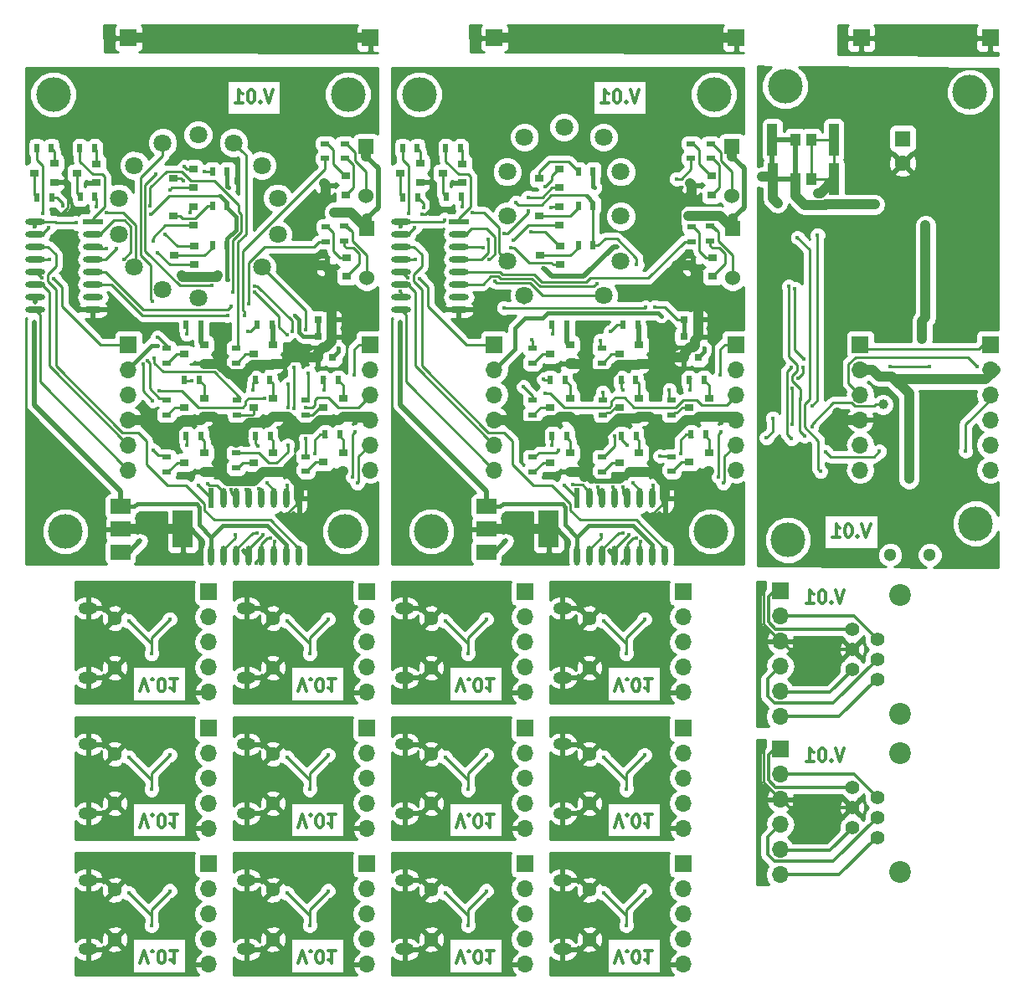
<source format=gbl>
%MOIN*%
%OFA0B0*%
%FSLAX46Y46*%
%IPPOS*%
%LPD*%
%ADD10C,0.0039370078740157488*%
%ADD11C,0.012795275590551183*%
%ADD12C,0.057086614173228349*%
%ADD13O,0.074803149606299218X0.047244094488188976*%
%ADD14R,0.066929133858267723X0.066929133858267723*%
%ADD15O,0.066929133858267723X0.066929133858267723*%
%ADD16C,0.017834645669291341*%
%ADD17C,0.00984251968503937*%
%ADD18C,0.01*%
%ADD29C,0.0039370078740157488*%
%ADD30C,0.012795275590551183*%
%ADD31C,0.057086614173228349*%
%ADD32O,0.074803149606299218X0.047244094488188976*%
%ADD33R,0.066929133858267723X0.066929133858267723*%
%ADD34O,0.066929133858267723X0.066929133858267723*%
%ADD35C,0.017834645669291341*%
%ADD36C,0.00984251968503937*%
%ADD37C,0.01*%
%ADD38C,0.0039370078740157488*%
%ADD39C,0.012795275590551183*%
%ADD40C,0.057086614173228349*%
%ADD41O,0.074803149606299218X0.047244094488188976*%
%ADD42R,0.066929133858267723X0.066929133858267723*%
%ADD43O,0.066929133858267723X0.066929133858267723*%
%ADD44C,0.017834645669291341*%
%ADD45C,0.00984251968503937*%
%ADD46C,0.01*%
%ADD47C,0.0039370078740157488*%
%ADD48C,0.012795275590551183*%
%ADD49C,0.057086614173228349*%
%ADD50O,0.074803149606299218X0.047244094488188976*%
%ADD51R,0.066929133858267723X0.066929133858267723*%
%ADD52O,0.066929133858267723X0.066929133858267723*%
%ADD53C,0.017834645669291341*%
%ADD54C,0.00984251968503937*%
%ADD55C,0.01*%
%ADD56C,0.0039370078740157488*%
%ADD57C,0.012795275590551183*%
%ADD58C,0.057086614173228349*%
%ADD59O,0.074803149606299218X0.047244094488188976*%
%ADD60R,0.066929133858267723X0.066929133858267723*%
%ADD61O,0.066929133858267723X0.066929133858267723*%
%ADD62C,0.017834645669291341*%
%ADD63C,0.00984251968503937*%
%ADD64C,0.01*%
%ADD65C,0.0039370078740157488*%
%ADD66C,0.012795275590551183*%
%ADD67C,0.057086614173228349*%
%ADD68O,0.074803149606299218X0.047244094488188976*%
%ADD69R,0.066929133858267723X0.066929133858267723*%
%ADD70O,0.066929133858267723X0.066929133858267723*%
%ADD71C,0.017834645669291341*%
%ADD72C,0.00984251968503937*%
%ADD73C,0.01*%
%ADD74C,0.0039370078740157488*%
%ADD75C,0.012795275590551183*%
%ADD76C,0.057086614173228349*%
%ADD77O,0.074803149606299218X0.047244094488188976*%
%ADD78R,0.066929133858267723X0.066929133858267723*%
%ADD79O,0.066929133858267723X0.066929133858267723*%
%ADD80C,0.017834645669291341*%
%ADD81C,0.00984251968503937*%
%ADD82C,0.01*%
%ADD83C,0.0039370078740157488*%
%ADD84C,0.012795275590551183*%
%ADD85C,0.057086614173228349*%
%ADD86O,0.074803149606299218X0.047244094488188976*%
%ADD87R,0.066929133858267723X0.066929133858267723*%
%ADD88O,0.066929133858267723X0.066929133858267723*%
%ADD89C,0.017834645669291341*%
%ADD90C,0.00984251968503937*%
%ADD91C,0.01*%
%ADD92C,0.0039370078740157488*%
%ADD93C,0.012795275590551183*%
%ADD94C,0.057086614173228349*%
%ADD95O,0.074803149606299218X0.047244094488188976*%
%ADD96R,0.066929133858267723X0.066929133858267723*%
%ADD97O,0.066929133858267723X0.066929133858267723*%
%ADD98C,0.017834645669291341*%
%ADD99C,0.00984251968503937*%
%ADD100C,0.01*%
%ADD101C,0.0039370078740157488*%
%ADD102C,0.012795275590551183*%
%ADD103C,0.057086614173228349*%
%ADD104O,0.074803149606299218X0.047244094488188976*%
%ADD105R,0.066929133858267723X0.066929133858267723*%
%ADD106O,0.066929133858267723X0.066929133858267723*%
%ADD107C,0.017834645669291341*%
%ADD108C,0.00984251968503937*%
%ADD109C,0.01*%
%ADD110C,0.0039370078740157488*%
%ADD111C,0.012795275590551183*%
%ADD112C,0.057086614173228349*%
%ADD113O,0.074803149606299218X0.047244094488188976*%
%ADD114R,0.066929133858267723X0.066929133858267723*%
%ADD115O,0.066929133858267723X0.066929133858267723*%
%ADD116C,0.017834645669291341*%
%ADD117C,0.00984251968503937*%
%ADD118C,0.01*%
%ADD119C,0.0039370078740157488*%
%ADD120C,0.012795275590551183*%
%ADD121C,0.057086614173228349*%
%ADD122O,0.074803149606299218X0.047244094488188976*%
%ADD123R,0.066929133858267723X0.066929133858267723*%
%ADD124O,0.066929133858267723X0.066929133858267723*%
%ADD125C,0.017834645669291341*%
%ADD126C,0.00984251968503937*%
%ADD127C,0.01*%
%ADD128C,0.0039370078740157488*%
%ADD129C,0.011811023622047244*%
%ADD130R,0.03937007874015748X0.12598425196850396*%
%ADD131R,0.03937007874015748X0.051181102362204731*%
%ADD132C,0.13779527559055119*%
%ADD133R,0.062992125984251982X0.062992125984251982*%
%ADD134C,0.062992125984251982*%
%ADD135C,0.051181102362204731*%
%ADD136R,0.066929133858267723X0.066929133858267723*%
%ADD137O,0.066929133858267723X0.066929133858267723*%
%ADD138C,0.017834645669291341*%
%ADD139C,0.023622047244094488*%
%ADD140C,0.03937007874015748*%
%ADD141C,0.015748031496062995*%
%ADD142C,0.00984251968503937*%
%ADD143C,0.03937007874015748*%
%ADD144C,0.01968503937007874*%
%ADD145C,0.01*%
%ADD146C,0.0039370078740157488*%
%ADD147C,0.011811023622047244*%
%ADD148C,0.070866141732283464*%
%ADD149R,0.07874015748031496X0.14960629921259844*%
%ADD150R,0.07874015748031496X0.059055118110236227*%
%ADD151R,0.031496062992125991X0.029527559055118113*%
%ADD152R,0.035433070866141732X0.01968503937007874*%
%ADD153R,0.035433070866141732X0.031496062992125991*%
%ADD154R,0.07874015748031496X0.023622047244094488*%
%ADD155O,0.07874015748031496X0.023622047244094488*%
%ADD156R,0.023622047244094488X0.07874015748031496*%
%ADD157O,0.023622047244094488X0.07874015748031496*%
%ADD158R,0.01968503937007874X0.035433070866141732*%
%ADD159C,0.13779527559055119*%
%ADD160R,0.060000000000000005X0.060000000000000005*%
%ADD161C,0.060000000000000005*%
%ADD162R,0.066929133858267723X0.066929133858267723*%
%ADD163O,0.066929133858267723X0.066929133858267723*%
%ADD164C,0.03937007874015748*%
%ADD165C,0.017834645669291341*%
%ADD166C,0.015748031496062995*%
%ADD167C,0.03937007874015748*%
%ADD168C,0.01968503937007874*%
%ADD169C,0.00984251968503937*%
%ADD170C,0.015748031496062995*%
%ADD171C,0.01*%
%ADD172C,0.0039370078740157488*%
%ADD173C,0.011811023622047244*%
%ADD174R,0.031496062992125991X0.029527559055118113*%
%ADD175C,0.13779527559055119*%
%ADD176C,0.070866141732283464*%
%ADD177R,0.035433070866141732X0.031496062992125991*%
%ADD178R,0.066929133858267723X0.066929133858267723*%
%ADD179R,0.01968503937007874X0.035433070866141732*%
%ADD180R,0.035433070866141732X0.01968503937007874*%
%ADD181R,0.023622047244094488X0.07874015748031496*%
%ADD182O,0.023622047244094488X0.07874015748031496*%
%ADD183R,0.07874015748031496X0.023622047244094488*%
%ADD184O,0.07874015748031496X0.023622047244094488*%
%ADD185O,0.066929133858267723X0.066929133858267723*%
%ADD186R,0.07874015748031496X0.14960629921259844*%
%ADD187R,0.07874015748031496X0.059055118110236227*%
%ADD188R,0.060000000000000005X0.060000000000000005*%
%ADD189C,0.060000000000000005*%
%ADD190C,0.03937007874015748*%
%ADD191C,0.017834645669291341*%
%ADD192C,0.015748031496062995*%
%ADD193C,0.03937007874015748*%
%ADD194C,0.00984251968503937*%
%ADD195C,0.01968503937007874*%
%ADD196C,0.015748031496062995*%
%ADD197C,0.01*%
%ADD198C,0.0039370078740157488*%
%ADD199C,0.011811023622047244*%
%ADD200C,0.086614173228346469*%
%ADD201C,0.055118110236220472*%
%ADD202R,0.066929133858267723X0.066929133858267723*%
%ADD203O,0.066929133858267723X0.066929133858267723*%
%ADD204C,0.00984251968503937*%
%ADD205C,0.01*%
%ADD206C,0.0039370078740157488*%
%ADD207C,0.011811023622047244*%
%ADD208C,0.086614173228346469*%
%ADD209C,0.055118110236220472*%
%ADD210R,0.066929133858267723X0.066929133858267723*%
%ADD211O,0.066929133858267723X0.066929133858267723*%
%ADD212C,0.00984251968503937*%
%ADD213C,0.01*%
G01G01*
D10*
D11*
X0000481064Y0001255043D02*
X0000498125Y0001306224D01*
X0000515185Y0001255043D01*
X0000532245Y0001301349D02*
X0000534683Y0001303787D01*
X0000532245Y0001306224D01*
X0000529808Y0001303787D01*
X0000532245Y0001301349D01*
X0000532245Y0001306224D01*
X0000566366Y0001255043D02*
X0000571241Y0001255043D01*
X0000576115Y0001257480D01*
X0000578552Y0001259917D01*
X0000580989Y0001264791D01*
X0000583427Y0001274540D01*
X0000583427Y0001286726D01*
X0000580989Y0001296475D01*
X0000578552Y0001301349D01*
X0000576115Y0001303787D01*
X0000571241Y0001306224D01*
X0000566366Y0001306224D01*
X0000561492Y0001303787D01*
X0000559055Y0001301349D01*
X0000556617Y0001296475D01*
X0000554180Y0001286726D01*
X0000554180Y0001274540D01*
X0000556617Y0001264791D01*
X0000559055Y0001259917D01*
X0000561492Y0001257480D01*
X0000566366Y0001255043D01*
X0000632170Y0001306224D02*
X0000602924Y0001306224D01*
X0000617547Y0001306224D02*
X0000617547Y0001255043D01*
X0000612673Y0001262354D01*
X0000607799Y0001267229D01*
X0000602924Y0001269666D01*
D12*
X0000382283Y0001547244D03*
X0000382283Y0001350393D03*
D13*
X0000275984Y0001586614D03*
X0000275984Y0001311023D03*
D14*
X0000755905Y0001651574D03*
D15*
X0000755905Y0001551574D03*
X0000755905Y0001451574D03*
X0000755905Y0001351574D03*
X0000755905Y0001251574D03*
D16*
X0000596456Y0001668503D03*
X0000528346Y0001406299D03*
X0000437795Y0001534645D03*
X0000601181Y0001543307D03*
D17*
X0000437795Y0001534645D02*
X0000438188Y0001534645D01*
X0000438188Y0001534645D02*
X0000528346Y0001444488D01*
X0000528346Y0001444488D02*
X0000528346Y0001406299D01*
X0000601181Y0001543307D02*
X0000528346Y0001470472D01*
X0000528346Y0001470472D02*
X0000528346Y0001406299D01*
X0000750787Y0001449212D02*
X0000745275Y0001443700D01*
D18*
G36*
X0000238978Y0001268016D02*
X0000257204Y0001262401D01*
X0000270984Y0001262401D01*
X0000270984Y0001306023D01*
X0000270196Y0001306023D01*
X0000270196Y0001316023D01*
X0000270984Y0001316023D01*
X0000270984Y0001359645D01*
X0000257204Y0001359645D01*
X0000238978Y0001354031D01*
X0000224803Y0001342295D01*
X0000224803Y0001555342D01*
X0000238978Y0001543606D01*
X0000257204Y0001537992D01*
X0000270984Y0001537992D01*
X0000270984Y0001581614D01*
X0000270196Y0001581614D01*
X0000270196Y0001591614D01*
X0000270984Y0001591614D01*
X0000270984Y0001635236D01*
X0000257204Y0001635236D01*
X0000238978Y0001629621D01*
X0000224803Y0001617885D01*
X0000224803Y0001694094D01*
X0000698784Y0001694094D01*
X0000696951Y0001685039D01*
X0000696951Y0001618110D01*
X0000698694Y0001608845D01*
X0000704169Y0001600336D01*
X0000712524Y0001594628D01*
X0000715178Y0001594091D01*
X0000713419Y0001592915D01*
X0000700745Y0001573948D01*
X0000696295Y0001551574D01*
X0000700745Y0001529201D01*
X0000713419Y0001510234D01*
X0000726378Y0001501574D01*
X0000713419Y0001492915D01*
X0000700745Y0001473948D01*
X0000696295Y0001451574D01*
X0000700745Y0001429201D01*
X0000713419Y0001410234D01*
X0000726378Y0001401574D01*
X0000713419Y0001392915D01*
X0000700745Y0001373948D01*
X0000696295Y0001351574D01*
X0000700745Y0001329201D01*
X0000713419Y0001310234D01*
X0000726832Y0001301271D01*
X0000721206Y0001298629D01*
X0000705840Y0001281768D01*
X0000699154Y0001265625D01*
X0000703930Y0001256574D01*
X0000750905Y0001256574D01*
X0000750905Y0001257362D01*
X0000760905Y0001257362D01*
X0000760905Y0001256574D01*
X0000761692Y0001256574D01*
X0000761692Y0001246574D01*
X0000760905Y0001246574D01*
X0000760905Y0001245787D01*
X0000750905Y0001245787D01*
X0000750905Y0001246574D01*
X0000703930Y0001246574D01*
X0000699154Y0001237524D01*
X0000705840Y0001221380D01*
X0000717432Y0001208661D01*
X0000451190Y0001208661D01*
X0000451190Y0001215846D01*
X0000666919Y0001215846D01*
X0000666919Y0001355413D01*
X0000535063Y0001355413D01*
X0000535063Y0001372376D01*
X0000547533Y0001377528D01*
X0000557083Y0001387061D01*
X0000562257Y0001399523D01*
X0000562269Y0001413016D01*
X0000558267Y0001422701D01*
X0000558267Y0001458078D01*
X0000610752Y0001510563D01*
X0000620368Y0001514536D01*
X0000629918Y0001524069D01*
X0000635092Y0001536530D01*
X0000635104Y0001550024D01*
X0000629951Y0001562494D01*
X0000620418Y0001572044D01*
X0000607957Y0001577218D01*
X0000594464Y0001577230D01*
X0000581993Y0001572077D01*
X0000572444Y0001562544D01*
X0000568425Y0001552866D01*
X0000515354Y0001499795D01*
X0000470262Y0001544887D01*
X0000466565Y0001553833D01*
X0000457033Y0001563382D01*
X0000444571Y0001568557D01*
X0000431930Y0001568568D01*
X0000429202Y0001575152D01*
X0000419818Y0001577708D01*
X0000389354Y0001547244D01*
X0000389911Y0001546687D01*
X0000382840Y0001539616D01*
X0000382283Y0001540173D01*
X0000382283Y0001554315D01*
X0000412747Y0001584779D01*
X0000410192Y0001594163D01*
X0000390112Y0001601272D01*
X0000368840Y0001600155D01*
X0000354374Y0001594163D01*
X0000351819Y0001584779D01*
X0000382283Y0001554315D01*
X0000382283Y0001540173D01*
X0000351819Y0001509708D01*
X0000354374Y0001500324D01*
X0000374454Y0001493216D01*
X0000395726Y0001494332D01*
X0000410192Y0001500324D01*
X0000412747Y0001509708D01*
X0000417281Y0001505175D01*
X0000418286Y0001506180D01*
X0000418557Y0001505908D01*
X0000428909Y0001501610D01*
X0000498425Y0001432094D01*
X0000498425Y0001422684D01*
X0000494435Y0001413075D01*
X0000494423Y0001399582D01*
X0000499575Y0001387111D01*
X0000509108Y0001377562D01*
X0000521570Y0001372387D01*
X0000535063Y0001372376D01*
X0000535063Y0001355413D01*
X0000451190Y0001355413D01*
X0000451190Y0001215846D01*
X0000451190Y0001208661D01*
X0000419818Y0001208661D01*
X0000419818Y0001319929D01*
X0000429202Y0001322485D01*
X0000436311Y0001342564D01*
X0000435194Y0001363836D01*
X0000429202Y0001378302D01*
X0000419818Y0001380857D01*
X0000389354Y0001350393D01*
X0000419818Y0001319929D01*
X0000419818Y0001208661D01*
X0000374454Y0001208661D01*
X0000374454Y0001296365D01*
X0000395726Y0001297482D01*
X0000410192Y0001303474D01*
X0000412747Y0001312858D01*
X0000382283Y0001343322D01*
X0000382283Y0001357464D01*
X0000412747Y0001387929D01*
X0000410192Y0001397313D01*
X0000390112Y0001404421D01*
X0000368840Y0001403305D01*
X0000354374Y0001397313D01*
X0000351819Y0001387929D01*
X0000382283Y0001357464D01*
X0000382283Y0001343322D01*
X0000351819Y0001312858D01*
X0000354374Y0001303474D01*
X0000374454Y0001296365D01*
X0000374454Y0001208661D01*
X0000280984Y0001208661D01*
X0000280984Y0001262401D01*
X0000294763Y0001262401D01*
X0000312990Y0001268016D01*
X0000327680Y0001280178D01*
X0000336598Y0001297036D01*
X0000336750Y0001298519D01*
X0000331839Y0001306023D01*
X0000280984Y0001306023D01*
X0000280984Y0001316023D01*
X0000331839Y0001316023D01*
X0000335961Y0001322322D01*
X0000344748Y0001319929D01*
X0000375212Y0001350393D01*
X0000344748Y0001380857D01*
X0000344748Y0001516779D01*
X0000375212Y0001547244D01*
X0000344748Y0001577708D01*
X0000335961Y0001575315D01*
X0000331839Y0001581614D01*
X0000280984Y0001581614D01*
X0000280984Y0001591614D01*
X0000331839Y0001591614D01*
X0000336750Y0001599118D01*
X0000336598Y0001600601D01*
X0000327680Y0001617459D01*
X0000312990Y0001629621D01*
X0000294763Y0001635236D01*
X0000280984Y0001635236D01*
X0000280984Y0001591614D01*
X0000280984Y0001581614D01*
X0000280984Y0001537992D01*
X0000294763Y0001537992D01*
X0000312990Y0001543606D01*
X0000327680Y0001555768D01*
X0000330163Y0001560463D01*
X0000328255Y0001555072D01*
X0000329372Y0001533801D01*
X0000335364Y0001519335D01*
X0000344748Y0001516779D01*
X0000344748Y0001380857D01*
X0000335364Y0001378302D01*
X0000328255Y0001358222D01*
X0000329271Y0001338860D01*
X0000327680Y0001341869D01*
X0000312990Y0001354031D01*
X0000294763Y0001359645D01*
X0000280984Y0001359645D01*
X0000280984Y0001316023D01*
X0000280984Y0001306023D01*
X0000280984Y0001262401D01*
X0000280984Y0001208661D01*
X0000224803Y0001208661D01*
X0000224803Y0001279751D01*
X0000238978Y0001268016D01*
X0000238978Y0001268016D01*
G37*
X0000238978Y0001268016D02*
X0000257204Y0001262401D01*
X0000270984Y0001262401D01*
X0000270984Y0001306023D01*
X0000270196Y0001306023D01*
X0000270196Y0001316023D01*
X0000270984Y0001316023D01*
X0000270984Y0001359645D01*
X0000257204Y0001359645D01*
X0000238978Y0001354031D01*
X0000224803Y0001342295D01*
X0000224803Y0001555342D01*
X0000238978Y0001543606D01*
X0000257204Y0001537992D01*
X0000270984Y0001537992D01*
X0000270984Y0001581614D01*
X0000270196Y0001581614D01*
X0000270196Y0001591614D01*
X0000270984Y0001591614D01*
X0000270984Y0001635236D01*
X0000257204Y0001635236D01*
X0000238978Y0001629621D01*
X0000224803Y0001617885D01*
X0000224803Y0001694094D01*
X0000698784Y0001694094D01*
X0000696951Y0001685039D01*
X0000696951Y0001618110D01*
X0000698694Y0001608845D01*
X0000704169Y0001600336D01*
X0000712524Y0001594628D01*
X0000715178Y0001594091D01*
X0000713419Y0001592915D01*
X0000700745Y0001573948D01*
X0000696295Y0001551574D01*
X0000700745Y0001529201D01*
X0000713419Y0001510234D01*
X0000726378Y0001501574D01*
X0000713419Y0001492915D01*
X0000700745Y0001473948D01*
X0000696295Y0001451574D01*
X0000700745Y0001429201D01*
X0000713419Y0001410234D01*
X0000726378Y0001401574D01*
X0000713419Y0001392915D01*
X0000700745Y0001373948D01*
X0000696295Y0001351574D01*
X0000700745Y0001329201D01*
X0000713419Y0001310234D01*
X0000726832Y0001301271D01*
X0000721206Y0001298629D01*
X0000705840Y0001281768D01*
X0000699154Y0001265625D01*
X0000703930Y0001256574D01*
X0000750905Y0001256574D01*
X0000750905Y0001257362D01*
X0000760905Y0001257362D01*
X0000760905Y0001256574D01*
X0000761692Y0001256574D01*
X0000761692Y0001246574D01*
X0000760905Y0001246574D01*
X0000760905Y0001245787D01*
X0000750905Y0001245787D01*
X0000750905Y0001246574D01*
X0000703930Y0001246574D01*
X0000699154Y0001237524D01*
X0000705840Y0001221380D01*
X0000717432Y0001208661D01*
X0000451190Y0001208661D01*
X0000451190Y0001215846D01*
X0000666919Y0001215846D01*
X0000666919Y0001355413D01*
X0000535063Y0001355413D01*
X0000535063Y0001372376D01*
X0000547533Y0001377528D01*
X0000557083Y0001387061D01*
X0000562257Y0001399523D01*
X0000562269Y0001413016D01*
X0000558267Y0001422701D01*
X0000558267Y0001458078D01*
X0000610752Y0001510563D01*
X0000620368Y0001514536D01*
X0000629918Y0001524069D01*
X0000635092Y0001536530D01*
X0000635104Y0001550024D01*
X0000629951Y0001562494D01*
X0000620418Y0001572044D01*
X0000607957Y0001577218D01*
X0000594464Y0001577230D01*
X0000581993Y0001572077D01*
X0000572444Y0001562544D01*
X0000568425Y0001552866D01*
X0000515354Y0001499795D01*
X0000470262Y0001544887D01*
X0000466565Y0001553833D01*
X0000457033Y0001563382D01*
X0000444571Y0001568557D01*
X0000431930Y0001568568D01*
X0000429202Y0001575152D01*
X0000419818Y0001577708D01*
X0000389354Y0001547244D01*
X0000389911Y0001546687D01*
X0000382840Y0001539616D01*
X0000382283Y0001540173D01*
X0000382283Y0001554315D01*
X0000412747Y0001584779D01*
X0000410192Y0001594163D01*
X0000390112Y0001601272D01*
X0000368840Y0001600155D01*
X0000354374Y0001594163D01*
X0000351819Y0001584779D01*
X0000382283Y0001554315D01*
X0000382283Y0001540173D01*
X0000351819Y0001509708D01*
X0000354374Y0001500324D01*
X0000374454Y0001493216D01*
X0000395726Y0001494332D01*
X0000410192Y0001500324D01*
X0000412747Y0001509708D01*
X0000417281Y0001505175D01*
X0000418286Y0001506180D01*
X0000418557Y0001505908D01*
X0000428909Y0001501610D01*
X0000498425Y0001432094D01*
X0000498425Y0001422684D01*
X0000494435Y0001413075D01*
X0000494423Y0001399582D01*
X0000499575Y0001387111D01*
X0000509108Y0001377562D01*
X0000521570Y0001372387D01*
X0000535063Y0001372376D01*
X0000535063Y0001355413D01*
X0000451190Y0001355413D01*
X0000451190Y0001215846D01*
X0000451190Y0001208661D01*
X0000419818Y0001208661D01*
X0000419818Y0001319929D01*
X0000429202Y0001322485D01*
X0000436311Y0001342564D01*
X0000435194Y0001363836D01*
X0000429202Y0001378302D01*
X0000419818Y0001380857D01*
X0000389354Y0001350393D01*
X0000419818Y0001319929D01*
X0000419818Y0001208661D01*
X0000374454Y0001208661D01*
X0000374454Y0001296365D01*
X0000395726Y0001297482D01*
X0000410192Y0001303474D01*
X0000412747Y0001312858D01*
X0000382283Y0001343322D01*
X0000382283Y0001357464D01*
X0000412747Y0001387929D01*
X0000410192Y0001397313D01*
X0000390112Y0001404421D01*
X0000368840Y0001403305D01*
X0000354374Y0001397313D01*
X0000351819Y0001387929D01*
X0000382283Y0001357464D01*
X0000382283Y0001343322D01*
X0000351819Y0001312858D01*
X0000354374Y0001303474D01*
X0000374454Y0001296365D01*
X0000374454Y0001208661D01*
X0000280984Y0001208661D01*
X0000280984Y0001262401D01*
X0000294763Y0001262401D01*
X0000312990Y0001268016D01*
X0000327680Y0001280178D01*
X0000336598Y0001297036D01*
X0000336750Y0001298519D01*
X0000331839Y0001306023D01*
X0000280984Y0001306023D01*
X0000280984Y0001316023D01*
X0000331839Y0001316023D01*
X0000335961Y0001322322D01*
X0000344748Y0001319929D01*
X0000375212Y0001350393D01*
X0000344748Y0001380857D01*
X0000344748Y0001516779D01*
X0000375212Y0001547244D01*
X0000344748Y0001577708D01*
X0000335961Y0001575315D01*
X0000331839Y0001581614D01*
X0000280984Y0001581614D01*
X0000280984Y0001591614D01*
X0000331839Y0001591614D01*
X0000336750Y0001599118D01*
X0000336598Y0001600601D01*
X0000327680Y0001617459D01*
X0000312990Y0001629621D01*
X0000294763Y0001635236D01*
X0000280984Y0001635236D01*
X0000280984Y0001591614D01*
X0000280984Y0001581614D01*
X0000280984Y0001537992D01*
X0000294763Y0001537992D01*
X0000312990Y0001543606D01*
X0000327680Y0001555768D01*
X0000330163Y0001560463D01*
X0000328255Y0001555072D01*
X0000329372Y0001533801D01*
X0000335364Y0001519335D01*
X0000344748Y0001516779D01*
X0000344748Y0001380857D01*
X0000335364Y0001378302D01*
X0000328255Y0001358222D01*
X0000329271Y0001338860D01*
X0000327680Y0001341869D01*
X0000312990Y0001354031D01*
X0000294763Y0001359645D01*
X0000280984Y0001359645D01*
X0000280984Y0001316023D01*
X0000280984Y0001306023D01*
X0000280984Y0001262401D01*
X0000280984Y0001208661D01*
X0000224803Y0001208661D01*
X0000224803Y0001279751D01*
X0000238978Y0001268016D01*
G04 next file*
G04 Gerber Fmt 4.6, Leading zero omitted, Abs format (unit mm)*
G04 Created by KiCad (PCBNEW 4.0.7) date 11/16/17 17:14:57*
G01G01*
G04 APERTURE LIST*
G04 APERTURE END LIST*
D29*
D30*
X0000481064Y0000713704D02*
X0000498125Y0000764885D01*
X0000515185Y0000713704D01*
X0000532245Y0000760011D02*
X0000534683Y0000762448D01*
X0000532245Y0000764885D01*
X0000529808Y0000762448D01*
X0000532245Y0000760011D01*
X0000532245Y0000764885D01*
X0000566366Y0000713704D02*
X0000571241Y0000713704D01*
X0000576115Y0000716141D01*
X0000578552Y0000718578D01*
X0000580989Y0000723453D01*
X0000583427Y0000733202D01*
X0000583427Y0000745388D01*
X0000580989Y0000755136D01*
X0000578552Y0000760011D01*
X0000576115Y0000762448D01*
X0000571241Y0000764885D01*
X0000566366Y0000764885D01*
X0000561492Y0000762448D01*
X0000559055Y0000760011D01*
X0000556617Y0000755136D01*
X0000554180Y0000745388D01*
X0000554180Y0000733202D01*
X0000556617Y0000723453D01*
X0000559055Y0000718578D01*
X0000561492Y0000716141D01*
X0000566366Y0000713704D01*
X0000632170Y0000764885D02*
X0000602924Y0000764885D01*
X0000617547Y0000764885D02*
X0000617547Y0000713704D01*
X0000612673Y0000721016D01*
X0000607799Y0000725890D01*
X0000602924Y0000728327D01*
D31*
X0000382283Y0001005905D03*
X0000382283Y0000809055D03*
D32*
X0000275984Y0001045275D03*
X0000275984Y0000769685D03*
D33*
X0000755905Y0001110236D03*
D34*
X0000755905Y0001010236D03*
X0000755905Y0000910236D03*
X0000755905Y0000810236D03*
X0000755905Y0000710236D03*
D35*
X0000596456Y0001127165D03*
X0000528346Y0000864960D03*
X0000437795Y0000993307D03*
X0000601181Y0001001968D03*
D36*
X0000437795Y0000993307D02*
X0000438188Y0000993307D01*
X0000438188Y0000993307D02*
X0000528346Y0000903149D01*
X0000528346Y0000903149D02*
X0000528346Y0000864960D01*
X0000601181Y0001001968D02*
X0000528346Y0000929133D01*
X0000528346Y0000929133D02*
X0000528346Y0000864960D01*
X0000750787Y0000907874D02*
X0000745275Y0000902362D01*
D37*
G36*
X0000238978Y0000726677D02*
X0000257204Y0000721062D01*
X0000270984Y0000721062D01*
X0000270984Y0000764685D01*
X0000270196Y0000764685D01*
X0000270196Y0000774685D01*
X0000270984Y0000774685D01*
X0000270984Y0000818307D01*
X0000257204Y0000818307D01*
X0000238978Y0000812692D01*
X0000224803Y0000800956D01*
X0000224803Y0001014003D01*
X0000238978Y0001002268D01*
X0000257204Y0000996653D01*
X0000270984Y0000996653D01*
X0000270984Y0001040275D01*
X0000270196Y0001040275D01*
X0000270196Y0001050275D01*
X0000270984Y0001050275D01*
X0000270984Y0001093897D01*
X0000257204Y0001093897D01*
X0000238978Y0001088283D01*
X0000224803Y0001076547D01*
X0000224803Y0001152755D01*
X0000698784Y0001152755D01*
X0000696951Y0001143700D01*
X0000696951Y0001076771D01*
X0000698694Y0001067507D01*
X0000704169Y0001058998D01*
X0000712524Y0001053290D01*
X0000715178Y0001052752D01*
X0000713419Y0001051576D01*
X0000700745Y0001032609D01*
X0000696295Y0001010236D01*
X0000700745Y0000987862D01*
X0000713419Y0000968895D01*
X0000726378Y0000960236D01*
X0000713419Y0000951576D01*
X0000700745Y0000932609D01*
X0000696295Y0000910236D01*
X0000700745Y0000887862D01*
X0000713419Y0000868895D01*
X0000726378Y0000860236D01*
X0000713419Y0000851576D01*
X0000700745Y0000832609D01*
X0000696295Y0000810236D01*
X0000700745Y0000787862D01*
X0000713419Y0000768895D01*
X0000726832Y0000759932D01*
X0000721206Y0000757290D01*
X0000705840Y0000740430D01*
X0000699154Y0000724287D01*
X0000703930Y0000715236D01*
X0000750905Y0000715236D01*
X0000750905Y0000716023D01*
X0000760905Y0000716023D01*
X0000760905Y0000715236D01*
X0000761692Y0000715236D01*
X0000761692Y0000705236D01*
X0000760905Y0000705236D01*
X0000760905Y0000704448D01*
X0000750905Y0000704448D01*
X0000750905Y0000705236D01*
X0000703930Y0000705236D01*
X0000699154Y0000696185D01*
X0000705840Y0000680042D01*
X0000717432Y0000667322D01*
X0000451190Y0000667322D01*
X0000451190Y0000674507D01*
X0000666919Y0000674507D01*
X0000666919Y0000814074D01*
X0000535063Y0000814074D01*
X0000535063Y0000831037D01*
X0000547533Y0000836190D01*
X0000557083Y0000845722D01*
X0000562257Y0000858184D01*
X0000562269Y0000871677D01*
X0000558267Y0000881362D01*
X0000558267Y0000916740D01*
X0000610752Y0000969224D01*
X0000620368Y0000973198D01*
X0000629918Y0000982730D01*
X0000635092Y0000995192D01*
X0000635104Y0001008685D01*
X0000629951Y0001021155D01*
X0000620418Y0001030705D01*
X0000607957Y0001035879D01*
X0000594464Y0001035891D01*
X0000581993Y0001030738D01*
X0000572444Y0001021206D01*
X0000568425Y0001011527D01*
X0000515354Y0000958456D01*
X0000470262Y0001003548D01*
X0000466565Y0001012494D01*
X0000457033Y0001022044D01*
X0000444571Y0001027218D01*
X0000431930Y0001027229D01*
X0000429202Y0001033814D01*
X0000419818Y0001036369D01*
X0000389354Y0001005905D01*
X0000389911Y0001005348D01*
X0000382840Y0000998277D01*
X0000382283Y0000998834D01*
X0000382283Y0001012976D01*
X0000412747Y0001043440D01*
X0000410192Y0001052824D01*
X0000390112Y0001059933D01*
X0000368840Y0001058816D01*
X0000354374Y0001052824D01*
X0000351819Y0001043440D01*
X0000382283Y0001012976D01*
X0000382283Y0000998834D01*
X0000351819Y0000968370D01*
X0000354374Y0000958986D01*
X0000374454Y0000951877D01*
X0000395726Y0000952994D01*
X0000410192Y0000958986D01*
X0000412747Y0000968370D01*
X0000417281Y0000963836D01*
X0000418286Y0000964841D01*
X0000418557Y0000964570D01*
X0000428909Y0000960271D01*
X0000498425Y0000890755D01*
X0000498425Y0000881346D01*
X0000494435Y0000871736D01*
X0000494423Y0000858243D01*
X0000499575Y0000845773D01*
X0000509108Y0000836223D01*
X0000521570Y0000831049D01*
X0000535063Y0000831037D01*
X0000535063Y0000814074D01*
X0000451190Y0000814074D01*
X0000451190Y0000674507D01*
X0000451190Y0000667322D01*
X0000419818Y0000667322D01*
X0000419818Y0000778590D01*
X0000429202Y0000781146D01*
X0000436311Y0000801226D01*
X0000435194Y0000822497D01*
X0000429202Y0000836963D01*
X0000419818Y0000839519D01*
X0000389354Y0000809055D01*
X0000419818Y0000778590D01*
X0000419818Y0000667322D01*
X0000374454Y0000667322D01*
X0000374454Y0000755027D01*
X0000395726Y0000756143D01*
X0000410192Y0000762135D01*
X0000412747Y0000771519D01*
X0000382283Y0000801984D01*
X0000382283Y0000816126D01*
X0000412747Y0000846590D01*
X0000410192Y0000855974D01*
X0000390112Y0000863083D01*
X0000368840Y0000861966D01*
X0000354374Y0000855974D01*
X0000351819Y0000846590D01*
X0000382283Y0000816126D01*
X0000382283Y0000801984D01*
X0000351819Y0000771519D01*
X0000354374Y0000762135D01*
X0000374454Y0000755027D01*
X0000374454Y0000667322D01*
X0000280984Y0000667322D01*
X0000280984Y0000721062D01*
X0000294763Y0000721062D01*
X0000312990Y0000726677D01*
X0000327680Y0000738839D01*
X0000336598Y0000755697D01*
X0000336750Y0000757180D01*
X0000331839Y0000764685D01*
X0000280984Y0000764685D01*
X0000280984Y0000774685D01*
X0000331839Y0000774685D01*
X0000335961Y0000780983D01*
X0000344748Y0000778590D01*
X0000375212Y0000809055D01*
X0000344748Y0000839519D01*
X0000344748Y0000975441D01*
X0000375212Y0001005905D01*
X0000344748Y0001036369D01*
X0000335961Y0001033976D01*
X0000331839Y0001040275D01*
X0000280984Y0001040275D01*
X0000280984Y0001050275D01*
X0000331839Y0001050275D01*
X0000336750Y0001057779D01*
X0000336598Y0001059263D01*
X0000327680Y0001076121D01*
X0000312990Y0001088283D01*
X0000294763Y0001093897D01*
X0000280984Y0001093897D01*
X0000280984Y0001050275D01*
X0000280984Y0001040275D01*
X0000280984Y0000996653D01*
X0000294763Y0000996653D01*
X0000312990Y0001002268D01*
X0000327680Y0001014430D01*
X0000330163Y0001019124D01*
X0000328255Y0001013734D01*
X0000329372Y0000992462D01*
X0000335364Y0000977996D01*
X0000344748Y0000975441D01*
X0000344748Y0000839519D01*
X0000335364Y0000836963D01*
X0000328255Y0000816884D01*
X0000329271Y0000797521D01*
X0000327680Y0000800530D01*
X0000312990Y0000812692D01*
X0000294763Y0000818307D01*
X0000280984Y0000818307D01*
X0000280984Y0000774685D01*
X0000280984Y0000764685D01*
X0000280984Y0000721062D01*
X0000280984Y0000667322D01*
X0000224803Y0000667322D01*
X0000224803Y0000738413D01*
X0000238978Y0000726677D01*
X0000238978Y0000726677D01*
G37*
X0000238978Y0000726677D02*
X0000257204Y0000721062D01*
X0000270984Y0000721062D01*
X0000270984Y0000764685D01*
X0000270196Y0000764685D01*
X0000270196Y0000774685D01*
X0000270984Y0000774685D01*
X0000270984Y0000818307D01*
X0000257204Y0000818307D01*
X0000238978Y0000812692D01*
X0000224803Y0000800956D01*
X0000224803Y0001014003D01*
X0000238978Y0001002268D01*
X0000257204Y0000996653D01*
X0000270984Y0000996653D01*
X0000270984Y0001040275D01*
X0000270196Y0001040275D01*
X0000270196Y0001050275D01*
X0000270984Y0001050275D01*
X0000270984Y0001093897D01*
X0000257204Y0001093897D01*
X0000238978Y0001088283D01*
X0000224803Y0001076547D01*
X0000224803Y0001152755D01*
X0000698784Y0001152755D01*
X0000696951Y0001143700D01*
X0000696951Y0001076771D01*
X0000698694Y0001067507D01*
X0000704169Y0001058998D01*
X0000712524Y0001053290D01*
X0000715178Y0001052752D01*
X0000713419Y0001051576D01*
X0000700745Y0001032609D01*
X0000696295Y0001010236D01*
X0000700745Y0000987862D01*
X0000713419Y0000968895D01*
X0000726378Y0000960236D01*
X0000713419Y0000951576D01*
X0000700745Y0000932609D01*
X0000696295Y0000910236D01*
X0000700745Y0000887862D01*
X0000713419Y0000868895D01*
X0000726378Y0000860236D01*
X0000713419Y0000851576D01*
X0000700745Y0000832609D01*
X0000696295Y0000810236D01*
X0000700745Y0000787862D01*
X0000713419Y0000768895D01*
X0000726832Y0000759932D01*
X0000721206Y0000757290D01*
X0000705840Y0000740430D01*
X0000699154Y0000724287D01*
X0000703930Y0000715236D01*
X0000750905Y0000715236D01*
X0000750905Y0000716023D01*
X0000760905Y0000716023D01*
X0000760905Y0000715236D01*
X0000761692Y0000715236D01*
X0000761692Y0000705236D01*
X0000760905Y0000705236D01*
X0000760905Y0000704448D01*
X0000750905Y0000704448D01*
X0000750905Y0000705236D01*
X0000703930Y0000705236D01*
X0000699154Y0000696185D01*
X0000705840Y0000680042D01*
X0000717432Y0000667322D01*
X0000451190Y0000667322D01*
X0000451190Y0000674507D01*
X0000666919Y0000674507D01*
X0000666919Y0000814074D01*
X0000535063Y0000814074D01*
X0000535063Y0000831037D01*
X0000547533Y0000836190D01*
X0000557083Y0000845722D01*
X0000562257Y0000858184D01*
X0000562269Y0000871677D01*
X0000558267Y0000881362D01*
X0000558267Y0000916740D01*
X0000610752Y0000969224D01*
X0000620368Y0000973198D01*
X0000629918Y0000982730D01*
X0000635092Y0000995192D01*
X0000635104Y0001008685D01*
X0000629951Y0001021155D01*
X0000620418Y0001030705D01*
X0000607957Y0001035879D01*
X0000594464Y0001035891D01*
X0000581993Y0001030738D01*
X0000572444Y0001021206D01*
X0000568425Y0001011527D01*
X0000515354Y0000958456D01*
X0000470262Y0001003548D01*
X0000466565Y0001012494D01*
X0000457033Y0001022044D01*
X0000444571Y0001027218D01*
X0000431930Y0001027229D01*
X0000429202Y0001033814D01*
X0000419818Y0001036369D01*
X0000389354Y0001005905D01*
X0000389911Y0001005348D01*
X0000382840Y0000998277D01*
X0000382283Y0000998834D01*
X0000382283Y0001012976D01*
X0000412747Y0001043440D01*
X0000410192Y0001052824D01*
X0000390112Y0001059933D01*
X0000368840Y0001058816D01*
X0000354374Y0001052824D01*
X0000351819Y0001043440D01*
X0000382283Y0001012976D01*
X0000382283Y0000998834D01*
X0000351819Y0000968370D01*
X0000354374Y0000958986D01*
X0000374454Y0000951877D01*
X0000395726Y0000952994D01*
X0000410192Y0000958986D01*
X0000412747Y0000968370D01*
X0000417281Y0000963836D01*
X0000418286Y0000964841D01*
X0000418557Y0000964570D01*
X0000428909Y0000960271D01*
X0000498425Y0000890755D01*
X0000498425Y0000881346D01*
X0000494435Y0000871736D01*
X0000494423Y0000858243D01*
X0000499575Y0000845773D01*
X0000509108Y0000836223D01*
X0000521570Y0000831049D01*
X0000535063Y0000831037D01*
X0000535063Y0000814074D01*
X0000451190Y0000814074D01*
X0000451190Y0000674507D01*
X0000451190Y0000667322D01*
X0000419818Y0000667322D01*
X0000419818Y0000778590D01*
X0000429202Y0000781146D01*
X0000436311Y0000801226D01*
X0000435194Y0000822497D01*
X0000429202Y0000836963D01*
X0000419818Y0000839519D01*
X0000389354Y0000809055D01*
X0000419818Y0000778590D01*
X0000419818Y0000667322D01*
X0000374454Y0000667322D01*
X0000374454Y0000755027D01*
X0000395726Y0000756143D01*
X0000410192Y0000762135D01*
X0000412747Y0000771519D01*
X0000382283Y0000801984D01*
X0000382283Y0000816126D01*
X0000412747Y0000846590D01*
X0000410192Y0000855974D01*
X0000390112Y0000863083D01*
X0000368840Y0000861966D01*
X0000354374Y0000855974D01*
X0000351819Y0000846590D01*
X0000382283Y0000816126D01*
X0000382283Y0000801984D01*
X0000351819Y0000771519D01*
X0000354374Y0000762135D01*
X0000374454Y0000755027D01*
X0000374454Y0000667322D01*
X0000280984Y0000667322D01*
X0000280984Y0000721062D01*
X0000294763Y0000721062D01*
X0000312990Y0000726677D01*
X0000327680Y0000738839D01*
X0000336598Y0000755697D01*
X0000336750Y0000757180D01*
X0000331839Y0000764685D01*
X0000280984Y0000764685D01*
X0000280984Y0000774685D01*
X0000331839Y0000774685D01*
X0000335961Y0000780983D01*
X0000344748Y0000778590D01*
X0000375212Y0000809055D01*
X0000344748Y0000839519D01*
X0000344748Y0000975441D01*
X0000375212Y0001005905D01*
X0000344748Y0001036369D01*
X0000335961Y0001033976D01*
X0000331839Y0001040275D01*
X0000280984Y0001040275D01*
X0000280984Y0001050275D01*
X0000331839Y0001050275D01*
X0000336750Y0001057779D01*
X0000336598Y0001059263D01*
X0000327680Y0001076121D01*
X0000312990Y0001088283D01*
X0000294763Y0001093897D01*
X0000280984Y0001093897D01*
X0000280984Y0001050275D01*
X0000280984Y0001040275D01*
X0000280984Y0000996653D01*
X0000294763Y0000996653D01*
X0000312990Y0001002268D01*
X0000327680Y0001014430D01*
X0000330163Y0001019124D01*
X0000328255Y0001013734D01*
X0000329372Y0000992462D01*
X0000335364Y0000977996D01*
X0000344748Y0000975441D01*
X0000344748Y0000839519D01*
X0000335364Y0000836963D01*
X0000328255Y0000816884D01*
X0000329271Y0000797521D01*
X0000327680Y0000800530D01*
X0000312990Y0000812692D01*
X0000294763Y0000818307D01*
X0000280984Y0000818307D01*
X0000280984Y0000774685D01*
X0000280984Y0000764685D01*
X0000280984Y0000721062D01*
X0000280984Y0000667322D01*
X0000224803Y0000667322D01*
X0000224803Y0000738413D01*
X0000238978Y0000726677D01*
G04 next file*
G04 Gerber Fmt 4.6, Leading zero omitted, Abs format (unit mm)*
G04 Created by KiCad (PCBNEW 4.0.7) date 11/16/17 17:14:57*
G01G01*
G04 APERTURE LIST*
G04 APERTURE END LIST*
D38*
D39*
X0000481064Y0000172365D02*
X0000498125Y0000223547D01*
X0000515185Y0000172365D01*
X0000532245Y0000218672D02*
X0000534683Y0000221109D01*
X0000532245Y0000223547D01*
X0000529808Y0000221109D01*
X0000532245Y0000218672D01*
X0000532245Y0000223547D01*
X0000566366Y0000172365D02*
X0000571241Y0000172365D01*
X0000576115Y0000174803D01*
X0000578552Y0000177240D01*
X0000580989Y0000182114D01*
X0000583427Y0000191863D01*
X0000583427Y0000204049D01*
X0000580989Y0000213798D01*
X0000578552Y0000218672D01*
X0000576115Y0000221109D01*
X0000571241Y0000223547D01*
X0000566366Y0000223547D01*
X0000561492Y0000221109D01*
X0000559055Y0000218672D01*
X0000556617Y0000213798D01*
X0000554180Y0000204049D01*
X0000554180Y0000191863D01*
X0000556617Y0000182114D01*
X0000559055Y0000177240D01*
X0000561492Y0000174803D01*
X0000566366Y0000172365D01*
X0000632170Y0000223547D02*
X0000602924Y0000223547D01*
X0000617547Y0000223547D02*
X0000617547Y0000172365D01*
X0000612673Y0000179677D01*
X0000607799Y0000184551D01*
X0000602924Y0000186989D01*
D40*
X0000382283Y0000464566D03*
X0000382283Y0000267716D03*
D41*
X0000275984Y0000503937D03*
X0000275984Y0000228346D03*
D42*
X0000755905Y0000568897D03*
D43*
X0000755905Y0000468897D03*
X0000755905Y0000368897D03*
X0000755905Y0000268897D03*
X0000755905Y0000168897D03*
D44*
X0000596456Y0000585826D03*
X0000528346Y0000323622D03*
X0000437795Y0000451968D03*
X0000601181Y0000460629D03*
D45*
X0000437795Y0000451968D02*
X0000438188Y0000451968D01*
X0000438188Y0000451968D02*
X0000528346Y0000361811D01*
X0000528346Y0000361811D02*
X0000528346Y0000323622D01*
X0000601181Y0000460629D02*
X0000528346Y0000387795D01*
X0000528346Y0000387795D02*
X0000528346Y0000323622D01*
X0000750787Y0000366535D02*
X0000745275Y0000361023D01*
D46*
G36*
X0000238978Y0000185338D02*
X0000257204Y0000179724D01*
X0000270984Y0000179724D01*
X0000270984Y0000223346D01*
X0000270196Y0000223346D01*
X0000270196Y0000233346D01*
X0000270984Y0000233346D01*
X0000270984Y0000276968D01*
X0000257204Y0000276968D01*
X0000238978Y0000271353D01*
X0000224803Y0000259618D01*
X0000224803Y0000472665D01*
X0000238978Y0000460929D01*
X0000257204Y0000455314D01*
X0000270984Y0000455314D01*
X0000270984Y0000498937D01*
X0000270196Y0000498937D01*
X0000270196Y0000508937D01*
X0000270984Y0000508937D01*
X0000270984Y0000552559D01*
X0000257204Y0000552559D01*
X0000238978Y0000546944D01*
X0000224803Y0000535208D01*
X0000224803Y0000611417D01*
X0000698784Y0000611417D01*
X0000696951Y0000602362D01*
X0000696951Y0000535433D01*
X0000698694Y0000526168D01*
X0000704169Y0000517659D01*
X0000712524Y0000511951D01*
X0000715178Y0000511413D01*
X0000713419Y0000510238D01*
X0000700745Y0000491271D01*
X0000696295Y0000468897D01*
X0000700745Y0000446524D01*
X0000713419Y0000427556D01*
X0000726378Y0000418897D01*
X0000713419Y0000410238D01*
X0000700745Y0000391271D01*
X0000696295Y0000368897D01*
X0000700745Y0000346524D01*
X0000713419Y0000327556D01*
X0000726378Y0000318897D01*
X0000713419Y0000310238D01*
X0000700745Y0000291271D01*
X0000696295Y0000268897D01*
X0000700745Y0000246524D01*
X0000713419Y0000227556D01*
X0000726832Y0000218594D01*
X0000721206Y0000215952D01*
X0000705840Y0000199091D01*
X0000699154Y0000182948D01*
X0000703930Y0000173897D01*
X0000750905Y0000173897D01*
X0000750905Y0000174685D01*
X0000760905Y0000174685D01*
X0000760905Y0000173897D01*
X0000761692Y0000173897D01*
X0000761692Y0000163897D01*
X0000760905Y0000163897D01*
X0000760905Y0000163110D01*
X0000750905Y0000163110D01*
X0000750905Y0000163897D01*
X0000703930Y0000163897D01*
X0000699154Y0000154846D01*
X0000705840Y0000138703D01*
X0000717432Y0000125984D01*
X0000451190Y0000125984D01*
X0000451190Y0000133169D01*
X0000666919Y0000133169D01*
X0000666919Y0000272736D01*
X0000535063Y0000272736D01*
X0000535063Y0000289698D01*
X0000547533Y0000294851D01*
X0000557083Y0000304384D01*
X0000562257Y0000316845D01*
X0000562269Y0000330339D01*
X0000558267Y0000340024D01*
X0000558267Y0000375401D01*
X0000610752Y0000427886D01*
X0000620368Y0000431859D01*
X0000629918Y0000441392D01*
X0000635092Y0000453853D01*
X0000635104Y0000467346D01*
X0000629951Y0000479817D01*
X0000620418Y0000489366D01*
X0000607957Y0000494541D01*
X0000594464Y0000494553D01*
X0000581993Y0000489400D01*
X0000572444Y0000479867D01*
X0000568425Y0000470189D01*
X0000515354Y0000417118D01*
X0000470262Y0000462210D01*
X0000466565Y0000471156D01*
X0000457033Y0000480705D01*
X0000444571Y0000485879D01*
X0000431930Y0000485890D01*
X0000429202Y0000492475D01*
X0000419818Y0000495031D01*
X0000389354Y0000464566D01*
X0000389911Y0000464010D01*
X0000382840Y0000456939D01*
X0000382283Y0000457495D01*
X0000382283Y0000471637D01*
X0000412747Y0000502102D01*
X0000410192Y0000511486D01*
X0000390112Y0000518594D01*
X0000368840Y0000517478D01*
X0000354374Y0000511486D01*
X0000351819Y0000502102D01*
X0000382283Y0000471637D01*
X0000382283Y0000457495D01*
X0000351819Y0000427031D01*
X0000354374Y0000417647D01*
X0000374454Y0000410538D01*
X0000395726Y0000411655D01*
X0000410192Y0000417647D01*
X0000412747Y0000427031D01*
X0000417281Y0000422498D01*
X0000418286Y0000423503D01*
X0000418557Y0000423231D01*
X0000428909Y0000418933D01*
X0000498425Y0000349417D01*
X0000498425Y0000340007D01*
X0000494435Y0000330398D01*
X0000494423Y0000316905D01*
X0000499575Y0000304434D01*
X0000509108Y0000294885D01*
X0000521570Y0000289710D01*
X0000535063Y0000289698D01*
X0000535063Y0000272736D01*
X0000451190Y0000272736D01*
X0000451190Y0000133169D01*
X0000451190Y0000125984D01*
X0000419818Y0000125984D01*
X0000419818Y0000237252D01*
X0000429202Y0000239807D01*
X0000436311Y0000259887D01*
X0000435194Y0000281159D01*
X0000429202Y0000295625D01*
X0000419818Y0000298180D01*
X0000389354Y0000267716D01*
X0000419818Y0000237252D01*
X0000419818Y0000125984D01*
X0000374454Y0000125984D01*
X0000374454Y0000213688D01*
X0000395726Y0000214805D01*
X0000410192Y0000220797D01*
X0000412747Y0000230181D01*
X0000382283Y0000260645D01*
X0000382283Y0000274787D01*
X0000412747Y0000305251D01*
X0000410192Y0000314635D01*
X0000390112Y0000321744D01*
X0000368840Y0000320627D01*
X0000354374Y0000314635D01*
X0000351819Y0000305251D01*
X0000382283Y0000274787D01*
X0000382283Y0000260645D01*
X0000351819Y0000230181D01*
X0000354374Y0000220797D01*
X0000374454Y0000213688D01*
X0000374454Y0000125984D01*
X0000280984Y0000125984D01*
X0000280984Y0000179724D01*
X0000294763Y0000179724D01*
X0000312990Y0000185338D01*
X0000327680Y0000197501D01*
X0000336598Y0000214359D01*
X0000336750Y0000215842D01*
X0000331839Y0000223346D01*
X0000280984Y0000223346D01*
X0000280984Y0000233346D01*
X0000331839Y0000233346D01*
X0000335961Y0000239645D01*
X0000344748Y0000237252D01*
X0000375212Y0000267716D01*
X0000344748Y0000298180D01*
X0000344748Y0000434102D01*
X0000375212Y0000464566D01*
X0000344748Y0000495031D01*
X0000335961Y0000492638D01*
X0000331839Y0000498937D01*
X0000280984Y0000498937D01*
X0000280984Y0000508937D01*
X0000331839Y0000508937D01*
X0000336750Y0000516441D01*
X0000336598Y0000517924D01*
X0000327680Y0000534782D01*
X0000312990Y0000546944D01*
X0000294763Y0000552559D01*
X0000280984Y0000552559D01*
X0000280984Y0000508937D01*
X0000280984Y0000498937D01*
X0000280984Y0000455314D01*
X0000294763Y0000455314D01*
X0000312990Y0000460929D01*
X0000327680Y0000473091D01*
X0000330163Y0000477786D01*
X0000328255Y0000472395D01*
X0000329372Y0000451124D01*
X0000335364Y0000436658D01*
X0000344748Y0000434102D01*
X0000344748Y0000298180D01*
X0000335364Y0000295625D01*
X0000328255Y0000275545D01*
X0000329271Y0000256183D01*
X0000327680Y0000259191D01*
X0000312990Y0000271353D01*
X0000294763Y0000276968D01*
X0000280984Y0000276968D01*
X0000280984Y0000233346D01*
X0000280984Y0000223346D01*
X0000280984Y0000179724D01*
X0000280984Y0000125984D01*
X0000224803Y0000125984D01*
X0000224803Y0000197074D01*
X0000238978Y0000185338D01*
X0000238978Y0000185338D01*
G37*
X0000238978Y0000185338D02*
X0000257204Y0000179724D01*
X0000270984Y0000179724D01*
X0000270984Y0000223346D01*
X0000270196Y0000223346D01*
X0000270196Y0000233346D01*
X0000270984Y0000233346D01*
X0000270984Y0000276968D01*
X0000257204Y0000276968D01*
X0000238978Y0000271353D01*
X0000224803Y0000259618D01*
X0000224803Y0000472665D01*
X0000238978Y0000460929D01*
X0000257204Y0000455314D01*
X0000270984Y0000455314D01*
X0000270984Y0000498937D01*
X0000270196Y0000498937D01*
X0000270196Y0000508937D01*
X0000270984Y0000508937D01*
X0000270984Y0000552559D01*
X0000257204Y0000552559D01*
X0000238978Y0000546944D01*
X0000224803Y0000535208D01*
X0000224803Y0000611417D01*
X0000698784Y0000611417D01*
X0000696951Y0000602362D01*
X0000696951Y0000535433D01*
X0000698694Y0000526168D01*
X0000704169Y0000517659D01*
X0000712524Y0000511951D01*
X0000715178Y0000511413D01*
X0000713419Y0000510238D01*
X0000700745Y0000491271D01*
X0000696295Y0000468897D01*
X0000700745Y0000446524D01*
X0000713419Y0000427556D01*
X0000726378Y0000418897D01*
X0000713419Y0000410238D01*
X0000700745Y0000391271D01*
X0000696295Y0000368897D01*
X0000700745Y0000346524D01*
X0000713419Y0000327556D01*
X0000726378Y0000318897D01*
X0000713419Y0000310238D01*
X0000700745Y0000291271D01*
X0000696295Y0000268897D01*
X0000700745Y0000246524D01*
X0000713419Y0000227556D01*
X0000726832Y0000218594D01*
X0000721206Y0000215952D01*
X0000705840Y0000199091D01*
X0000699154Y0000182948D01*
X0000703930Y0000173897D01*
X0000750905Y0000173897D01*
X0000750905Y0000174685D01*
X0000760905Y0000174685D01*
X0000760905Y0000173897D01*
X0000761692Y0000173897D01*
X0000761692Y0000163897D01*
X0000760905Y0000163897D01*
X0000760905Y0000163110D01*
X0000750905Y0000163110D01*
X0000750905Y0000163897D01*
X0000703930Y0000163897D01*
X0000699154Y0000154846D01*
X0000705840Y0000138703D01*
X0000717432Y0000125984D01*
X0000451190Y0000125984D01*
X0000451190Y0000133169D01*
X0000666919Y0000133169D01*
X0000666919Y0000272736D01*
X0000535063Y0000272736D01*
X0000535063Y0000289698D01*
X0000547533Y0000294851D01*
X0000557083Y0000304384D01*
X0000562257Y0000316845D01*
X0000562269Y0000330339D01*
X0000558267Y0000340024D01*
X0000558267Y0000375401D01*
X0000610752Y0000427886D01*
X0000620368Y0000431859D01*
X0000629918Y0000441392D01*
X0000635092Y0000453853D01*
X0000635104Y0000467346D01*
X0000629951Y0000479817D01*
X0000620418Y0000489366D01*
X0000607957Y0000494541D01*
X0000594464Y0000494553D01*
X0000581993Y0000489400D01*
X0000572444Y0000479867D01*
X0000568425Y0000470189D01*
X0000515354Y0000417118D01*
X0000470262Y0000462210D01*
X0000466565Y0000471156D01*
X0000457033Y0000480705D01*
X0000444571Y0000485879D01*
X0000431930Y0000485890D01*
X0000429202Y0000492475D01*
X0000419818Y0000495031D01*
X0000389354Y0000464566D01*
X0000389911Y0000464010D01*
X0000382840Y0000456939D01*
X0000382283Y0000457495D01*
X0000382283Y0000471637D01*
X0000412747Y0000502102D01*
X0000410192Y0000511486D01*
X0000390112Y0000518594D01*
X0000368840Y0000517478D01*
X0000354374Y0000511486D01*
X0000351819Y0000502102D01*
X0000382283Y0000471637D01*
X0000382283Y0000457495D01*
X0000351819Y0000427031D01*
X0000354374Y0000417647D01*
X0000374454Y0000410538D01*
X0000395726Y0000411655D01*
X0000410192Y0000417647D01*
X0000412747Y0000427031D01*
X0000417281Y0000422498D01*
X0000418286Y0000423503D01*
X0000418557Y0000423231D01*
X0000428909Y0000418933D01*
X0000498425Y0000349417D01*
X0000498425Y0000340007D01*
X0000494435Y0000330398D01*
X0000494423Y0000316905D01*
X0000499575Y0000304434D01*
X0000509108Y0000294885D01*
X0000521570Y0000289710D01*
X0000535063Y0000289698D01*
X0000535063Y0000272736D01*
X0000451190Y0000272736D01*
X0000451190Y0000133169D01*
X0000451190Y0000125984D01*
X0000419818Y0000125984D01*
X0000419818Y0000237252D01*
X0000429202Y0000239807D01*
X0000436311Y0000259887D01*
X0000435194Y0000281159D01*
X0000429202Y0000295625D01*
X0000419818Y0000298180D01*
X0000389354Y0000267716D01*
X0000419818Y0000237252D01*
X0000419818Y0000125984D01*
X0000374454Y0000125984D01*
X0000374454Y0000213688D01*
X0000395726Y0000214805D01*
X0000410192Y0000220797D01*
X0000412747Y0000230181D01*
X0000382283Y0000260645D01*
X0000382283Y0000274787D01*
X0000412747Y0000305251D01*
X0000410192Y0000314635D01*
X0000390112Y0000321744D01*
X0000368840Y0000320627D01*
X0000354374Y0000314635D01*
X0000351819Y0000305251D01*
X0000382283Y0000274787D01*
X0000382283Y0000260645D01*
X0000351819Y0000230181D01*
X0000354374Y0000220797D01*
X0000374454Y0000213688D01*
X0000374454Y0000125984D01*
X0000280984Y0000125984D01*
X0000280984Y0000179724D01*
X0000294763Y0000179724D01*
X0000312990Y0000185338D01*
X0000327680Y0000197501D01*
X0000336598Y0000214359D01*
X0000336750Y0000215842D01*
X0000331839Y0000223346D01*
X0000280984Y0000223346D01*
X0000280984Y0000233346D01*
X0000331839Y0000233346D01*
X0000335961Y0000239645D01*
X0000344748Y0000237252D01*
X0000375212Y0000267716D01*
X0000344748Y0000298180D01*
X0000344748Y0000434102D01*
X0000375212Y0000464566D01*
X0000344748Y0000495031D01*
X0000335961Y0000492638D01*
X0000331839Y0000498937D01*
X0000280984Y0000498937D01*
X0000280984Y0000508937D01*
X0000331839Y0000508937D01*
X0000336750Y0000516441D01*
X0000336598Y0000517924D01*
X0000327680Y0000534782D01*
X0000312990Y0000546944D01*
X0000294763Y0000552559D01*
X0000280984Y0000552559D01*
X0000280984Y0000508937D01*
X0000280984Y0000498937D01*
X0000280984Y0000455314D01*
X0000294763Y0000455314D01*
X0000312990Y0000460929D01*
X0000327680Y0000473091D01*
X0000330163Y0000477786D01*
X0000328255Y0000472395D01*
X0000329372Y0000451124D01*
X0000335364Y0000436658D01*
X0000344748Y0000434102D01*
X0000344748Y0000298180D01*
X0000335364Y0000295625D01*
X0000328255Y0000275545D01*
X0000329271Y0000256183D01*
X0000327680Y0000259191D01*
X0000312990Y0000271353D01*
X0000294763Y0000276968D01*
X0000280984Y0000276968D01*
X0000280984Y0000233346D01*
X0000280984Y0000223346D01*
X0000280984Y0000179724D01*
X0000280984Y0000125984D01*
X0000224803Y0000125984D01*
X0000224803Y0000197074D01*
X0000238978Y0000185338D01*
G04 next file*
G04 Gerber Fmt 4.6, Leading zero omitted, Abs format (unit mm)*
G04 Created by KiCad (PCBNEW 4.0.7) date 11/16/17 17:14:57*
G01G01*
G04 APERTURE LIST*
G04 APERTURE END LIST*
D47*
D48*
X0001110986Y0001255043D02*
X0001128046Y0001306224D01*
X0001145106Y0001255043D01*
X0001162167Y0001301349D02*
X0001164604Y0001303787D01*
X0001162167Y0001306224D01*
X0001159730Y0001303787D01*
X0001162167Y0001301349D01*
X0001162167Y0001306224D01*
X0001196287Y0001255043D02*
X0001201162Y0001255043D01*
X0001206036Y0001257480D01*
X0001208473Y0001259917D01*
X0001210911Y0001264791D01*
X0001213348Y0001274540D01*
X0001213348Y0001286726D01*
X0001210911Y0001296475D01*
X0001208473Y0001301349D01*
X0001206036Y0001303787D01*
X0001201162Y0001306224D01*
X0001196287Y0001306224D01*
X0001191413Y0001303787D01*
X0001188976Y0001301349D01*
X0001186539Y0001296475D01*
X0001184102Y0001286726D01*
X0001184102Y0001274540D01*
X0001186539Y0001264791D01*
X0001188976Y0001259917D01*
X0001191413Y0001257480D01*
X0001196287Y0001255043D01*
X0001262092Y0001306224D02*
X0001232845Y0001306224D01*
X0001247469Y0001306224D02*
X0001247469Y0001255043D01*
X0001242594Y0001262354D01*
X0001237720Y0001267229D01*
X0001232845Y0001269666D01*
D49*
X0001012204Y0001547244D03*
X0001012204Y0001350393D03*
D50*
X0000905905Y0001586614D03*
X0000905905Y0001311023D03*
D51*
X0001385826Y0001651574D03*
D52*
X0001385826Y0001551574D03*
X0001385826Y0001451574D03*
X0001385826Y0001351574D03*
X0001385826Y0001251574D03*
D53*
X0001226377Y0001668503D03*
X0001158267Y0001406299D03*
X0001067716Y0001534645D03*
X0001231102Y0001543307D03*
D54*
X0001067716Y0001534645D02*
X0001068110Y0001534645D01*
X0001068110Y0001534645D02*
X0001158267Y0001444488D01*
X0001158267Y0001444488D02*
X0001158267Y0001406299D01*
X0001231102Y0001543307D02*
X0001158267Y0001470472D01*
X0001158267Y0001470472D02*
X0001158267Y0001406299D01*
X0001380708Y0001449212D02*
X0001375196Y0001443700D01*
D55*
G36*
X0000868899Y0001268016D02*
X0000887125Y0001262401D01*
X0000900905Y0001262401D01*
X0000900905Y0001306023D01*
X0000900118Y0001306023D01*
X0000900118Y0001316023D01*
X0000900905Y0001316023D01*
X0000900905Y0001359645D01*
X0000887125Y0001359645D01*
X0000868899Y0001354031D01*
X0000854724Y0001342295D01*
X0000854724Y0001555342D01*
X0000868899Y0001543606D01*
X0000887125Y0001537992D01*
X0000900905Y0001537992D01*
X0000900905Y0001581614D01*
X0000900118Y0001581614D01*
X0000900118Y0001591614D01*
X0000900905Y0001591614D01*
X0000900905Y0001635236D01*
X0000887125Y0001635236D01*
X0000868899Y0001629621D01*
X0000854724Y0001617885D01*
X0000854724Y0001694094D01*
X0001328706Y0001694094D01*
X0001326872Y0001685039D01*
X0001326872Y0001618110D01*
X0001328615Y0001608845D01*
X0001334090Y0001600336D01*
X0001342445Y0001594628D01*
X0001345100Y0001594091D01*
X0001343340Y0001592915D01*
X0001330667Y0001573948D01*
X0001326216Y0001551574D01*
X0001330667Y0001529201D01*
X0001343340Y0001510234D01*
X0001356300Y0001501574D01*
X0001343340Y0001492915D01*
X0001330667Y0001473948D01*
X0001326216Y0001451574D01*
X0001330667Y0001429201D01*
X0001343340Y0001410234D01*
X0001356300Y0001401574D01*
X0001343340Y0001392915D01*
X0001330667Y0001373948D01*
X0001326216Y0001351574D01*
X0001330667Y0001329201D01*
X0001343340Y0001310234D01*
X0001356754Y0001301271D01*
X0001351127Y0001298629D01*
X0001335761Y0001281768D01*
X0001329075Y0001265625D01*
X0001333852Y0001256574D01*
X0001380826Y0001256574D01*
X0001380826Y0001257362D01*
X0001390826Y0001257362D01*
X0001390826Y0001256574D01*
X0001391614Y0001256574D01*
X0001391614Y0001246574D01*
X0001390826Y0001246574D01*
X0001390826Y0001245787D01*
X0001380826Y0001245787D01*
X0001380826Y0001246574D01*
X0001333852Y0001246574D01*
X0001329075Y0001237524D01*
X0001335761Y0001221380D01*
X0001347353Y0001208661D01*
X0001081111Y0001208661D01*
X0001081111Y0001215846D01*
X0001296841Y0001215846D01*
X0001296841Y0001355413D01*
X0001164984Y0001355413D01*
X0001164984Y0001372376D01*
X0001177455Y0001377528D01*
X0001187004Y0001387061D01*
X0001192179Y0001399523D01*
X0001192190Y0001413016D01*
X0001188188Y0001422701D01*
X0001188188Y0001458078D01*
X0001240673Y0001510563D01*
X0001250289Y0001514536D01*
X0001259839Y0001524069D01*
X0001265013Y0001536530D01*
X0001265025Y0001550024D01*
X0001259872Y0001562494D01*
X0001250340Y0001572044D01*
X0001237878Y0001577218D01*
X0001224385Y0001577230D01*
X0001211914Y0001572077D01*
X0001202365Y0001562544D01*
X0001198346Y0001552866D01*
X0001145275Y0001499795D01*
X0001100183Y0001544887D01*
X0001096487Y0001553833D01*
X0001086954Y0001563382D01*
X0001074492Y0001568557D01*
X0001061851Y0001568568D01*
X0001059124Y0001575152D01*
X0001049740Y0001577708D01*
X0001019275Y0001547244D01*
X0001019832Y0001546687D01*
X0001012761Y0001539616D01*
X0001012204Y0001540173D01*
X0001012204Y0001554315D01*
X0001042669Y0001584779D01*
X0001040113Y0001594163D01*
X0001020033Y0001601272D01*
X0000998762Y0001600155D01*
X0000984296Y0001594163D01*
X0000981740Y0001584779D01*
X0001012204Y0001554315D01*
X0001012204Y0001540173D01*
X0000981740Y0001509708D01*
X0000984296Y0001500324D01*
X0001004375Y0001493216D01*
X0001025647Y0001494332D01*
X0001040113Y0001500324D01*
X0001042668Y0001509708D01*
X0001047202Y0001505175D01*
X0001048207Y0001506180D01*
X0001048478Y0001505908D01*
X0001058830Y0001501610D01*
X0001128346Y0001432094D01*
X0001128346Y0001422684D01*
X0001124356Y0001413075D01*
X0001124344Y0001399582D01*
X0001129497Y0001387111D01*
X0001139030Y0001377562D01*
X0001151491Y0001372387D01*
X0001164984Y0001372376D01*
X0001164984Y0001355413D01*
X0001081111Y0001355413D01*
X0001081111Y0001215846D01*
X0001081111Y0001208661D01*
X0001049740Y0001208661D01*
X0001049740Y0001319929D01*
X0001059124Y0001322485D01*
X0001066232Y0001342564D01*
X0001065116Y0001363836D01*
X0001059124Y0001378302D01*
X0001049740Y0001380857D01*
X0001019275Y0001350393D01*
X0001049740Y0001319929D01*
X0001049740Y0001208661D01*
X0001004375Y0001208661D01*
X0001004375Y0001296365D01*
X0001025647Y0001297482D01*
X0001040113Y0001303474D01*
X0001042669Y0001312858D01*
X0001012204Y0001343322D01*
X0001012204Y0001357464D01*
X0001042669Y0001387929D01*
X0001040113Y0001397313D01*
X0001020033Y0001404421D01*
X0000998762Y0001403305D01*
X0000984296Y0001397313D01*
X0000981740Y0001387929D01*
X0001012204Y0001357464D01*
X0001012204Y0001343322D01*
X0000981740Y0001312858D01*
X0000984296Y0001303474D01*
X0001004375Y0001296365D01*
X0001004375Y0001208661D01*
X0000910905Y0001208661D01*
X0000910905Y0001262401D01*
X0000924685Y0001262401D01*
X0000942911Y0001268016D01*
X0000957601Y0001280178D01*
X0000966519Y0001297036D01*
X0000966671Y0001298519D01*
X0000961761Y0001306023D01*
X0000910905Y0001306023D01*
X0000910905Y0001316023D01*
X0000961761Y0001316023D01*
X0000965882Y0001322322D01*
X0000974669Y0001319929D01*
X0001005133Y0001350393D01*
X0000974669Y0001380857D01*
X0000974669Y0001516779D01*
X0001005133Y0001547244D01*
X0000974669Y0001577708D01*
X0000965882Y0001575315D01*
X0000961761Y0001581614D01*
X0000910905Y0001581614D01*
X0000910905Y0001591614D01*
X0000961761Y0001591614D01*
X0000966671Y0001599118D01*
X0000966519Y0001600601D01*
X0000957601Y0001617459D01*
X0000942911Y0001629621D01*
X0000924685Y0001635236D01*
X0000910905Y0001635236D01*
X0000910905Y0001591614D01*
X0000910905Y0001581614D01*
X0000910905Y0001537992D01*
X0000924685Y0001537992D01*
X0000942911Y0001543606D01*
X0000957601Y0001555768D01*
X0000960084Y0001560463D01*
X0000958176Y0001555072D01*
X0000959293Y0001533801D01*
X0000965285Y0001519335D01*
X0000974669Y0001516779D01*
X0000974669Y0001380857D01*
X0000965285Y0001378302D01*
X0000958176Y0001358222D01*
X0000959193Y0001338860D01*
X0000957601Y0001341869D01*
X0000942911Y0001354031D01*
X0000924685Y0001359645D01*
X0000910905Y0001359645D01*
X0000910905Y0001316023D01*
X0000910905Y0001306023D01*
X0000910905Y0001262401D01*
X0000910905Y0001208661D01*
X0000854724Y0001208661D01*
X0000854724Y0001279751D01*
X0000868899Y0001268016D01*
X0000868899Y0001268016D01*
G37*
X0000868899Y0001268016D02*
X0000887125Y0001262401D01*
X0000900905Y0001262401D01*
X0000900905Y0001306023D01*
X0000900118Y0001306023D01*
X0000900118Y0001316023D01*
X0000900905Y0001316023D01*
X0000900905Y0001359645D01*
X0000887125Y0001359645D01*
X0000868899Y0001354031D01*
X0000854724Y0001342295D01*
X0000854724Y0001555342D01*
X0000868899Y0001543606D01*
X0000887125Y0001537992D01*
X0000900905Y0001537992D01*
X0000900905Y0001581614D01*
X0000900118Y0001581614D01*
X0000900118Y0001591614D01*
X0000900905Y0001591614D01*
X0000900905Y0001635236D01*
X0000887125Y0001635236D01*
X0000868899Y0001629621D01*
X0000854724Y0001617885D01*
X0000854724Y0001694094D01*
X0001328706Y0001694094D01*
X0001326872Y0001685039D01*
X0001326872Y0001618110D01*
X0001328615Y0001608845D01*
X0001334090Y0001600336D01*
X0001342445Y0001594628D01*
X0001345100Y0001594091D01*
X0001343340Y0001592915D01*
X0001330667Y0001573948D01*
X0001326216Y0001551574D01*
X0001330667Y0001529201D01*
X0001343340Y0001510234D01*
X0001356300Y0001501574D01*
X0001343340Y0001492915D01*
X0001330667Y0001473948D01*
X0001326216Y0001451574D01*
X0001330667Y0001429201D01*
X0001343340Y0001410234D01*
X0001356300Y0001401574D01*
X0001343340Y0001392915D01*
X0001330667Y0001373948D01*
X0001326216Y0001351574D01*
X0001330667Y0001329201D01*
X0001343340Y0001310234D01*
X0001356754Y0001301271D01*
X0001351127Y0001298629D01*
X0001335761Y0001281768D01*
X0001329075Y0001265625D01*
X0001333852Y0001256574D01*
X0001380826Y0001256574D01*
X0001380826Y0001257362D01*
X0001390826Y0001257362D01*
X0001390826Y0001256574D01*
X0001391614Y0001256574D01*
X0001391614Y0001246574D01*
X0001390826Y0001246574D01*
X0001390826Y0001245787D01*
X0001380826Y0001245787D01*
X0001380826Y0001246574D01*
X0001333852Y0001246574D01*
X0001329075Y0001237524D01*
X0001335761Y0001221380D01*
X0001347353Y0001208661D01*
X0001081111Y0001208661D01*
X0001081111Y0001215846D01*
X0001296841Y0001215846D01*
X0001296841Y0001355413D01*
X0001164984Y0001355413D01*
X0001164984Y0001372376D01*
X0001177455Y0001377528D01*
X0001187004Y0001387061D01*
X0001192179Y0001399523D01*
X0001192190Y0001413016D01*
X0001188188Y0001422701D01*
X0001188188Y0001458078D01*
X0001240673Y0001510563D01*
X0001250289Y0001514536D01*
X0001259839Y0001524069D01*
X0001265013Y0001536530D01*
X0001265025Y0001550024D01*
X0001259872Y0001562494D01*
X0001250340Y0001572044D01*
X0001237878Y0001577218D01*
X0001224385Y0001577230D01*
X0001211914Y0001572077D01*
X0001202365Y0001562544D01*
X0001198346Y0001552866D01*
X0001145275Y0001499795D01*
X0001100183Y0001544887D01*
X0001096487Y0001553833D01*
X0001086954Y0001563382D01*
X0001074492Y0001568557D01*
X0001061851Y0001568568D01*
X0001059124Y0001575152D01*
X0001049740Y0001577708D01*
X0001019275Y0001547244D01*
X0001019832Y0001546687D01*
X0001012761Y0001539616D01*
X0001012204Y0001540173D01*
X0001012204Y0001554315D01*
X0001042669Y0001584779D01*
X0001040113Y0001594163D01*
X0001020033Y0001601272D01*
X0000998762Y0001600155D01*
X0000984296Y0001594163D01*
X0000981740Y0001584779D01*
X0001012204Y0001554315D01*
X0001012204Y0001540173D01*
X0000981740Y0001509708D01*
X0000984296Y0001500324D01*
X0001004375Y0001493216D01*
X0001025647Y0001494332D01*
X0001040113Y0001500324D01*
X0001042668Y0001509708D01*
X0001047202Y0001505175D01*
X0001048207Y0001506180D01*
X0001048478Y0001505908D01*
X0001058830Y0001501610D01*
X0001128346Y0001432094D01*
X0001128346Y0001422684D01*
X0001124356Y0001413075D01*
X0001124344Y0001399582D01*
X0001129497Y0001387111D01*
X0001139030Y0001377562D01*
X0001151491Y0001372387D01*
X0001164984Y0001372376D01*
X0001164984Y0001355413D01*
X0001081111Y0001355413D01*
X0001081111Y0001215846D01*
X0001081111Y0001208661D01*
X0001049740Y0001208661D01*
X0001049740Y0001319929D01*
X0001059124Y0001322485D01*
X0001066232Y0001342564D01*
X0001065116Y0001363836D01*
X0001059124Y0001378302D01*
X0001049740Y0001380857D01*
X0001019275Y0001350393D01*
X0001049740Y0001319929D01*
X0001049740Y0001208661D01*
X0001004375Y0001208661D01*
X0001004375Y0001296365D01*
X0001025647Y0001297482D01*
X0001040113Y0001303474D01*
X0001042669Y0001312858D01*
X0001012204Y0001343322D01*
X0001012204Y0001357464D01*
X0001042669Y0001387929D01*
X0001040113Y0001397313D01*
X0001020033Y0001404421D01*
X0000998762Y0001403305D01*
X0000984296Y0001397313D01*
X0000981740Y0001387929D01*
X0001012204Y0001357464D01*
X0001012204Y0001343322D01*
X0000981740Y0001312858D01*
X0000984296Y0001303474D01*
X0001004375Y0001296365D01*
X0001004375Y0001208661D01*
X0000910905Y0001208661D01*
X0000910905Y0001262401D01*
X0000924685Y0001262401D01*
X0000942911Y0001268016D01*
X0000957601Y0001280178D01*
X0000966519Y0001297036D01*
X0000966671Y0001298519D01*
X0000961761Y0001306023D01*
X0000910905Y0001306023D01*
X0000910905Y0001316023D01*
X0000961761Y0001316023D01*
X0000965882Y0001322322D01*
X0000974669Y0001319929D01*
X0001005133Y0001350393D01*
X0000974669Y0001380857D01*
X0000974669Y0001516779D01*
X0001005133Y0001547244D01*
X0000974669Y0001577708D01*
X0000965882Y0001575315D01*
X0000961761Y0001581614D01*
X0000910905Y0001581614D01*
X0000910905Y0001591614D01*
X0000961761Y0001591614D01*
X0000966671Y0001599118D01*
X0000966519Y0001600601D01*
X0000957601Y0001617459D01*
X0000942911Y0001629621D01*
X0000924685Y0001635236D01*
X0000910905Y0001635236D01*
X0000910905Y0001591614D01*
X0000910905Y0001581614D01*
X0000910905Y0001537992D01*
X0000924685Y0001537992D01*
X0000942911Y0001543606D01*
X0000957601Y0001555768D01*
X0000960084Y0001560463D01*
X0000958176Y0001555072D01*
X0000959293Y0001533801D01*
X0000965285Y0001519335D01*
X0000974669Y0001516779D01*
X0000974669Y0001380857D01*
X0000965285Y0001378302D01*
X0000958176Y0001358222D01*
X0000959193Y0001338860D01*
X0000957601Y0001341869D01*
X0000942911Y0001354031D01*
X0000924685Y0001359645D01*
X0000910905Y0001359645D01*
X0000910905Y0001316023D01*
X0000910905Y0001306023D01*
X0000910905Y0001262401D01*
X0000910905Y0001208661D01*
X0000854724Y0001208661D01*
X0000854724Y0001279751D01*
X0000868899Y0001268016D01*
G04 next file*
G04 Gerber Fmt 4.6, Leading zero omitted, Abs format (unit mm)*
G04 Created by KiCad (PCBNEW 4.0.7) date 11/16/17 17:14:57*
G01G01*
G04 APERTURE LIST*
G04 APERTURE END LIST*
D56*
D57*
X0001110986Y0000713704D02*
X0001128046Y0000764885D01*
X0001145106Y0000713704D01*
X0001162167Y0000760011D02*
X0001164604Y0000762448D01*
X0001162167Y0000764885D01*
X0001159730Y0000762448D01*
X0001162167Y0000760011D01*
X0001162167Y0000764885D01*
X0001196287Y0000713704D02*
X0001201162Y0000713704D01*
X0001206036Y0000716141D01*
X0001208473Y0000718578D01*
X0001210911Y0000723453D01*
X0001213348Y0000733202D01*
X0001213348Y0000745388D01*
X0001210911Y0000755136D01*
X0001208473Y0000760011D01*
X0001206036Y0000762448D01*
X0001201162Y0000764885D01*
X0001196287Y0000764885D01*
X0001191413Y0000762448D01*
X0001188976Y0000760011D01*
X0001186539Y0000755136D01*
X0001184102Y0000745388D01*
X0001184102Y0000733202D01*
X0001186539Y0000723453D01*
X0001188976Y0000718578D01*
X0001191413Y0000716141D01*
X0001196287Y0000713704D01*
X0001262092Y0000764885D02*
X0001232845Y0000764885D01*
X0001247469Y0000764885D02*
X0001247469Y0000713704D01*
X0001242594Y0000721016D01*
X0001237720Y0000725890D01*
X0001232845Y0000728327D01*
D58*
X0001012204Y0001005905D03*
X0001012204Y0000809055D03*
D59*
X0000905905Y0001045275D03*
X0000905905Y0000769685D03*
D60*
X0001385826Y0001110236D03*
D61*
X0001385826Y0001010236D03*
X0001385826Y0000910236D03*
X0001385826Y0000810236D03*
X0001385826Y0000710236D03*
D62*
X0001226377Y0001127165D03*
X0001158267Y0000864960D03*
X0001067716Y0000993307D03*
X0001231102Y0001001968D03*
D63*
X0001067716Y0000993307D02*
X0001068110Y0000993307D01*
X0001068110Y0000993307D02*
X0001158267Y0000903149D01*
X0001158267Y0000903149D02*
X0001158267Y0000864960D01*
X0001231102Y0001001968D02*
X0001158267Y0000929133D01*
X0001158267Y0000929133D02*
X0001158267Y0000864960D01*
X0001380708Y0000907874D02*
X0001375196Y0000902362D01*
D64*
G36*
X0000868899Y0000726677D02*
X0000887125Y0000721062D01*
X0000900905Y0000721062D01*
X0000900905Y0000764685D01*
X0000900118Y0000764685D01*
X0000900118Y0000774685D01*
X0000900905Y0000774685D01*
X0000900905Y0000818307D01*
X0000887125Y0000818307D01*
X0000868899Y0000812692D01*
X0000854724Y0000800956D01*
X0000854724Y0001014003D01*
X0000868899Y0001002268D01*
X0000887125Y0000996653D01*
X0000900905Y0000996653D01*
X0000900905Y0001040275D01*
X0000900118Y0001040275D01*
X0000900118Y0001050275D01*
X0000900905Y0001050275D01*
X0000900905Y0001093897D01*
X0000887125Y0001093897D01*
X0000868899Y0001088283D01*
X0000854724Y0001076547D01*
X0000854724Y0001152755D01*
X0001328706Y0001152755D01*
X0001326872Y0001143700D01*
X0001326872Y0001076771D01*
X0001328615Y0001067507D01*
X0001334090Y0001058998D01*
X0001342445Y0001053290D01*
X0001345100Y0001052752D01*
X0001343340Y0001051576D01*
X0001330667Y0001032609D01*
X0001326216Y0001010236D01*
X0001330667Y0000987862D01*
X0001343340Y0000968895D01*
X0001356300Y0000960236D01*
X0001343340Y0000951576D01*
X0001330667Y0000932609D01*
X0001326216Y0000910236D01*
X0001330667Y0000887862D01*
X0001343340Y0000868895D01*
X0001356300Y0000860236D01*
X0001343340Y0000851576D01*
X0001330667Y0000832609D01*
X0001326216Y0000810236D01*
X0001330667Y0000787862D01*
X0001343340Y0000768895D01*
X0001356754Y0000759932D01*
X0001351127Y0000757290D01*
X0001335761Y0000740430D01*
X0001329075Y0000724287D01*
X0001333852Y0000715236D01*
X0001380826Y0000715236D01*
X0001380826Y0000716023D01*
X0001390826Y0000716023D01*
X0001390826Y0000715236D01*
X0001391614Y0000715236D01*
X0001391614Y0000705236D01*
X0001390826Y0000705236D01*
X0001390826Y0000704448D01*
X0001380826Y0000704448D01*
X0001380826Y0000705236D01*
X0001333852Y0000705236D01*
X0001329075Y0000696185D01*
X0001335761Y0000680042D01*
X0001347353Y0000667322D01*
X0001081111Y0000667322D01*
X0001081111Y0000674507D01*
X0001296841Y0000674507D01*
X0001296841Y0000814074D01*
X0001164984Y0000814074D01*
X0001164984Y0000831037D01*
X0001177455Y0000836190D01*
X0001187004Y0000845722D01*
X0001192179Y0000858184D01*
X0001192190Y0000871677D01*
X0001188188Y0000881362D01*
X0001188188Y0000916740D01*
X0001240673Y0000969224D01*
X0001250289Y0000973198D01*
X0001259839Y0000982730D01*
X0001265013Y0000995192D01*
X0001265025Y0001008685D01*
X0001259872Y0001021155D01*
X0001250340Y0001030705D01*
X0001237878Y0001035879D01*
X0001224385Y0001035891D01*
X0001211914Y0001030738D01*
X0001202365Y0001021206D01*
X0001198346Y0001011527D01*
X0001145275Y0000958456D01*
X0001100183Y0001003548D01*
X0001096487Y0001012494D01*
X0001086954Y0001022044D01*
X0001074492Y0001027218D01*
X0001061851Y0001027229D01*
X0001059124Y0001033814D01*
X0001049740Y0001036369D01*
X0001019275Y0001005905D01*
X0001019832Y0001005348D01*
X0001012761Y0000998277D01*
X0001012204Y0000998834D01*
X0001012204Y0001012976D01*
X0001042669Y0001043440D01*
X0001040113Y0001052824D01*
X0001020033Y0001059933D01*
X0000998762Y0001058816D01*
X0000984296Y0001052824D01*
X0000981740Y0001043440D01*
X0001012204Y0001012976D01*
X0001012204Y0000998834D01*
X0000981740Y0000968370D01*
X0000984296Y0000958986D01*
X0001004375Y0000951877D01*
X0001025647Y0000952994D01*
X0001040113Y0000958986D01*
X0001042668Y0000968370D01*
X0001047202Y0000963836D01*
X0001048207Y0000964841D01*
X0001048478Y0000964570D01*
X0001058830Y0000960271D01*
X0001128346Y0000890755D01*
X0001128346Y0000881346D01*
X0001124356Y0000871736D01*
X0001124344Y0000858243D01*
X0001129497Y0000845773D01*
X0001139030Y0000836223D01*
X0001151491Y0000831049D01*
X0001164984Y0000831037D01*
X0001164984Y0000814074D01*
X0001081111Y0000814074D01*
X0001081111Y0000674507D01*
X0001081111Y0000667322D01*
X0001049740Y0000667322D01*
X0001049740Y0000778590D01*
X0001059124Y0000781146D01*
X0001066232Y0000801226D01*
X0001065116Y0000822497D01*
X0001059124Y0000836963D01*
X0001049740Y0000839519D01*
X0001019275Y0000809055D01*
X0001049740Y0000778590D01*
X0001049740Y0000667322D01*
X0001004375Y0000667322D01*
X0001004375Y0000755027D01*
X0001025647Y0000756143D01*
X0001040113Y0000762135D01*
X0001042669Y0000771519D01*
X0001012204Y0000801984D01*
X0001012204Y0000816126D01*
X0001042669Y0000846590D01*
X0001040113Y0000855974D01*
X0001020033Y0000863083D01*
X0000998762Y0000861966D01*
X0000984296Y0000855974D01*
X0000981740Y0000846590D01*
X0001012204Y0000816126D01*
X0001012204Y0000801984D01*
X0000981740Y0000771519D01*
X0000984296Y0000762135D01*
X0001004375Y0000755027D01*
X0001004375Y0000667322D01*
X0000910905Y0000667322D01*
X0000910905Y0000721062D01*
X0000924685Y0000721062D01*
X0000942911Y0000726677D01*
X0000957601Y0000738839D01*
X0000966519Y0000755697D01*
X0000966671Y0000757180D01*
X0000961761Y0000764685D01*
X0000910905Y0000764685D01*
X0000910905Y0000774685D01*
X0000961761Y0000774685D01*
X0000965882Y0000780983D01*
X0000974669Y0000778590D01*
X0001005133Y0000809055D01*
X0000974669Y0000839519D01*
X0000974669Y0000975441D01*
X0001005133Y0001005905D01*
X0000974669Y0001036369D01*
X0000965882Y0001033976D01*
X0000961761Y0001040275D01*
X0000910905Y0001040275D01*
X0000910905Y0001050275D01*
X0000961761Y0001050275D01*
X0000966671Y0001057779D01*
X0000966519Y0001059263D01*
X0000957601Y0001076121D01*
X0000942911Y0001088283D01*
X0000924685Y0001093897D01*
X0000910905Y0001093897D01*
X0000910905Y0001050275D01*
X0000910905Y0001040275D01*
X0000910905Y0000996653D01*
X0000924685Y0000996653D01*
X0000942911Y0001002268D01*
X0000957601Y0001014430D01*
X0000960084Y0001019124D01*
X0000958176Y0001013734D01*
X0000959293Y0000992462D01*
X0000965285Y0000977996D01*
X0000974669Y0000975441D01*
X0000974669Y0000839519D01*
X0000965285Y0000836963D01*
X0000958176Y0000816884D01*
X0000959193Y0000797521D01*
X0000957601Y0000800530D01*
X0000942911Y0000812692D01*
X0000924685Y0000818307D01*
X0000910905Y0000818307D01*
X0000910905Y0000774685D01*
X0000910905Y0000764685D01*
X0000910905Y0000721062D01*
X0000910905Y0000667322D01*
X0000854724Y0000667322D01*
X0000854724Y0000738413D01*
X0000868899Y0000726677D01*
X0000868899Y0000726677D01*
G37*
X0000868899Y0000726677D02*
X0000887125Y0000721062D01*
X0000900905Y0000721062D01*
X0000900905Y0000764685D01*
X0000900118Y0000764685D01*
X0000900118Y0000774685D01*
X0000900905Y0000774685D01*
X0000900905Y0000818307D01*
X0000887125Y0000818307D01*
X0000868899Y0000812692D01*
X0000854724Y0000800956D01*
X0000854724Y0001014003D01*
X0000868899Y0001002268D01*
X0000887125Y0000996653D01*
X0000900905Y0000996653D01*
X0000900905Y0001040275D01*
X0000900118Y0001040275D01*
X0000900118Y0001050275D01*
X0000900905Y0001050275D01*
X0000900905Y0001093897D01*
X0000887125Y0001093897D01*
X0000868899Y0001088283D01*
X0000854724Y0001076547D01*
X0000854724Y0001152755D01*
X0001328706Y0001152755D01*
X0001326872Y0001143700D01*
X0001326872Y0001076771D01*
X0001328615Y0001067507D01*
X0001334090Y0001058998D01*
X0001342445Y0001053290D01*
X0001345100Y0001052752D01*
X0001343340Y0001051576D01*
X0001330667Y0001032609D01*
X0001326216Y0001010236D01*
X0001330667Y0000987862D01*
X0001343340Y0000968895D01*
X0001356300Y0000960236D01*
X0001343340Y0000951576D01*
X0001330667Y0000932609D01*
X0001326216Y0000910236D01*
X0001330667Y0000887862D01*
X0001343340Y0000868895D01*
X0001356300Y0000860236D01*
X0001343340Y0000851576D01*
X0001330667Y0000832609D01*
X0001326216Y0000810236D01*
X0001330667Y0000787862D01*
X0001343340Y0000768895D01*
X0001356754Y0000759932D01*
X0001351127Y0000757290D01*
X0001335761Y0000740430D01*
X0001329075Y0000724287D01*
X0001333852Y0000715236D01*
X0001380826Y0000715236D01*
X0001380826Y0000716023D01*
X0001390826Y0000716023D01*
X0001390826Y0000715236D01*
X0001391614Y0000715236D01*
X0001391614Y0000705236D01*
X0001390826Y0000705236D01*
X0001390826Y0000704448D01*
X0001380826Y0000704448D01*
X0001380826Y0000705236D01*
X0001333852Y0000705236D01*
X0001329075Y0000696185D01*
X0001335761Y0000680042D01*
X0001347353Y0000667322D01*
X0001081111Y0000667322D01*
X0001081111Y0000674507D01*
X0001296841Y0000674507D01*
X0001296841Y0000814074D01*
X0001164984Y0000814074D01*
X0001164984Y0000831037D01*
X0001177455Y0000836190D01*
X0001187004Y0000845722D01*
X0001192179Y0000858184D01*
X0001192190Y0000871677D01*
X0001188188Y0000881362D01*
X0001188188Y0000916740D01*
X0001240673Y0000969224D01*
X0001250289Y0000973198D01*
X0001259839Y0000982730D01*
X0001265013Y0000995192D01*
X0001265025Y0001008685D01*
X0001259872Y0001021155D01*
X0001250340Y0001030705D01*
X0001237878Y0001035879D01*
X0001224385Y0001035891D01*
X0001211914Y0001030738D01*
X0001202365Y0001021206D01*
X0001198346Y0001011527D01*
X0001145275Y0000958456D01*
X0001100183Y0001003548D01*
X0001096487Y0001012494D01*
X0001086954Y0001022044D01*
X0001074492Y0001027218D01*
X0001061851Y0001027229D01*
X0001059124Y0001033814D01*
X0001049740Y0001036369D01*
X0001019275Y0001005905D01*
X0001019832Y0001005348D01*
X0001012761Y0000998277D01*
X0001012204Y0000998834D01*
X0001012204Y0001012976D01*
X0001042669Y0001043440D01*
X0001040113Y0001052824D01*
X0001020033Y0001059933D01*
X0000998762Y0001058816D01*
X0000984296Y0001052824D01*
X0000981740Y0001043440D01*
X0001012204Y0001012976D01*
X0001012204Y0000998834D01*
X0000981740Y0000968370D01*
X0000984296Y0000958986D01*
X0001004375Y0000951877D01*
X0001025647Y0000952994D01*
X0001040113Y0000958986D01*
X0001042668Y0000968370D01*
X0001047202Y0000963836D01*
X0001048207Y0000964841D01*
X0001048478Y0000964570D01*
X0001058830Y0000960271D01*
X0001128346Y0000890755D01*
X0001128346Y0000881346D01*
X0001124356Y0000871736D01*
X0001124344Y0000858243D01*
X0001129497Y0000845773D01*
X0001139030Y0000836223D01*
X0001151491Y0000831049D01*
X0001164984Y0000831037D01*
X0001164984Y0000814074D01*
X0001081111Y0000814074D01*
X0001081111Y0000674507D01*
X0001081111Y0000667322D01*
X0001049740Y0000667322D01*
X0001049740Y0000778590D01*
X0001059124Y0000781146D01*
X0001066232Y0000801226D01*
X0001065116Y0000822497D01*
X0001059124Y0000836963D01*
X0001049740Y0000839519D01*
X0001019275Y0000809055D01*
X0001049740Y0000778590D01*
X0001049740Y0000667322D01*
X0001004375Y0000667322D01*
X0001004375Y0000755027D01*
X0001025647Y0000756143D01*
X0001040113Y0000762135D01*
X0001042669Y0000771519D01*
X0001012204Y0000801984D01*
X0001012204Y0000816126D01*
X0001042669Y0000846590D01*
X0001040113Y0000855974D01*
X0001020033Y0000863083D01*
X0000998762Y0000861966D01*
X0000984296Y0000855974D01*
X0000981740Y0000846590D01*
X0001012204Y0000816126D01*
X0001012204Y0000801984D01*
X0000981740Y0000771519D01*
X0000984296Y0000762135D01*
X0001004375Y0000755027D01*
X0001004375Y0000667322D01*
X0000910905Y0000667322D01*
X0000910905Y0000721062D01*
X0000924685Y0000721062D01*
X0000942911Y0000726677D01*
X0000957601Y0000738839D01*
X0000966519Y0000755697D01*
X0000966671Y0000757180D01*
X0000961761Y0000764685D01*
X0000910905Y0000764685D01*
X0000910905Y0000774685D01*
X0000961761Y0000774685D01*
X0000965882Y0000780983D01*
X0000974669Y0000778590D01*
X0001005133Y0000809055D01*
X0000974669Y0000839519D01*
X0000974669Y0000975441D01*
X0001005133Y0001005905D01*
X0000974669Y0001036369D01*
X0000965882Y0001033976D01*
X0000961761Y0001040275D01*
X0000910905Y0001040275D01*
X0000910905Y0001050275D01*
X0000961761Y0001050275D01*
X0000966671Y0001057779D01*
X0000966519Y0001059263D01*
X0000957601Y0001076121D01*
X0000942911Y0001088283D01*
X0000924685Y0001093897D01*
X0000910905Y0001093897D01*
X0000910905Y0001050275D01*
X0000910905Y0001040275D01*
X0000910905Y0000996653D01*
X0000924685Y0000996653D01*
X0000942911Y0001002268D01*
X0000957601Y0001014430D01*
X0000960084Y0001019124D01*
X0000958176Y0001013734D01*
X0000959293Y0000992462D01*
X0000965285Y0000977996D01*
X0000974669Y0000975441D01*
X0000974669Y0000839519D01*
X0000965285Y0000836963D01*
X0000958176Y0000816884D01*
X0000959193Y0000797521D01*
X0000957601Y0000800530D01*
X0000942911Y0000812692D01*
X0000924685Y0000818307D01*
X0000910905Y0000818307D01*
X0000910905Y0000774685D01*
X0000910905Y0000764685D01*
X0000910905Y0000721062D01*
X0000910905Y0000667322D01*
X0000854724Y0000667322D01*
X0000854724Y0000738413D01*
X0000868899Y0000726677D01*
G04 next file*
G04 Gerber Fmt 4.6, Leading zero omitted, Abs format (unit mm)*
G04 Created by KiCad (PCBNEW 4.0.7) date 11/16/17 17:14:57*
G01G01*
G04 APERTURE LIST*
G04 APERTURE END LIST*
D65*
D66*
X0001110986Y0000172365D02*
X0001128046Y0000223547D01*
X0001145106Y0000172365D01*
X0001162167Y0000218672D02*
X0001164604Y0000221109D01*
X0001162167Y0000223547D01*
X0001159730Y0000221109D01*
X0001162167Y0000218672D01*
X0001162167Y0000223547D01*
X0001196287Y0000172365D02*
X0001201162Y0000172365D01*
X0001206036Y0000174803D01*
X0001208473Y0000177240D01*
X0001210911Y0000182114D01*
X0001213348Y0000191863D01*
X0001213348Y0000204049D01*
X0001210911Y0000213798D01*
X0001208473Y0000218672D01*
X0001206036Y0000221109D01*
X0001201162Y0000223547D01*
X0001196287Y0000223547D01*
X0001191413Y0000221109D01*
X0001188976Y0000218672D01*
X0001186539Y0000213798D01*
X0001184102Y0000204049D01*
X0001184102Y0000191863D01*
X0001186539Y0000182114D01*
X0001188976Y0000177240D01*
X0001191413Y0000174803D01*
X0001196287Y0000172365D01*
X0001262092Y0000223547D02*
X0001232845Y0000223547D01*
X0001247469Y0000223547D02*
X0001247469Y0000172365D01*
X0001242594Y0000179677D01*
X0001237720Y0000184551D01*
X0001232845Y0000186989D01*
D67*
X0001012204Y0000464566D03*
X0001012204Y0000267716D03*
D68*
X0000905905Y0000503937D03*
X0000905905Y0000228346D03*
D69*
X0001385826Y0000568897D03*
D70*
X0001385826Y0000468897D03*
X0001385826Y0000368897D03*
X0001385826Y0000268897D03*
X0001385826Y0000168897D03*
D71*
X0001226377Y0000585826D03*
X0001158267Y0000323622D03*
X0001067716Y0000451968D03*
X0001231102Y0000460629D03*
D72*
X0001067716Y0000451968D02*
X0001068110Y0000451968D01*
X0001068110Y0000451968D02*
X0001158267Y0000361811D01*
X0001158267Y0000361811D02*
X0001158267Y0000323622D01*
X0001231102Y0000460629D02*
X0001158267Y0000387795D01*
X0001158267Y0000387795D02*
X0001158267Y0000323622D01*
X0001380708Y0000366535D02*
X0001375196Y0000361023D01*
D73*
G36*
X0000868899Y0000185338D02*
X0000887125Y0000179724D01*
X0000900905Y0000179724D01*
X0000900905Y0000223346D01*
X0000900118Y0000223346D01*
X0000900118Y0000233346D01*
X0000900905Y0000233346D01*
X0000900905Y0000276968D01*
X0000887125Y0000276968D01*
X0000868899Y0000271353D01*
X0000854724Y0000259618D01*
X0000854724Y0000472665D01*
X0000868899Y0000460929D01*
X0000887125Y0000455314D01*
X0000900905Y0000455314D01*
X0000900905Y0000498937D01*
X0000900118Y0000498937D01*
X0000900118Y0000508937D01*
X0000900905Y0000508937D01*
X0000900905Y0000552559D01*
X0000887125Y0000552559D01*
X0000868899Y0000546944D01*
X0000854724Y0000535208D01*
X0000854724Y0000611417D01*
X0001328706Y0000611417D01*
X0001326872Y0000602362D01*
X0001326872Y0000535433D01*
X0001328615Y0000526168D01*
X0001334090Y0000517659D01*
X0001342445Y0000511951D01*
X0001345100Y0000511413D01*
X0001343340Y0000510238D01*
X0001330667Y0000491271D01*
X0001326216Y0000468897D01*
X0001330667Y0000446524D01*
X0001343340Y0000427556D01*
X0001356300Y0000418897D01*
X0001343340Y0000410238D01*
X0001330667Y0000391271D01*
X0001326216Y0000368897D01*
X0001330667Y0000346524D01*
X0001343340Y0000327556D01*
X0001356300Y0000318897D01*
X0001343340Y0000310238D01*
X0001330667Y0000291271D01*
X0001326216Y0000268897D01*
X0001330667Y0000246524D01*
X0001343340Y0000227556D01*
X0001356754Y0000218594D01*
X0001351127Y0000215952D01*
X0001335761Y0000199091D01*
X0001329075Y0000182948D01*
X0001333852Y0000173897D01*
X0001380826Y0000173897D01*
X0001380826Y0000174685D01*
X0001390826Y0000174685D01*
X0001390826Y0000173897D01*
X0001391614Y0000173897D01*
X0001391614Y0000163897D01*
X0001390826Y0000163897D01*
X0001390826Y0000163110D01*
X0001380826Y0000163110D01*
X0001380826Y0000163897D01*
X0001333852Y0000163897D01*
X0001329075Y0000154846D01*
X0001335761Y0000138703D01*
X0001347353Y0000125984D01*
X0001081111Y0000125984D01*
X0001081111Y0000133169D01*
X0001296841Y0000133169D01*
X0001296841Y0000272736D01*
X0001164984Y0000272736D01*
X0001164984Y0000289698D01*
X0001177455Y0000294851D01*
X0001187004Y0000304384D01*
X0001192179Y0000316845D01*
X0001192190Y0000330339D01*
X0001188188Y0000340024D01*
X0001188188Y0000375401D01*
X0001240673Y0000427886D01*
X0001250289Y0000431859D01*
X0001259839Y0000441392D01*
X0001265013Y0000453853D01*
X0001265025Y0000467346D01*
X0001259872Y0000479817D01*
X0001250340Y0000489366D01*
X0001237878Y0000494541D01*
X0001224385Y0000494553D01*
X0001211914Y0000489400D01*
X0001202365Y0000479867D01*
X0001198346Y0000470189D01*
X0001145275Y0000417118D01*
X0001100183Y0000462210D01*
X0001096487Y0000471156D01*
X0001086954Y0000480705D01*
X0001074492Y0000485879D01*
X0001061851Y0000485890D01*
X0001059124Y0000492475D01*
X0001049740Y0000495031D01*
X0001019275Y0000464566D01*
X0001019832Y0000464010D01*
X0001012761Y0000456939D01*
X0001012204Y0000457495D01*
X0001012204Y0000471637D01*
X0001042669Y0000502102D01*
X0001040113Y0000511486D01*
X0001020033Y0000518594D01*
X0000998762Y0000517478D01*
X0000984296Y0000511486D01*
X0000981740Y0000502102D01*
X0001012204Y0000471637D01*
X0001012204Y0000457495D01*
X0000981740Y0000427031D01*
X0000984296Y0000417647D01*
X0001004375Y0000410538D01*
X0001025647Y0000411655D01*
X0001040113Y0000417647D01*
X0001042668Y0000427031D01*
X0001047202Y0000422498D01*
X0001048207Y0000423503D01*
X0001048478Y0000423231D01*
X0001058830Y0000418933D01*
X0001128346Y0000349417D01*
X0001128346Y0000340007D01*
X0001124356Y0000330398D01*
X0001124344Y0000316905D01*
X0001129497Y0000304434D01*
X0001139030Y0000294885D01*
X0001151491Y0000289710D01*
X0001164984Y0000289698D01*
X0001164984Y0000272736D01*
X0001081111Y0000272736D01*
X0001081111Y0000133169D01*
X0001081111Y0000125984D01*
X0001049740Y0000125984D01*
X0001049740Y0000237252D01*
X0001059124Y0000239807D01*
X0001066232Y0000259887D01*
X0001065116Y0000281159D01*
X0001059124Y0000295625D01*
X0001049740Y0000298180D01*
X0001019275Y0000267716D01*
X0001049740Y0000237252D01*
X0001049740Y0000125984D01*
X0001004375Y0000125984D01*
X0001004375Y0000213688D01*
X0001025647Y0000214805D01*
X0001040113Y0000220797D01*
X0001042669Y0000230181D01*
X0001012204Y0000260645D01*
X0001012204Y0000274787D01*
X0001042669Y0000305251D01*
X0001040113Y0000314635D01*
X0001020033Y0000321744D01*
X0000998762Y0000320627D01*
X0000984296Y0000314635D01*
X0000981740Y0000305251D01*
X0001012204Y0000274787D01*
X0001012204Y0000260645D01*
X0000981740Y0000230181D01*
X0000984296Y0000220797D01*
X0001004375Y0000213688D01*
X0001004375Y0000125984D01*
X0000910905Y0000125984D01*
X0000910905Y0000179724D01*
X0000924685Y0000179724D01*
X0000942911Y0000185338D01*
X0000957601Y0000197501D01*
X0000966519Y0000214359D01*
X0000966671Y0000215842D01*
X0000961761Y0000223346D01*
X0000910905Y0000223346D01*
X0000910905Y0000233346D01*
X0000961761Y0000233346D01*
X0000965882Y0000239645D01*
X0000974669Y0000237252D01*
X0001005133Y0000267716D01*
X0000974669Y0000298180D01*
X0000974669Y0000434102D01*
X0001005133Y0000464566D01*
X0000974669Y0000495031D01*
X0000965882Y0000492638D01*
X0000961761Y0000498937D01*
X0000910905Y0000498937D01*
X0000910905Y0000508937D01*
X0000961761Y0000508937D01*
X0000966671Y0000516441D01*
X0000966519Y0000517924D01*
X0000957601Y0000534782D01*
X0000942911Y0000546944D01*
X0000924685Y0000552559D01*
X0000910905Y0000552559D01*
X0000910905Y0000508937D01*
X0000910905Y0000498937D01*
X0000910905Y0000455314D01*
X0000924685Y0000455314D01*
X0000942911Y0000460929D01*
X0000957601Y0000473091D01*
X0000960084Y0000477786D01*
X0000958176Y0000472395D01*
X0000959293Y0000451124D01*
X0000965285Y0000436658D01*
X0000974669Y0000434102D01*
X0000974669Y0000298180D01*
X0000965285Y0000295625D01*
X0000958176Y0000275545D01*
X0000959193Y0000256183D01*
X0000957601Y0000259191D01*
X0000942911Y0000271353D01*
X0000924685Y0000276968D01*
X0000910905Y0000276968D01*
X0000910905Y0000233346D01*
X0000910905Y0000223346D01*
X0000910905Y0000179724D01*
X0000910905Y0000125984D01*
X0000854724Y0000125984D01*
X0000854724Y0000197074D01*
X0000868899Y0000185338D01*
X0000868899Y0000185338D01*
G37*
X0000868899Y0000185338D02*
X0000887125Y0000179724D01*
X0000900905Y0000179724D01*
X0000900905Y0000223346D01*
X0000900118Y0000223346D01*
X0000900118Y0000233346D01*
X0000900905Y0000233346D01*
X0000900905Y0000276968D01*
X0000887125Y0000276968D01*
X0000868899Y0000271353D01*
X0000854724Y0000259618D01*
X0000854724Y0000472665D01*
X0000868899Y0000460929D01*
X0000887125Y0000455314D01*
X0000900905Y0000455314D01*
X0000900905Y0000498937D01*
X0000900118Y0000498937D01*
X0000900118Y0000508937D01*
X0000900905Y0000508937D01*
X0000900905Y0000552559D01*
X0000887125Y0000552559D01*
X0000868899Y0000546944D01*
X0000854724Y0000535208D01*
X0000854724Y0000611417D01*
X0001328706Y0000611417D01*
X0001326872Y0000602362D01*
X0001326872Y0000535433D01*
X0001328615Y0000526168D01*
X0001334090Y0000517659D01*
X0001342445Y0000511951D01*
X0001345100Y0000511413D01*
X0001343340Y0000510238D01*
X0001330667Y0000491271D01*
X0001326216Y0000468897D01*
X0001330667Y0000446524D01*
X0001343340Y0000427556D01*
X0001356300Y0000418897D01*
X0001343340Y0000410238D01*
X0001330667Y0000391271D01*
X0001326216Y0000368897D01*
X0001330667Y0000346524D01*
X0001343340Y0000327556D01*
X0001356300Y0000318897D01*
X0001343340Y0000310238D01*
X0001330667Y0000291271D01*
X0001326216Y0000268897D01*
X0001330667Y0000246524D01*
X0001343340Y0000227556D01*
X0001356754Y0000218594D01*
X0001351127Y0000215952D01*
X0001335761Y0000199091D01*
X0001329075Y0000182948D01*
X0001333852Y0000173897D01*
X0001380826Y0000173897D01*
X0001380826Y0000174685D01*
X0001390826Y0000174685D01*
X0001390826Y0000173897D01*
X0001391614Y0000173897D01*
X0001391614Y0000163897D01*
X0001390826Y0000163897D01*
X0001390826Y0000163110D01*
X0001380826Y0000163110D01*
X0001380826Y0000163897D01*
X0001333852Y0000163897D01*
X0001329075Y0000154846D01*
X0001335761Y0000138703D01*
X0001347353Y0000125984D01*
X0001081111Y0000125984D01*
X0001081111Y0000133169D01*
X0001296841Y0000133169D01*
X0001296841Y0000272736D01*
X0001164984Y0000272736D01*
X0001164984Y0000289698D01*
X0001177455Y0000294851D01*
X0001187004Y0000304384D01*
X0001192179Y0000316845D01*
X0001192190Y0000330339D01*
X0001188188Y0000340024D01*
X0001188188Y0000375401D01*
X0001240673Y0000427886D01*
X0001250289Y0000431859D01*
X0001259839Y0000441392D01*
X0001265013Y0000453853D01*
X0001265025Y0000467346D01*
X0001259872Y0000479817D01*
X0001250340Y0000489366D01*
X0001237878Y0000494541D01*
X0001224385Y0000494553D01*
X0001211914Y0000489400D01*
X0001202365Y0000479867D01*
X0001198346Y0000470189D01*
X0001145275Y0000417118D01*
X0001100183Y0000462210D01*
X0001096487Y0000471156D01*
X0001086954Y0000480705D01*
X0001074492Y0000485879D01*
X0001061851Y0000485890D01*
X0001059124Y0000492475D01*
X0001049740Y0000495031D01*
X0001019275Y0000464566D01*
X0001019832Y0000464010D01*
X0001012761Y0000456939D01*
X0001012204Y0000457495D01*
X0001012204Y0000471637D01*
X0001042669Y0000502102D01*
X0001040113Y0000511486D01*
X0001020033Y0000518594D01*
X0000998762Y0000517478D01*
X0000984296Y0000511486D01*
X0000981740Y0000502102D01*
X0001012204Y0000471637D01*
X0001012204Y0000457495D01*
X0000981740Y0000427031D01*
X0000984296Y0000417647D01*
X0001004375Y0000410538D01*
X0001025647Y0000411655D01*
X0001040113Y0000417647D01*
X0001042668Y0000427031D01*
X0001047202Y0000422498D01*
X0001048207Y0000423503D01*
X0001048478Y0000423231D01*
X0001058830Y0000418933D01*
X0001128346Y0000349417D01*
X0001128346Y0000340007D01*
X0001124356Y0000330398D01*
X0001124344Y0000316905D01*
X0001129497Y0000304434D01*
X0001139030Y0000294885D01*
X0001151491Y0000289710D01*
X0001164984Y0000289698D01*
X0001164984Y0000272736D01*
X0001081111Y0000272736D01*
X0001081111Y0000133169D01*
X0001081111Y0000125984D01*
X0001049740Y0000125984D01*
X0001049740Y0000237252D01*
X0001059124Y0000239807D01*
X0001066232Y0000259887D01*
X0001065116Y0000281159D01*
X0001059124Y0000295625D01*
X0001049740Y0000298180D01*
X0001019275Y0000267716D01*
X0001049740Y0000237252D01*
X0001049740Y0000125984D01*
X0001004375Y0000125984D01*
X0001004375Y0000213688D01*
X0001025647Y0000214805D01*
X0001040113Y0000220797D01*
X0001042669Y0000230181D01*
X0001012204Y0000260645D01*
X0001012204Y0000274787D01*
X0001042669Y0000305251D01*
X0001040113Y0000314635D01*
X0001020033Y0000321744D01*
X0000998762Y0000320627D01*
X0000984296Y0000314635D01*
X0000981740Y0000305251D01*
X0001012204Y0000274787D01*
X0001012204Y0000260645D01*
X0000981740Y0000230181D01*
X0000984296Y0000220797D01*
X0001004375Y0000213688D01*
X0001004375Y0000125984D01*
X0000910905Y0000125984D01*
X0000910905Y0000179724D01*
X0000924685Y0000179724D01*
X0000942911Y0000185338D01*
X0000957601Y0000197501D01*
X0000966519Y0000214359D01*
X0000966671Y0000215842D01*
X0000961761Y0000223346D01*
X0000910905Y0000223346D01*
X0000910905Y0000233346D01*
X0000961761Y0000233346D01*
X0000965882Y0000239645D01*
X0000974669Y0000237252D01*
X0001005133Y0000267716D01*
X0000974669Y0000298180D01*
X0000974669Y0000434102D01*
X0001005133Y0000464566D01*
X0000974669Y0000495031D01*
X0000965882Y0000492638D01*
X0000961761Y0000498937D01*
X0000910905Y0000498937D01*
X0000910905Y0000508937D01*
X0000961761Y0000508937D01*
X0000966671Y0000516441D01*
X0000966519Y0000517924D01*
X0000957601Y0000534782D01*
X0000942911Y0000546944D01*
X0000924685Y0000552559D01*
X0000910905Y0000552559D01*
X0000910905Y0000508937D01*
X0000910905Y0000498937D01*
X0000910905Y0000455314D01*
X0000924685Y0000455314D01*
X0000942911Y0000460929D01*
X0000957601Y0000473091D01*
X0000960084Y0000477786D01*
X0000958176Y0000472395D01*
X0000959293Y0000451124D01*
X0000965285Y0000436658D01*
X0000974669Y0000434102D01*
X0000974669Y0000298180D01*
X0000965285Y0000295625D01*
X0000958176Y0000275545D01*
X0000959193Y0000256183D01*
X0000957601Y0000259191D01*
X0000942911Y0000271353D01*
X0000924685Y0000276968D01*
X0000910905Y0000276968D01*
X0000910905Y0000233346D01*
X0000910905Y0000223346D01*
X0000910905Y0000179724D01*
X0000910905Y0000125984D01*
X0000854724Y0000125984D01*
X0000854724Y0000197074D01*
X0000868899Y0000185338D01*
G04 next file*
G04 Gerber Fmt 4.6, Leading zero omitted, Abs format (unit mm)*
G04 Created by KiCad (PCBNEW 4.0.7) date 11/16/17 17:14:57*
G01G01*
G04 APERTURE LIST*
G04 APERTURE END LIST*
D74*
D75*
X0001740907Y0001255043D02*
X0001757967Y0001306224D01*
X0001775028Y0001255043D01*
X0001792088Y0001301349D02*
X0001794525Y0001303787D01*
X0001792088Y0001306224D01*
X0001789651Y0001303787D01*
X0001792088Y0001301349D01*
X0001792088Y0001306224D01*
X0001826209Y0001255043D02*
X0001831083Y0001255043D01*
X0001835958Y0001257480D01*
X0001838395Y0001259917D01*
X0001840832Y0001264791D01*
X0001843269Y0001274540D01*
X0001843269Y0001286726D01*
X0001840832Y0001296475D01*
X0001838395Y0001301349D01*
X0001835958Y0001303787D01*
X0001831083Y0001306224D01*
X0001826209Y0001306224D01*
X0001821334Y0001303787D01*
X0001818897Y0001301349D01*
X0001816460Y0001296475D01*
X0001814023Y0001286726D01*
X0001814023Y0001274540D01*
X0001816460Y0001264791D01*
X0001818897Y0001259917D01*
X0001821334Y0001257480D01*
X0001826209Y0001255043D01*
X0001892013Y0001306224D02*
X0001862767Y0001306224D01*
X0001877390Y0001306224D02*
X0001877390Y0001255043D01*
X0001872515Y0001262354D01*
X0001867641Y0001267229D01*
X0001862767Y0001269666D01*
D76*
X0001642125Y0001547244D03*
X0001642125Y0001350393D03*
D77*
X0001535826Y0001586614D03*
X0001535826Y0001311023D03*
D78*
X0002015748Y0001651574D03*
D79*
X0002015748Y0001551574D03*
X0002015748Y0001451574D03*
X0002015748Y0001351574D03*
X0002015748Y0001251574D03*
D80*
X0001856299Y0001668503D03*
X0001788188Y0001406299D03*
X0001697637Y0001534645D03*
X0001861023Y0001543307D03*
D81*
X0001697637Y0001534645D02*
X0001698031Y0001534645D01*
X0001698031Y0001534645D02*
X0001788188Y0001444488D01*
X0001788188Y0001444488D02*
X0001788188Y0001406299D01*
X0001861023Y0001543307D02*
X0001788188Y0001470472D01*
X0001788188Y0001470472D02*
X0001788188Y0001406299D01*
X0002010629Y0001449212D02*
X0002005118Y0001443700D01*
D82*
G36*
X0001498820Y0001268016D02*
X0001517047Y0001262401D01*
X0001530826Y0001262401D01*
X0001530826Y0001306023D01*
X0001530039Y0001306023D01*
X0001530039Y0001316023D01*
X0001530826Y0001316023D01*
X0001530826Y0001359645D01*
X0001517047Y0001359645D01*
X0001498820Y0001354031D01*
X0001484645Y0001342295D01*
X0001484645Y0001555342D01*
X0001498820Y0001543606D01*
X0001517047Y0001537992D01*
X0001530826Y0001537992D01*
X0001530826Y0001581614D01*
X0001530039Y0001581614D01*
X0001530039Y0001591614D01*
X0001530826Y0001591614D01*
X0001530826Y0001635236D01*
X0001517047Y0001635236D01*
X0001498820Y0001629621D01*
X0001484645Y0001617885D01*
X0001484645Y0001694094D01*
X0001958627Y0001694094D01*
X0001956793Y0001685039D01*
X0001956793Y0001618110D01*
X0001958536Y0001608845D01*
X0001964012Y0001600336D01*
X0001972366Y0001594628D01*
X0001975021Y0001594091D01*
X0001973261Y0001592915D01*
X0001960588Y0001573948D01*
X0001956138Y0001551574D01*
X0001960588Y0001529201D01*
X0001973261Y0001510234D01*
X0001986221Y0001501574D01*
X0001973261Y0001492915D01*
X0001960588Y0001473948D01*
X0001956138Y0001451574D01*
X0001960588Y0001429201D01*
X0001973261Y0001410234D01*
X0001986221Y0001401574D01*
X0001973261Y0001392915D01*
X0001960588Y0001373948D01*
X0001956138Y0001351574D01*
X0001960588Y0001329201D01*
X0001973261Y0001310234D01*
X0001986675Y0001301271D01*
X0001981048Y0001298629D01*
X0001965683Y0001281768D01*
X0001958997Y0001265625D01*
X0001963773Y0001256574D01*
X0002010748Y0001256574D01*
X0002010748Y0001257362D01*
X0002020748Y0001257362D01*
X0002020748Y0001256574D01*
X0002021535Y0001256574D01*
X0002021535Y0001246574D01*
X0002020748Y0001246574D01*
X0002020748Y0001245787D01*
X0002010748Y0001245787D01*
X0002010748Y0001246574D01*
X0001963773Y0001246574D01*
X0001958997Y0001237524D01*
X0001965683Y0001221380D01*
X0001977275Y0001208661D01*
X0001711032Y0001208661D01*
X0001711032Y0001215846D01*
X0001926762Y0001215846D01*
X0001926762Y0001355413D01*
X0001794905Y0001355413D01*
X0001794905Y0001372376D01*
X0001807376Y0001377528D01*
X0001816925Y0001387061D01*
X0001822100Y0001399523D01*
X0001822112Y0001413016D01*
X0001818110Y0001422701D01*
X0001818110Y0001458078D01*
X0001870594Y0001510563D01*
X0001880211Y0001514536D01*
X0001889760Y0001524069D01*
X0001894935Y0001536530D01*
X0001894946Y0001550024D01*
X0001889794Y0001562494D01*
X0001880261Y0001572044D01*
X0001867799Y0001577218D01*
X0001854306Y0001577230D01*
X0001841836Y0001572077D01*
X0001832286Y0001562544D01*
X0001828267Y0001552866D01*
X0001775196Y0001499795D01*
X0001730104Y0001544887D01*
X0001726408Y0001553833D01*
X0001716875Y0001563382D01*
X0001704414Y0001568557D01*
X0001691772Y0001568568D01*
X0001689045Y0001575152D01*
X0001679661Y0001577708D01*
X0001649197Y0001547244D01*
X0001649753Y0001546687D01*
X0001642682Y0001539616D01*
X0001642125Y0001540173D01*
X0001642125Y0001554315D01*
X0001672590Y0001584779D01*
X0001670034Y0001594163D01*
X0001649954Y0001601272D01*
X0001628683Y0001600155D01*
X0001614217Y0001594163D01*
X0001611661Y0001584779D01*
X0001642125Y0001554315D01*
X0001642125Y0001540173D01*
X0001611661Y0001509708D01*
X0001614217Y0001500324D01*
X0001634297Y0001493216D01*
X0001655568Y0001494332D01*
X0001670034Y0001500324D01*
X0001672590Y0001509708D01*
X0001677123Y0001505175D01*
X0001678128Y0001506180D01*
X0001678400Y0001505908D01*
X0001688751Y0001501610D01*
X0001758267Y0001432094D01*
X0001758267Y0001422684D01*
X0001754277Y0001413075D01*
X0001754265Y0001399582D01*
X0001759418Y0001387111D01*
X0001768951Y0001377562D01*
X0001781412Y0001372387D01*
X0001794905Y0001372376D01*
X0001794905Y0001355413D01*
X0001711032Y0001355413D01*
X0001711032Y0001215846D01*
X0001711032Y0001208661D01*
X0001679661Y0001208661D01*
X0001679661Y0001319929D01*
X0001689045Y0001322485D01*
X0001696154Y0001342564D01*
X0001695037Y0001363836D01*
X0001689045Y0001378302D01*
X0001679661Y0001380857D01*
X0001649197Y0001350393D01*
X0001679661Y0001319929D01*
X0001679661Y0001208661D01*
X0001634297Y0001208661D01*
X0001634297Y0001296365D01*
X0001655568Y0001297482D01*
X0001670034Y0001303474D01*
X0001672590Y0001312858D01*
X0001642125Y0001343322D01*
X0001642125Y0001357464D01*
X0001672590Y0001387929D01*
X0001670034Y0001397313D01*
X0001649954Y0001404421D01*
X0001628683Y0001403305D01*
X0001614217Y0001397313D01*
X0001611661Y0001387929D01*
X0001642125Y0001357464D01*
X0001642125Y0001343322D01*
X0001611661Y0001312858D01*
X0001614217Y0001303474D01*
X0001634297Y0001296365D01*
X0001634297Y0001208661D01*
X0001540826Y0001208661D01*
X0001540826Y0001262401D01*
X0001554606Y0001262401D01*
X0001572832Y0001268016D01*
X0001587522Y0001280178D01*
X0001596440Y0001297036D01*
X0001596592Y0001298519D01*
X0001591682Y0001306023D01*
X0001540826Y0001306023D01*
X0001540826Y0001316023D01*
X0001591682Y0001316023D01*
X0001595804Y0001322322D01*
X0001604590Y0001319929D01*
X0001635054Y0001350393D01*
X0001604590Y0001380857D01*
X0001604590Y0001516779D01*
X0001635054Y0001547244D01*
X0001604590Y0001577708D01*
X0001595804Y0001575315D01*
X0001591682Y0001581614D01*
X0001540826Y0001581614D01*
X0001540826Y0001591614D01*
X0001591682Y0001591614D01*
X0001596592Y0001599118D01*
X0001596440Y0001600601D01*
X0001587522Y0001617459D01*
X0001572832Y0001629621D01*
X0001554606Y0001635236D01*
X0001540826Y0001635236D01*
X0001540826Y0001591614D01*
X0001540826Y0001581614D01*
X0001540826Y0001537992D01*
X0001554606Y0001537992D01*
X0001572832Y0001543606D01*
X0001587522Y0001555768D01*
X0001590006Y0001560463D01*
X0001588097Y0001555072D01*
X0001589214Y0001533801D01*
X0001595206Y0001519335D01*
X0001604590Y0001516779D01*
X0001604590Y0001380857D01*
X0001595206Y0001378302D01*
X0001588097Y0001358222D01*
X0001589114Y0001338860D01*
X0001587522Y0001341869D01*
X0001572832Y0001354031D01*
X0001554606Y0001359645D01*
X0001540826Y0001359645D01*
X0001540826Y0001316023D01*
X0001540826Y0001306023D01*
X0001540826Y0001262401D01*
X0001540826Y0001208661D01*
X0001484645Y0001208661D01*
X0001484645Y0001279751D01*
X0001498820Y0001268016D01*
X0001498820Y0001268016D01*
G37*
X0001498820Y0001268016D02*
X0001517047Y0001262401D01*
X0001530826Y0001262401D01*
X0001530826Y0001306023D01*
X0001530039Y0001306023D01*
X0001530039Y0001316023D01*
X0001530826Y0001316023D01*
X0001530826Y0001359645D01*
X0001517047Y0001359645D01*
X0001498820Y0001354031D01*
X0001484645Y0001342295D01*
X0001484645Y0001555342D01*
X0001498820Y0001543606D01*
X0001517047Y0001537992D01*
X0001530826Y0001537992D01*
X0001530826Y0001581614D01*
X0001530039Y0001581614D01*
X0001530039Y0001591614D01*
X0001530826Y0001591614D01*
X0001530826Y0001635236D01*
X0001517047Y0001635236D01*
X0001498820Y0001629621D01*
X0001484645Y0001617885D01*
X0001484645Y0001694094D01*
X0001958627Y0001694094D01*
X0001956793Y0001685039D01*
X0001956793Y0001618110D01*
X0001958536Y0001608845D01*
X0001964012Y0001600336D01*
X0001972366Y0001594628D01*
X0001975021Y0001594091D01*
X0001973261Y0001592915D01*
X0001960588Y0001573948D01*
X0001956138Y0001551574D01*
X0001960588Y0001529201D01*
X0001973261Y0001510234D01*
X0001986221Y0001501574D01*
X0001973261Y0001492915D01*
X0001960588Y0001473948D01*
X0001956138Y0001451574D01*
X0001960588Y0001429201D01*
X0001973261Y0001410234D01*
X0001986221Y0001401574D01*
X0001973261Y0001392915D01*
X0001960588Y0001373948D01*
X0001956138Y0001351574D01*
X0001960588Y0001329201D01*
X0001973261Y0001310234D01*
X0001986675Y0001301271D01*
X0001981048Y0001298629D01*
X0001965683Y0001281768D01*
X0001958997Y0001265625D01*
X0001963773Y0001256574D01*
X0002010748Y0001256574D01*
X0002010748Y0001257362D01*
X0002020748Y0001257362D01*
X0002020748Y0001256574D01*
X0002021535Y0001256574D01*
X0002021535Y0001246574D01*
X0002020748Y0001246574D01*
X0002020748Y0001245787D01*
X0002010748Y0001245787D01*
X0002010748Y0001246574D01*
X0001963773Y0001246574D01*
X0001958997Y0001237524D01*
X0001965683Y0001221380D01*
X0001977275Y0001208661D01*
X0001711032Y0001208661D01*
X0001711032Y0001215846D01*
X0001926762Y0001215846D01*
X0001926762Y0001355413D01*
X0001794905Y0001355413D01*
X0001794905Y0001372376D01*
X0001807376Y0001377528D01*
X0001816925Y0001387061D01*
X0001822100Y0001399523D01*
X0001822112Y0001413016D01*
X0001818110Y0001422701D01*
X0001818110Y0001458078D01*
X0001870594Y0001510563D01*
X0001880211Y0001514536D01*
X0001889760Y0001524069D01*
X0001894935Y0001536530D01*
X0001894946Y0001550024D01*
X0001889794Y0001562494D01*
X0001880261Y0001572044D01*
X0001867799Y0001577218D01*
X0001854306Y0001577230D01*
X0001841836Y0001572077D01*
X0001832286Y0001562544D01*
X0001828267Y0001552866D01*
X0001775196Y0001499795D01*
X0001730104Y0001544887D01*
X0001726408Y0001553833D01*
X0001716875Y0001563382D01*
X0001704414Y0001568557D01*
X0001691772Y0001568568D01*
X0001689045Y0001575152D01*
X0001679661Y0001577708D01*
X0001649197Y0001547244D01*
X0001649753Y0001546687D01*
X0001642682Y0001539616D01*
X0001642125Y0001540173D01*
X0001642125Y0001554315D01*
X0001672590Y0001584779D01*
X0001670034Y0001594163D01*
X0001649954Y0001601272D01*
X0001628683Y0001600155D01*
X0001614217Y0001594163D01*
X0001611661Y0001584779D01*
X0001642125Y0001554315D01*
X0001642125Y0001540173D01*
X0001611661Y0001509708D01*
X0001614217Y0001500324D01*
X0001634297Y0001493216D01*
X0001655568Y0001494332D01*
X0001670034Y0001500324D01*
X0001672590Y0001509708D01*
X0001677123Y0001505175D01*
X0001678128Y0001506180D01*
X0001678400Y0001505908D01*
X0001688751Y0001501610D01*
X0001758267Y0001432094D01*
X0001758267Y0001422684D01*
X0001754277Y0001413075D01*
X0001754265Y0001399582D01*
X0001759418Y0001387111D01*
X0001768951Y0001377562D01*
X0001781412Y0001372387D01*
X0001794905Y0001372376D01*
X0001794905Y0001355413D01*
X0001711032Y0001355413D01*
X0001711032Y0001215846D01*
X0001711032Y0001208661D01*
X0001679661Y0001208661D01*
X0001679661Y0001319929D01*
X0001689045Y0001322485D01*
X0001696154Y0001342564D01*
X0001695037Y0001363836D01*
X0001689045Y0001378302D01*
X0001679661Y0001380857D01*
X0001649197Y0001350393D01*
X0001679661Y0001319929D01*
X0001679661Y0001208661D01*
X0001634297Y0001208661D01*
X0001634297Y0001296365D01*
X0001655568Y0001297482D01*
X0001670034Y0001303474D01*
X0001672590Y0001312858D01*
X0001642125Y0001343322D01*
X0001642125Y0001357464D01*
X0001672590Y0001387929D01*
X0001670034Y0001397313D01*
X0001649954Y0001404421D01*
X0001628683Y0001403305D01*
X0001614217Y0001397313D01*
X0001611661Y0001387929D01*
X0001642125Y0001357464D01*
X0001642125Y0001343322D01*
X0001611661Y0001312858D01*
X0001614217Y0001303474D01*
X0001634297Y0001296365D01*
X0001634297Y0001208661D01*
X0001540826Y0001208661D01*
X0001540826Y0001262401D01*
X0001554606Y0001262401D01*
X0001572832Y0001268016D01*
X0001587522Y0001280178D01*
X0001596440Y0001297036D01*
X0001596592Y0001298519D01*
X0001591682Y0001306023D01*
X0001540826Y0001306023D01*
X0001540826Y0001316023D01*
X0001591682Y0001316023D01*
X0001595804Y0001322322D01*
X0001604590Y0001319929D01*
X0001635054Y0001350393D01*
X0001604590Y0001380857D01*
X0001604590Y0001516779D01*
X0001635054Y0001547244D01*
X0001604590Y0001577708D01*
X0001595804Y0001575315D01*
X0001591682Y0001581614D01*
X0001540826Y0001581614D01*
X0001540826Y0001591614D01*
X0001591682Y0001591614D01*
X0001596592Y0001599118D01*
X0001596440Y0001600601D01*
X0001587522Y0001617459D01*
X0001572832Y0001629621D01*
X0001554606Y0001635236D01*
X0001540826Y0001635236D01*
X0001540826Y0001591614D01*
X0001540826Y0001581614D01*
X0001540826Y0001537992D01*
X0001554606Y0001537992D01*
X0001572832Y0001543606D01*
X0001587522Y0001555768D01*
X0001590006Y0001560463D01*
X0001588097Y0001555072D01*
X0001589214Y0001533801D01*
X0001595206Y0001519335D01*
X0001604590Y0001516779D01*
X0001604590Y0001380857D01*
X0001595206Y0001378302D01*
X0001588097Y0001358222D01*
X0001589114Y0001338860D01*
X0001587522Y0001341869D01*
X0001572832Y0001354031D01*
X0001554606Y0001359645D01*
X0001540826Y0001359645D01*
X0001540826Y0001316023D01*
X0001540826Y0001306023D01*
X0001540826Y0001262401D01*
X0001540826Y0001208661D01*
X0001484645Y0001208661D01*
X0001484645Y0001279751D01*
X0001498820Y0001268016D01*
G04 next file*
G04 Gerber Fmt 4.6, Leading zero omitted, Abs format (unit mm)*
G04 Created by KiCad (PCBNEW 4.0.7) date 11/16/17 17:14:57*
G01G01*
G04 APERTURE LIST*
G04 APERTURE END LIST*
D83*
D84*
X0001740907Y0000713704D02*
X0001757967Y0000764885D01*
X0001775028Y0000713704D01*
X0001792088Y0000760011D02*
X0001794525Y0000762448D01*
X0001792088Y0000764885D01*
X0001789651Y0000762448D01*
X0001792088Y0000760011D01*
X0001792088Y0000764885D01*
X0001826209Y0000713704D02*
X0001831083Y0000713704D01*
X0001835958Y0000716141D01*
X0001838395Y0000718578D01*
X0001840832Y0000723453D01*
X0001843269Y0000733202D01*
X0001843269Y0000745388D01*
X0001840832Y0000755136D01*
X0001838395Y0000760011D01*
X0001835958Y0000762448D01*
X0001831083Y0000764885D01*
X0001826209Y0000764885D01*
X0001821334Y0000762448D01*
X0001818897Y0000760011D01*
X0001816460Y0000755136D01*
X0001814023Y0000745388D01*
X0001814023Y0000733202D01*
X0001816460Y0000723453D01*
X0001818897Y0000718578D01*
X0001821334Y0000716141D01*
X0001826209Y0000713704D01*
X0001892013Y0000764885D02*
X0001862767Y0000764885D01*
X0001877390Y0000764885D02*
X0001877390Y0000713704D01*
X0001872515Y0000721016D01*
X0001867641Y0000725890D01*
X0001862767Y0000728327D01*
D85*
X0001642125Y0001005905D03*
X0001642125Y0000809055D03*
D86*
X0001535826Y0001045275D03*
X0001535826Y0000769685D03*
D87*
X0002015748Y0001110236D03*
D88*
X0002015748Y0001010236D03*
X0002015748Y0000910236D03*
X0002015748Y0000810236D03*
X0002015748Y0000710236D03*
D89*
X0001856299Y0001127165D03*
X0001788188Y0000864960D03*
X0001697637Y0000993307D03*
X0001861023Y0001001968D03*
D90*
X0001697637Y0000993307D02*
X0001698031Y0000993307D01*
X0001698031Y0000993307D02*
X0001788188Y0000903149D01*
X0001788188Y0000903149D02*
X0001788188Y0000864960D01*
X0001861023Y0001001968D02*
X0001788188Y0000929133D01*
X0001788188Y0000929133D02*
X0001788188Y0000864960D01*
X0002010629Y0000907874D02*
X0002005118Y0000902362D01*
D91*
G36*
X0001498820Y0000726677D02*
X0001517047Y0000721062D01*
X0001530826Y0000721062D01*
X0001530826Y0000764685D01*
X0001530039Y0000764685D01*
X0001530039Y0000774685D01*
X0001530826Y0000774685D01*
X0001530826Y0000818307D01*
X0001517047Y0000818307D01*
X0001498820Y0000812692D01*
X0001484645Y0000800956D01*
X0001484645Y0001014003D01*
X0001498820Y0001002268D01*
X0001517047Y0000996653D01*
X0001530826Y0000996653D01*
X0001530826Y0001040275D01*
X0001530039Y0001040275D01*
X0001530039Y0001050275D01*
X0001530826Y0001050275D01*
X0001530826Y0001093897D01*
X0001517047Y0001093897D01*
X0001498820Y0001088283D01*
X0001484645Y0001076547D01*
X0001484645Y0001152755D01*
X0001958627Y0001152755D01*
X0001956793Y0001143700D01*
X0001956793Y0001076771D01*
X0001958536Y0001067507D01*
X0001964012Y0001058998D01*
X0001972366Y0001053290D01*
X0001975021Y0001052752D01*
X0001973261Y0001051576D01*
X0001960588Y0001032609D01*
X0001956138Y0001010236D01*
X0001960588Y0000987862D01*
X0001973261Y0000968895D01*
X0001986221Y0000960236D01*
X0001973261Y0000951576D01*
X0001960588Y0000932609D01*
X0001956138Y0000910236D01*
X0001960588Y0000887862D01*
X0001973261Y0000868895D01*
X0001986221Y0000860236D01*
X0001973261Y0000851576D01*
X0001960588Y0000832609D01*
X0001956138Y0000810236D01*
X0001960588Y0000787862D01*
X0001973261Y0000768895D01*
X0001986675Y0000759932D01*
X0001981048Y0000757290D01*
X0001965683Y0000740430D01*
X0001958997Y0000724287D01*
X0001963773Y0000715236D01*
X0002010748Y0000715236D01*
X0002010748Y0000716023D01*
X0002020748Y0000716023D01*
X0002020748Y0000715236D01*
X0002021535Y0000715236D01*
X0002021535Y0000705236D01*
X0002020748Y0000705236D01*
X0002020748Y0000704448D01*
X0002010748Y0000704448D01*
X0002010748Y0000705236D01*
X0001963773Y0000705236D01*
X0001958997Y0000696185D01*
X0001965683Y0000680042D01*
X0001977275Y0000667322D01*
X0001711032Y0000667322D01*
X0001711032Y0000674507D01*
X0001926762Y0000674507D01*
X0001926762Y0000814074D01*
X0001794905Y0000814074D01*
X0001794905Y0000831037D01*
X0001807376Y0000836190D01*
X0001816925Y0000845722D01*
X0001822100Y0000858184D01*
X0001822112Y0000871677D01*
X0001818110Y0000881362D01*
X0001818110Y0000916740D01*
X0001870594Y0000969224D01*
X0001880211Y0000973198D01*
X0001889760Y0000982730D01*
X0001894935Y0000995192D01*
X0001894946Y0001008685D01*
X0001889794Y0001021155D01*
X0001880261Y0001030705D01*
X0001867799Y0001035879D01*
X0001854306Y0001035891D01*
X0001841836Y0001030738D01*
X0001832286Y0001021206D01*
X0001828267Y0001011527D01*
X0001775196Y0000958456D01*
X0001730104Y0001003548D01*
X0001726408Y0001012494D01*
X0001716875Y0001022044D01*
X0001704414Y0001027218D01*
X0001691772Y0001027229D01*
X0001689045Y0001033814D01*
X0001679661Y0001036369D01*
X0001649197Y0001005905D01*
X0001649753Y0001005348D01*
X0001642682Y0000998277D01*
X0001642125Y0000998834D01*
X0001642125Y0001012976D01*
X0001672590Y0001043440D01*
X0001670034Y0001052824D01*
X0001649954Y0001059933D01*
X0001628683Y0001058816D01*
X0001614217Y0001052824D01*
X0001611661Y0001043440D01*
X0001642125Y0001012976D01*
X0001642125Y0000998834D01*
X0001611661Y0000968370D01*
X0001614217Y0000958986D01*
X0001634297Y0000951877D01*
X0001655568Y0000952994D01*
X0001670034Y0000958986D01*
X0001672590Y0000968370D01*
X0001677123Y0000963836D01*
X0001678128Y0000964841D01*
X0001678400Y0000964570D01*
X0001688751Y0000960271D01*
X0001758267Y0000890755D01*
X0001758267Y0000881346D01*
X0001754277Y0000871736D01*
X0001754265Y0000858243D01*
X0001759418Y0000845773D01*
X0001768951Y0000836223D01*
X0001781412Y0000831049D01*
X0001794905Y0000831037D01*
X0001794905Y0000814074D01*
X0001711032Y0000814074D01*
X0001711032Y0000674507D01*
X0001711032Y0000667322D01*
X0001679661Y0000667322D01*
X0001679661Y0000778590D01*
X0001689045Y0000781146D01*
X0001696154Y0000801226D01*
X0001695037Y0000822497D01*
X0001689045Y0000836963D01*
X0001679661Y0000839519D01*
X0001649197Y0000809055D01*
X0001679661Y0000778590D01*
X0001679661Y0000667322D01*
X0001634297Y0000667322D01*
X0001634297Y0000755027D01*
X0001655568Y0000756143D01*
X0001670034Y0000762135D01*
X0001672590Y0000771519D01*
X0001642125Y0000801984D01*
X0001642125Y0000816126D01*
X0001672590Y0000846590D01*
X0001670034Y0000855974D01*
X0001649954Y0000863083D01*
X0001628683Y0000861966D01*
X0001614217Y0000855974D01*
X0001611661Y0000846590D01*
X0001642125Y0000816126D01*
X0001642125Y0000801984D01*
X0001611661Y0000771519D01*
X0001614217Y0000762135D01*
X0001634297Y0000755027D01*
X0001634297Y0000667322D01*
X0001540826Y0000667322D01*
X0001540826Y0000721062D01*
X0001554606Y0000721062D01*
X0001572832Y0000726677D01*
X0001587522Y0000738839D01*
X0001596440Y0000755697D01*
X0001596592Y0000757180D01*
X0001591682Y0000764685D01*
X0001540826Y0000764685D01*
X0001540826Y0000774685D01*
X0001591682Y0000774685D01*
X0001595804Y0000780983D01*
X0001604590Y0000778590D01*
X0001635054Y0000809055D01*
X0001604590Y0000839519D01*
X0001604590Y0000975441D01*
X0001635054Y0001005905D01*
X0001604590Y0001036369D01*
X0001595804Y0001033976D01*
X0001591682Y0001040275D01*
X0001540826Y0001040275D01*
X0001540826Y0001050275D01*
X0001591682Y0001050275D01*
X0001596592Y0001057779D01*
X0001596440Y0001059263D01*
X0001587522Y0001076121D01*
X0001572832Y0001088283D01*
X0001554606Y0001093897D01*
X0001540826Y0001093897D01*
X0001540826Y0001050275D01*
X0001540826Y0001040275D01*
X0001540826Y0000996653D01*
X0001554606Y0000996653D01*
X0001572832Y0001002268D01*
X0001587522Y0001014430D01*
X0001590006Y0001019124D01*
X0001588097Y0001013734D01*
X0001589214Y0000992462D01*
X0001595206Y0000977996D01*
X0001604590Y0000975441D01*
X0001604590Y0000839519D01*
X0001595206Y0000836963D01*
X0001588097Y0000816884D01*
X0001589114Y0000797521D01*
X0001587522Y0000800530D01*
X0001572832Y0000812692D01*
X0001554606Y0000818307D01*
X0001540826Y0000818307D01*
X0001540826Y0000774685D01*
X0001540826Y0000764685D01*
X0001540826Y0000721062D01*
X0001540826Y0000667322D01*
X0001484645Y0000667322D01*
X0001484645Y0000738413D01*
X0001498820Y0000726677D01*
X0001498820Y0000726677D01*
G37*
X0001498820Y0000726677D02*
X0001517047Y0000721062D01*
X0001530826Y0000721062D01*
X0001530826Y0000764685D01*
X0001530039Y0000764685D01*
X0001530039Y0000774685D01*
X0001530826Y0000774685D01*
X0001530826Y0000818307D01*
X0001517047Y0000818307D01*
X0001498820Y0000812692D01*
X0001484645Y0000800956D01*
X0001484645Y0001014003D01*
X0001498820Y0001002268D01*
X0001517047Y0000996653D01*
X0001530826Y0000996653D01*
X0001530826Y0001040275D01*
X0001530039Y0001040275D01*
X0001530039Y0001050275D01*
X0001530826Y0001050275D01*
X0001530826Y0001093897D01*
X0001517047Y0001093897D01*
X0001498820Y0001088283D01*
X0001484645Y0001076547D01*
X0001484645Y0001152755D01*
X0001958627Y0001152755D01*
X0001956793Y0001143700D01*
X0001956793Y0001076771D01*
X0001958536Y0001067507D01*
X0001964012Y0001058998D01*
X0001972366Y0001053290D01*
X0001975021Y0001052752D01*
X0001973261Y0001051576D01*
X0001960588Y0001032609D01*
X0001956138Y0001010236D01*
X0001960588Y0000987862D01*
X0001973261Y0000968895D01*
X0001986221Y0000960236D01*
X0001973261Y0000951576D01*
X0001960588Y0000932609D01*
X0001956138Y0000910236D01*
X0001960588Y0000887862D01*
X0001973261Y0000868895D01*
X0001986221Y0000860236D01*
X0001973261Y0000851576D01*
X0001960588Y0000832609D01*
X0001956138Y0000810236D01*
X0001960588Y0000787862D01*
X0001973261Y0000768895D01*
X0001986675Y0000759932D01*
X0001981048Y0000757290D01*
X0001965683Y0000740430D01*
X0001958997Y0000724287D01*
X0001963773Y0000715236D01*
X0002010748Y0000715236D01*
X0002010748Y0000716023D01*
X0002020748Y0000716023D01*
X0002020748Y0000715236D01*
X0002021535Y0000715236D01*
X0002021535Y0000705236D01*
X0002020748Y0000705236D01*
X0002020748Y0000704448D01*
X0002010748Y0000704448D01*
X0002010748Y0000705236D01*
X0001963773Y0000705236D01*
X0001958997Y0000696185D01*
X0001965683Y0000680042D01*
X0001977275Y0000667322D01*
X0001711032Y0000667322D01*
X0001711032Y0000674507D01*
X0001926762Y0000674507D01*
X0001926762Y0000814074D01*
X0001794905Y0000814074D01*
X0001794905Y0000831037D01*
X0001807376Y0000836190D01*
X0001816925Y0000845722D01*
X0001822100Y0000858184D01*
X0001822112Y0000871677D01*
X0001818110Y0000881362D01*
X0001818110Y0000916740D01*
X0001870594Y0000969224D01*
X0001880211Y0000973198D01*
X0001889760Y0000982730D01*
X0001894935Y0000995192D01*
X0001894946Y0001008685D01*
X0001889794Y0001021155D01*
X0001880261Y0001030705D01*
X0001867799Y0001035879D01*
X0001854306Y0001035891D01*
X0001841836Y0001030738D01*
X0001832286Y0001021206D01*
X0001828267Y0001011527D01*
X0001775196Y0000958456D01*
X0001730104Y0001003548D01*
X0001726408Y0001012494D01*
X0001716875Y0001022044D01*
X0001704414Y0001027218D01*
X0001691772Y0001027229D01*
X0001689045Y0001033814D01*
X0001679661Y0001036369D01*
X0001649197Y0001005905D01*
X0001649753Y0001005348D01*
X0001642682Y0000998277D01*
X0001642125Y0000998834D01*
X0001642125Y0001012976D01*
X0001672590Y0001043440D01*
X0001670034Y0001052824D01*
X0001649954Y0001059933D01*
X0001628683Y0001058816D01*
X0001614217Y0001052824D01*
X0001611661Y0001043440D01*
X0001642125Y0001012976D01*
X0001642125Y0000998834D01*
X0001611661Y0000968370D01*
X0001614217Y0000958986D01*
X0001634297Y0000951877D01*
X0001655568Y0000952994D01*
X0001670034Y0000958986D01*
X0001672590Y0000968370D01*
X0001677123Y0000963836D01*
X0001678128Y0000964841D01*
X0001678400Y0000964570D01*
X0001688751Y0000960271D01*
X0001758267Y0000890755D01*
X0001758267Y0000881346D01*
X0001754277Y0000871736D01*
X0001754265Y0000858243D01*
X0001759418Y0000845773D01*
X0001768951Y0000836223D01*
X0001781412Y0000831049D01*
X0001794905Y0000831037D01*
X0001794905Y0000814074D01*
X0001711032Y0000814074D01*
X0001711032Y0000674507D01*
X0001711032Y0000667322D01*
X0001679661Y0000667322D01*
X0001679661Y0000778590D01*
X0001689045Y0000781146D01*
X0001696154Y0000801226D01*
X0001695037Y0000822497D01*
X0001689045Y0000836963D01*
X0001679661Y0000839519D01*
X0001649197Y0000809055D01*
X0001679661Y0000778590D01*
X0001679661Y0000667322D01*
X0001634297Y0000667322D01*
X0001634297Y0000755027D01*
X0001655568Y0000756143D01*
X0001670034Y0000762135D01*
X0001672590Y0000771519D01*
X0001642125Y0000801984D01*
X0001642125Y0000816126D01*
X0001672590Y0000846590D01*
X0001670034Y0000855974D01*
X0001649954Y0000863083D01*
X0001628683Y0000861966D01*
X0001614217Y0000855974D01*
X0001611661Y0000846590D01*
X0001642125Y0000816126D01*
X0001642125Y0000801984D01*
X0001611661Y0000771519D01*
X0001614217Y0000762135D01*
X0001634297Y0000755027D01*
X0001634297Y0000667322D01*
X0001540826Y0000667322D01*
X0001540826Y0000721062D01*
X0001554606Y0000721062D01*
X0001572832Y0000726677D01*
X0001587522Y0000738839D01*
X0001596440Y0000755697D01*
X0001596592Y0000757180D01*
X0001591682Y0000764685D01*
X0001540826Y0000764685D01*
X0001540826Y0000774685D01*
X0001591682Y0000774685D01*
X0001595804Y0000780983D01*
X0001604590Y0000778590D01*
X0001635054Y0000809055D01*
X0001604590Y0000839519D01*
X0001604590Y0000975441D01*
X0001635054Y0001005905D01*
X0001604590Y0001036369D01*
X0001595804Y0001033976D01*
X0001591682Y0001040275D01*
X0001540826Y0001040275D01*
X0001540826Y0001050275D01*
X0001591682Y0001050275D01*
X0001596592Y0001057779D01*
X0001596440Y0001059263D01*
X0001587522Y0001076121D01*
X0001572832Y0001088283D01*
X0001554606Y0001093897D01*
X0001540826Y0001093897D01*
X0001540826Y0001050275D01*
X0001540826Y0001040275D01*
X0001540826Y0000996653D01*
X0001554606Y0000996653D01*
X0001572832Y0001002268D01*
X0001587522Y0001014430D01*
X0001590006Y0001019124D01*
X0001588097Y0001013734D01*
X0001589214Y0000992462D01*
X0001595206Y0000977996D01*
X0001604590Y0000975441D01*
X0001604590Y0000839519D01*
X0001595206Y0000836963D01*
X0001588097Y0000816884D01*
X0001589114Y0000797521D01*
X0001587522Y0000800530D01*
X0001572832Y0000812692D01*
X0001554606Y0000818307D01*
X0001540826Y0000818307D01*
X0001540826Y0000774685D01*
X0001540826Y0000764685D01*
X0001540826Y0000721062D01*
X0001540826Y0000667322D01*
X0001484645Y0000667322D01*
X0001484645Y0000738413D01*
X0001498820Y0000726677D01*
G04 next file*
G04 Gerber Fmt 4.6, Leading zero omitted, Abs format (unit mm)*
G04 Created by KiCad (PCBNEW 4.0.7) date 11/16/17 17:14:57*
G01G01*
G04 APERTURE LIST*
G04 APERTURE END LIST*
D92*
D93*
X0001740907Y0000172365D02*
X0001757967Y0000223547D01*
X0001775028Y0000172365D01*
X0001792088Y0000218672D02*
X0001794525Y0000221109D01*
X0001792088Y0000223547D01*
X0001789651Y0000221109D01*
X0001792088Y0000218672D01*
X0001792088Y0000223547D01*
X0001826209Y0000172365D02*
X0001831083Y0000172365D01*
X0001835958Y0000174803D01*
X0001838395Y0000177240D01*
X0001840832Y0000182114D01*
X0001843269Y0000191863D01*
X0001843269Y0000204049D01*
X0001840832Y0000213798D01*
X0001838395Y0000218672D01*
X0001835958Y0000221109D01*
X0001831083Y0000223547D01*
X0001826209Y0000223547D01*
X0001821334Y0000221109D01*
X0001818897Y0000218672D01*
X0001816460Y0000213798D01*
X0001814023Y0000204049D01*
X0001814023Y0000191863D01*
X0001816460Y0000182114D01*
X0001818897Y0000177240D01*
X0001821334Y0000174803D01*
X0001826209Y0000172365D01*
X0001892013Y0000223547D02*
X0001862767Y0000223547D01*
X0001877390Y0000223547D02*
X0001877390Y0000172365D01*
X0001872515Y0000179677D01*
X0001867641Y0000184551D01*
X0001862767Y0000186989D01*
D94*
X0001642125Y0000464566D03*
X0001642125Y0000267716D03*
D95*
X0001535826Y0000503937D03*
X0001535826Y0000228346D03*
D96*
X0002015748Y0000568897D03*
D97*
X0002015748Y0000468897D03*
X0002015748Y0000368897D03*
X0002015748Y0000268897D03*
X0002015748Y0000168897D03*
D98*
X0001856299Y0000585826D03*
X0001788188Y0000323622D03*
X0001697637Y0000451968D03*
X0001861023Y0000460629D03*
D99*
X0001697637Y0000451968D02*
X0001698031Y0000451968D01*
X0001698031Y0000451968D02*
X0001788188Y0000361811D01*
X0001788188Y0000361811D02*
X0001788188Y0000323622D01*
X0001861023Y0000460629D02*
X0001788188Y0000387795D01*
X0001788188Y0000387795D02*
X0001788188Y0000323622D01*
X0002010629Y0000366535D02*
X0002005118Y0000361023D01*
D100*
G36*
X0001498820Y0000185338D02*
X0001517047Y0000179724D01*
X0001530826Y0000179724D01*
X0001530826Y0000223346D01*
X0001530039Y0000223346D01*
X0001530039Y0000233346D01*
X0001530826Y0000233346D01*
X0001530826Y0000276968D01*
X0001517047Y0000276968D01*
X0001498820Y0000271353D01*
X0001484645Y0000259618D01*
X0001484645Y0000472665D01*
X0001498820Y0000460929D01*
X0001517047Y0000455314D01*
X0001530826Y0000455314D01*
X0001530826Y0000498937D01*
X0001530039Y0000498937D01*
X0001530039Y0000508937D01*
X0001530826Y0000508937D01*
X0001530826Y0000552559D01*
X0001517047Y0000552559D01*
X0001498820Y0000546944D01*
X0001484645Y0000535208D01*
X0001484645Y0000611417D01*
X0001958627Y0000611417D01*
X0001956793Y0000602362D01*
X0001956793Y0000535433D01*
X0001958536Y0000526168D01*
X0001964012Y0000517659D01*
X0001972366Y0000511951D01*
X0001975021Y0000511413D01*
X0001973261Y0000510238D01*
X0001960588Y0000491271D01*
X0001956138Y0000468897D01*
X0001960588Y0000446524D01*
X0001973261Y0000427556D01*
X0001986221Y0000418897D01*
X0001973261Y0000410238D01*
X0001960588Y0000391271D01*
X0001956138Y0000368897D01*
X0001960588Y0000346524D01*
X0001973261Y0000327556D01*
X0001986221Y0000318897D01*
X0001973261Y0000310238D01*
X0001960588Y0000291271D01*
X0001956138Y0000268897D01*
X0001960588Y0000246524D01*
X0001973261Y0000227556D01*
X0001986675Y0000218594D01*
X0001981048Y0000215952D01*
X0001965683Y0000199091D01*
X0001958997Y0000182948D01*
X0001963773Y0000173897D01*
X0002010748Y0000173897D01*
X0002010748Y0000174685D01*
X0002020748Y0000174685D01*
X0002020748Y0000173897D01*
X0002021535Y0000173897D01*
X0002021535Y0000163897D01*
X0002020748Y0000163897D01*
X0002020748Y0000163110D01*
X0002010748Y0000163110D01*
X0002010748Y0000163897D01*
X0001963773Y0000163897D01*
X0001958997Y0000154846D01*
X0001965683Y0000138703D01*
X0001977275Y0000125984D01*
X0001711032Y0000125984D01*
X0001711032Y0000133169D01*
X0001926762Y0000133169D01*
X0001926762Y0000272736D01*
X0001794905Y0000272736D01*
X0001794905Y0000289698D01*
X0001807376Y0000294851D01*
X0001816925Y0000304384D01*
X0001822100Y0000316845D01*
X0001822112Y0000330339D01*
X0001818110Y0000340024D01*
X0001818110Y0000375401D01*
X0001870594Y0000427886D01*
X0001880211Y0000431859D01*
X0001889760Y0000441392D01*
X0001894935Y0000453853D01*
X0001894946Y0000467346D01*
X0001889794Y0000479817D01*
X0001880261Y0000489366D01*
X0001867799Y0000494541D01*
X0001854306Y0000494553D01*
X0001841836Y0000489400D01*
X0001832286Y0000479867D01*
X0001828267Y0000470189D01*
X0001775196Y0000417118D01*
X0001730104Y0000462210D01*
X0001726408Y0000471156D01*
X0001716875Y0000480705D01*
X0001704414Y0000485879D01*
X0001691772Y0000485890D01*
X0001689045Y0000492475D01*
X0001679661Y0000495031D01*
X0001649197Y0000464566D01*
X0001649753Y0000464010D01*
X0001642682Y0000456939D01*
X0001642125Y0000457495D01*
X0001642125Y0000471637D01*
X0001672590Y0000502102D01*
X0001670034Y0000511486D01*
X0001649954Y0000518594D01*
X0001628683Y0000517478D01*
X0001614217Y0000511486D01*
X0001611661Y0000502102D01*
X0001642125Y0000471637D01*
X0001642125Y0000457495D01*
X0001611661Y0000427031D01*
X0001614217Y0000417647D01*
X0001634297Y0000410538D01*
X0001655568Y0000411655D01*
X0001670034Y0000417647D01*
X0001672590Y0000427031D01*
X0001677123Y0000422498D01*
X0001678128Y0000423503D01*
X0001678400Y0000423231D01*
X0001688751Y0000418933D01*
X0001758267Y0000349417D01*
X0001758267Y0000340007D01*
X0001754277Y0000330398D01*
X0001754265Y0000316905D01*
X0001759418Y0000304434D01*
X0001768951Y0000294885D01*
X0001781412Y0000289710D01*
X0001794905Y0000289698D01*
X0001794905Y0000272736D01*
X0001711032Y0000272736D01*
X0001711032Y0000133169D01*
X0001711032Y0000125984D01*
X0001679661Y0000125984D01*
X0001679661Y0000237252D01*
X0001689045Y0000239807D01*
X0001696154Y0000259887D01*
X0001695037Y0000281159D01*
X0001689045Y0000295625D01*
X0001679661Y0000298180D01*
X0001649197Y0000267716D01*
X0001679661Y0000237252D01*
X0001679661Y0000125984D01*
X0001634297Y0000125984D01*
X0001634297Y0000213688D01*
X0001655568Y0000214805D01*
X0001670034Y0000220797D01*
X0001672590Y0000230181D01*
X0001642125Y0000260645D01*
X0001642125Y0000274787D01*
X0001672590Y0000305251D01*
X0001670034Y0000314635D01*
X0001649954Y0000321744D01*
X0001628683Y0000320627D01*
X0001614217Y0000314635D01*
X0001611661Y0000305251D01*
X0001642125Y0000274787D01*
X0001642125Y0000260645D01*
X0001611661Y0000230181D01*
X0001614217Y0000220797D01*
X0001634297Y0000213688D01*
X0001634297Y0000125984D01*
X0001540826Y0000125984D01*
X0001540826Y0000179724D01*
X0001554606Y0000179724D01*
X0001572832Y0000185338D01*
X0001587522Y0000197501D01*
X0001596440Y0000214359D01*
X0001596592Y0000215842D01*
X0001591682Y0000223346D01*
X0001540826Y0000223346D01*
X0001540826Y0000233346D01*
X0001591682Y0000233346D01*
X0001595804Y0000239645D01*
X0001604590Y0000237252D01*
X0001635054Y0000267716D01*
X0001604590Y0000298180D01*
X0001604590Y0000434102D01*
X0001635054Y0000464566D01*
X0001604590Y0000495031D01*
X0001595804Y0000492638D01*
X0001591682Y0000498937D01*
X0001540826Y0000498937D01*
X0001540826Y0000508937D01*
X0001591682Y0000508937D01*
X0001596592Y0000516441D01*
X0001596440Y0000517924D01*
X0001587522Y0000534782D01*
X0001572832Y0000546944D01*
X0001554606Y0000552559D01*
X0001540826Y0000552559D01*
X0001540826Y0000508937D01*
X0001540826Y0000498937D01*
X0001540826Y0000455314D01*
X0001554606Y0000455314D01*
X0001572832Y0000460929D01*
X0001587522Y0000473091D01*
X0001590006Y0000477786D01*
X0001588097Y0000472395D01*
X0001589214Y0000451124D01*
X0001595206Y0000436658D01*
X0001604590Y0000434102D01*
X0001604590Y0000298180D01*
X0001595206Y0000295625D01*
X0001588097Y0000275545D01*
X0001589114Y0000256183D01*
X0001587522Y0000259191D01*
X0001572832Y0000271353D01*
X0001554606Y0000276968D01*
X0001540826Y0000276968D01*
X0001540826Y0000233346D01*
X0001540826Y0000223346D01*
X0001540826Y0000179724D01*
X0001540826Y0000125984D01*
X0001484645Y0000125984D01*
X0001484645Y0000197074D01*
X0001498820Y0000185338D01*
X0001498820Y0000185338D01*
G37*
X0001498820Y0000185338D02*
X0001517047Y0000179724D01*
X0001530826Y0000179724D01*
X0001530826Y0000223346D01*
X0001530039Y0000223346D01*
X0001530039Y0000233346D01*
X0001530826Y0000233346D01*
X0001530826Y0000276968D01*
X0001517047Y0000276968D01*
X0001498820Y0000271353D01*
X0001484645Y0000259618D01*
X0001484645Y0000472665D01*
X0001498820Y0000460929D01*
X0001517047Y0000455314D01*
X0001530826Y0000455314D01*
X0001530826Y0000498937D01*
X0001530039Y0000498937D01*
X0001530039Y0000508937D01*
X0001530826Y0000508937D01*
X0001530826Y0000552559D01*
X0001517047Y0000552559D01*
X0001498820Y0000546944D01*
X0001484645Y0000535208D01*
X0001484645Y0000611417D01*
X0001958627Y0000611417D01*
X0001956793Y0000602362D01*
X0001956793Y0000535433D01*
X0001958536Y0000526168D01*
X0001964012Y0000517659D01*
X0001972366Y0000511951D01*
X0001975021Y0000511413D01*
X0001973261Y0000510238D01*
X0001960588Y0000491271D01*
X0001956138Y0000468897D01*
X0001960588Y0000446524D01*
X0001973261Y0000427556D01*
X0001986221Y0000418897D01*
X0001973261Y0000410238D01*
X0001960588Y0000391271D01*
X0001956138Y0000368897D01*
X0001960588Y0000346524D01*
X0001973261Y0000327556D01*
X0001986221Y0000318897D01*
X0001973261Y0000310238D01*
X0001960588Y0000291271D01*
X0001956138Y0000268897D01*
X0001960588Y0000246524D01*
X0001973261Y0000227556D01*
X0001986675Y0000218594D01*
X0001981048Y0000215952D01*
X0001965683Y0000199091D01*
X0001958997Y0000182948D01*
X0001963773Y0000173897D01*
X0002010748Y0000173897D01*
X0002010748Y0000174685D01*
X0002020748Y0000174685D01*
X0002020748Y0000173897D01*
X0002021535Y0000173897D01*
X0002021535Y0000163897D01*
X0002020748Y0000163897D01*
X0002020748Y0000163110D01*
X0002010748Y0000163110D01*
X0002010748Y0000163897D01*
X0001963773Y0000163897D01*
X0001958997Y0000154846D01*
X0001965683Y0000138703D01*
X0001977275Y0000125984D01*
X0001711032Y0000125984D01*
X0001711032Y0000133169D01*
X0001926762Y0000133169D01*
X0001926762Y0000272736D01*
X0001794905Y0000272736D01*
X0001794905Y0000289698D01*
X0001807376Y0000294851D01*
X0001816925Y0000304384D01*
X0001822100Y0000316845D01*
X0001822112Y0000330339D01*
X0001818110Y0000340024D01*
X0001818110Y0000375401D01*
X0001870594Y0000427886D01*
X0001880211Y0000431859D01*
X0001889760Y0000441392D01*
X0001894935Y0000453853D01*
X0001894946Y0000467346D01*
X0001889794Y0000479817D01*
X0001880261Y0000489366D01*
X0001867799Y0000494541D01*
X0001854306Y0000494553D01*
X0001841836Y0000489400D01*
X0001832286Y0000479867D01*
X0001828267Y0000470189D01*
X0001775196Y0000417118D01*
X0001730104Y0000462210D01*
X0001726408Y0000471156D01*
X0001716875Y0000480705D01*
X0001704414Y0000485879D01*
X0001691772Y0000485890D01*
X0001689045Y0000492475D01*
X0001679661Y0000495031D01*
X0001649197Y0000464566D01*
X0001649753Y0000464010D01*
X0001642682Y0000456939D01*
X0001642125Y0000457495D01*
X0001642125Y0000471637D01*
X0001672590Y0000502102D01*
X0001670034Y0000511486D01*
X0001649954Y0000518594D01*
X0001628683Y0000517478D01*
X0001614217Y0000511486D01*
X0001611661Y0000502102D01*
X0001642125Y0000471637D01*
X0001642125Y0000457495D01*
X0001611661Y0000427031D01*
X0001614217Y0000417647D01*
X0001634297Y0000410538D01*
X0001655568Y0000411655D01*
X0001670034Y0000417647D01*
X0001672590Y0000427031D01*
X0001677123Y0000422498D01*
X0001678128Y0000423503D01*
X0001678400Y0000423231D01*
X0001688751Y0000418933D01*
X0001758267Y0000349417D01*
X0001758267Y0000340007D01*
X0001754277Y0000330398D01*
X0001754265Y0000316905D01*
X0001759418Y0000304434D01*
X0001768951Y0000294885D01*
X0001781412Y0000289710D01*
X0001794905Y0000289698D01*
X0001794905Y0000272736D01*
X0001711032Y0000272736D01*
X0001711032Y0000133169D01*
X0001711032Y0000125984D01*
X0001679661Y0000125984D01*
X0001679661Y0000237252D01*
X0001689045Y0000239807D01*
X0001696154Y0000259887D01*
X0001695037Y0000281159D01*
X0001689045Y0000295625D01*
X0001679661Y0000298180D01*
X0001649197Y0000267716D01*
X0001679661Y0000237252D01*
X0001679661Y0000125984D01*
X0001634297Y0000125984D01*
X0001634297Y0000213688D01*
X0001655568Y0000214805D01*
X0001670034Y0000220797D01*
X0001672590Y0000230181D01*
X0001642125Y0000260645D01*
X0001642125Y0000274787D01*
X0001672590Y0000305251D01*
X0001670034Y0000314635D01*
X0001649954Y0000321744D01*
X0001628683Y0000320627D01*
X0001614217Y0000314635D01*
X0001611661Y0000305251D01*
X0001642125Y0000274787D01*
X0001642125Y0000260645D01*
X0001611661Y0000230181D01*
X0001614217Y0000220797D01*
X0001634297Y0000213688D01*
X0001634297Y0000125984D01*
X0001540826Y0000125984D01*
X0001540826Y0000179724D01*
X0001554606Y0000179724D01*
X0001572832Y0000185338D01*
X0001587522Y0000197501D01*
X0001596440Y0000214359D01*
X0001596592Y0000215842D01*
X0001591682Y0000223346D01*
X0001540826Y0000223346D01*
X0001540826Y0000233346D01*
X0001591682Y0000233346D01*
X0001595804Y0000239645D01*
X0001604590Y0000237252D01*
X0001635054Y0000267716D01*
X0001604590Y0000298180D01*
X0001604590Y0000434102D01*
X0001635054Y0000464566D01*
X0001604590Y0000495031D01*
X0001595804Y0000492638D01*
X0001591682Y0000498937D01*
X0001540826Y0000498937D01*
X0001540826Y0000508937D01*
X0001591682Y0000508937D01*
X0001596592Y0000516441D01*
X0001596440Y0000517924D01*
X0001587522Y0000534782D01*
X0001572832Y0000546944D01*
X0001554606Y0000552559D01*
X0001540826Y0000552559D01*
X0001540826Y0000508937D01*
X0001540826Y0000498937D01*
X0001540826Y0000455314D01*
X0001554606Y0000455314D01*
X0001572832Y0000460929D01*
X0001587522Y0000473091D01*
X0001590006Y0000477786D01*
X0001588097Y0000472395D01*
X0001589214Y0000451124D01*
X0001595206Y0000436658D01*
X0001604590Y0000434102D01*
X0001604590Y0000298180D01*
X0001595206Y0000295625D01*
X0001588097Y0000275545D01*
X0001589114Y0000256183D01*
X0001587522Y0000259191D01*
X0001572832Y0000271353D01*
X0001554606Y0000276968D01*
X0001540826Y0000276968D01*
X0001540826Y0000233346D01*
X0001540826Y0000223346D01*
X0001540826Y0000179724D01*
X0001540826Y0000125984D01*
X0001484645Y0000125984D01*
X0001484645Y0000197074D01*
X0001498820Y0000185338D01*
G04 next file*
G04 Gerber Fmt 4.6, Leading zero omitted, Abs format (unit mm)*
G04 Created by KiCad (PCBNEW 4.0.7) date 11/16/17 17:14:57*
G01G01*
G04 APERTURE LIST*
G04 APERTURE END LIST*
D101*
D102*
X0002370828Y0001255043D02*
X0002387889Y0001306224D01*
X0002404949Y0001255043D01*
X0002422009Y0001301349D02*
X0002424446Y0001303787D01*
X0002422009Y0001306224D01*
X0002419572Y0001303787D01*
X0002422009Y0001301349D01*
X0002422009Y0001306224D01*
X0002456130Y0001255043D02*
X0002461004Y0001255043D01*
X0002465879Y0001257480D01*
X0002468316Y0001259917D01*
X0002470753Y0001264791D01*
X0002473190Y0001274540D01*
X0002473190Y0001286726D01*
X0002470753Y0001296475D01*
X0002468316Y0001301349D01*
X0002465879Y0001303787D01*
X0002461004Y0001306224D01*
X0002456130Y0001306224D01*
X0002451256Y0001303787D01*
X0002448818Y0001301349D01*
X0002446381Y0001296475D01*
X0002443944Y0001286726D01*
X0002443944Y0001274540D01*
X0002446381Y0001264791D01*
X0002448818Y0001259917D01*
X0002451256Y0001257480D01*
X0002456130Y0001255043D01*
X0002521934Y0001306224D02*
X0002492688Y0001306224D01*
X0002507311Y0001306224D02*
X0002507311Y0001255043D01*
X0002502437Y0001262354D01*
X0002497562Y0001267229D01*
X0002492688Y0001269666D01*
D103*
X0002272047Y0001547244D03*
X0002272047Y0001350393D03*
D104*
X0002165748Y0001586614D03*
X0002165748Y0001311023D03*
D105*
X0002645669Y0001651574D03*
D106*
X0002645669Y0001551574D03*
X0002645669Y0001451574D03*
X0002645669Y0001351574D03*
X0002645669Y0001251574D03*
D107*
X0002486220Y0001668503D03*
X0002418110Y0001406299D03*
X0002327559Y0001534645D03*
X0002490944Y0001543307D03*
D108*
X0002327559Y0001534645D02*
X0002327952Y0001534645D01*
X0002327952Y0001534645D02*
X0002418110Y0001444488D01*
X0002418110Y0001444488D02*
X0002418110Y0001406299D01*
X0002490944Y0001543307D02*
X0002418110Y0001470472D01*
X0002418110Y0001470472D02*
X0002418110Y0001406299D01*
X0002640551Y0001449212D02*
X0002635039Y0001443700D01*
D109*
G36*
X0002128742Y0001268016D02*
X0002146968Y0001262401D01*
X0002160748Y0001262401D01*
X0002160748Y0001306023D01*
X0002159960Y0001306023D01*
X0002159960Y0001316023D01*
X0002160748Y0001316023D01*
X0002160748Y0001359645D01*
X0002146968Y0001359645D01*
X0002128742Y0001354031D01*
X0002114566Y0001342295D01*
X0002114566Y0001555342D01*
X0002128742Y0001543606D01*
X0002146968Y0001537992D01*
X0002160748Y0001537992D01*
X0002160748Y0001581614D01*
X0002159960Y0001581614D01*
X0002159960Y0001591614D01*
X0002160748Y0001591614D01*
X0002160748Y0001635236D01*
X0002146968Y0001635236D01*
X0002128742Y0001629621D01*
X0002114566Y0001617885D01*
X0002114566Y0001694094D01*
X0002588548Y0001694094D01*
X0002586714Y0001685039D01*
X0002586714Y0001618110D01*
X0002588458Y0001608845D01*
X0002593933Y0001600336D01*
X0002602287Y0001594628D01*
X0002604942Y0001594091D01*
X0002603183Y0001592915D01*
X0002590509Y0001573948D01*
X0002586059Y0001551574D01*
X0002590509Y0001529201D01*
X0002603183Y0001510234D01*
X0002616142Y0001501574D01*
X0002603183Y0001492915D01*
X0002590509Y0001473948D01*
X0002586059Y0001451574D01*
X0002590509Y0001429201D01*
X0002603183Y0001410234D01*
X0002616142Y0001401574D01*
X0002603183Y0001392915D01*
X0002590509Y0001373948D01*
X0002586059Y0001351574D01*
X0002590509Y0001329201D01*
X0002603183Y0001310234D01*
X0002616596Y0001301271D01*
X0002610970Y0001298629D01*
X0002595604Y0001281768D01*
X0002588918Y0001265625D01*
X0002593694Y0001256574D01*
X0002640669Y0001256574D01*
X0002640669Y0001257362D01*
X0002650669Y0001257362D01*
X0002650669Y0001256574D01*
X0002651456Y0001256574D01*
X0002651456Y0001246574D01*
X0002650669Y0001246574D01*
X0002650669Y0001245787D01*
X0002640669Y0001245787D01*
X0002640669Y0001246574D01*
X0002593694Y0001246574D01*
X0002588918Y0001237524D01*
X0002595604Y0001221380D01*
X0002607196Y0001208661D01*
X0002340954Y0001208661D01*
X0002340954Y0001215846D01*
X0002556683Y0001215846D01*
X0002556683Y0001355413D01*
X0002424827Y0001355413D01*
X0002424827Y0001372376D01*
X0002437297Y0001377528D01*
X0002446847Y0001387061D01*
X0002452021Y0001399523D01*
X0002452033Y0001413016D01*
X0002448031Y0001422701D01*
X0002448031Y0001458078D01*
X0002500516Y0001510563D01*
X0002510132Y0001514536D01*
X0002519681Y0001524069D01*
X0002524856Y0001536530D01*
X0002524868Y0001550024D01*
X0002519715Y0001562494D01*
X0002510182Y0001572044D01*
X0002497721Y0001577218D01*
X0002484227Y0001577230D01*
X0002471757Y0001572077D01*
X0002462207Y0001562544D01*
X0002458189Y0001552866D01*
X0002405118Y0001499795D01*
X0002360025Y0001544887D01*
X0002356329Y0001553833D01*
X0002346796Y0001563382D01*
X0002334335Y0001568557D01*
X0002321694Y0001568568D01*
X0002318966Y0001575152D01*
X0002309582Y0001577708D01*
X0002279118Y0001547244D01*
X0002279675Y0001546687D01*
X0002272604Y0001539616D01*
X0002272047Y0001540173D01*
X0002272047Y0001554315D01*
X0002302511Y0001584779D01*
X0002299955Y0001594163D01*
X0002279876Y0001601272D01*
X0002258604Y0001600155D01*
X0002244138Y0001594163D01*
X0002241582Y0001584779D01*
X0002272047Y0001554315D01*
X0002272047Y0001540173D01*
X0002241582Y0001509708D01*
X0002244138Y0001500324D01*
X0002264218Y0001493216D01*
X0002285489Y0001494332D01*
X0002299955Y0001500324D01*
X0002302511Y0001509708D01*
X0002307044Y0001505175D01*
X0002308050Y0001506180D01*
X0002308321Y0001505908D01*
X0002318672Y0001501610D01*
X0002388188Y0001432094D01*
X0002388188Y0001422684D01*
X0002384198Y0001413075D01*
X0002384187Y0001399582D01*
X0002389339Y0001387111D01*
X0002398872Y0001377562D01*
X0002411334Y0001372387D01*
X0002424827Y0001372376D01*
X0002424827Y0001355413D01*
X0002340954Y0001355413D01*
X0002340954Y0001215846D01*
X0002340954Y0001208661D01*
X0002309582Y0001208661D01*
X0002309582Y0001319929D01*
X0002318966Y0001322485D01*
X0002326075Y0001342564D01*
X0002324958Y0001363836D01*
X0002318966Y0001378302D01*
X0002309582Y0001380857D01*
X0002279118Y0001350393D01*
X0002309582Y0001319929D01*
X0002309582Y0001208661D01*
X0002264218Y0001208661D01*
X0002264218Y0001296365D01*
X0002285489Y0001297482D01*
X0002299955Y0001303474D01*
X0002302511Y0001312858D01*
X0002272047Y0001343322D01*
X0002272047Y0001357464D01*
X0002302511Y0001387929D01*
X0002299955Y0001397313D01*
X0002279876Y0001404421D01*
X0002258604Y0001403305D01*
X0002244138Y0001397313D01*
X0002241582Y0001387929D01*
X0002272047Y0001357464D01*
X0002272047Y0001343322D01*
X0002241582Y0001312858D01*
X0002244138Y0001303474D01*
X0002264218Y0001296365D01*
X0002264218Y0001208661D01*
X0002170748Y0001208661D01*
X0002170748Y0001262401D01*
X0002184527Y0001262401D01*
X0002202753Y0001268016D01*
X0002217444Y0001280178D01*
X0002226361Y0001297036D01*
X0002226514Y0001298519D01*
X0002221603Y0001306023D01*
X0002170748Y0001306023D01*
X0002170748Y0001316023D01*
X0002221603Y0001316023D01*
X0002225725Y0001322322D01*
X0002234511Y0001319929D01*
X0002264976Y0001350393D01*
X0002234511Y0001380857D01*
X0002234511Y0001516779D01*
X0002264976Y0001547244D01*
X0002234511Y0001577708D01*
X0002225725Y0001575315D01*
X0002221603Y0001581614D01*
X0002170748Y0001581614D01*
X0002170748Y0001591614D01*
X0002221603Y0001591614D01*
X0002226514Y0001599118D01*
X0002226361Y0001600601D01*
X0002217444Y0001617459D01*
X0002202753Y0001629621D01*
X0002184527Y0001635236D01*
X0002170748Y0001635236D01*
X0002170748Y0001591614D01*
X0002170748Y0001581614D01*
X0002170748Y0001537992D01*
X0002184527Y0001537992D01*
X0002202753Y0001543606D01*
X0002217444Y0001555768D01*
X0002219927Y0001560463D01*
X0002218019Y0001555072D01*
X0002219135Y0001533801D01*
X0002225127Y0001519335D01*
X0002234511Y0001516779D01*
X0002234511Y0001380857D01*
X0002225127Y0001378302D01*
X0002218019Y0001358222D01*
X0002219035Y0001338860D01*
X0002217444Y0001341869D01*
X0002202753Y0001354031D01*
X0002184527Y0001359645D01*
X0002170748Y0001359645D01*
X0002170748Y0001316023D01*
X0002170748Y0001306023D01*
X0002170748Y0001262401D01*
X0002170748Y0001208661D01*
X0002114566Y0001208661D01*
X0002114566Y0001279751D01*
X0002128742Y0001268016D01*
X0002128742Y0001268016D01*
G37*
X0002128742Y0001268016D02*
X0002146968Y0001262401D01*
X0002160748Y0001262401D01*
X0002160748Y0001306023D01*
X0002159960Y0001306023D01*
X0002159960Y0001316023D01*
X0002160748Y0001316023D01*
X0002160748Y0001359645D01*
X0002146968Y0001359645D01*
X0002128742Y0001354031D01*
X0002114566Y0001342295D01*
X0002114566Y0001555342D01*
X0002128742Y0001543606D01*
X0002146968Y0001537992D01*
X0002160748Y0001537992D01*
X0002160748Y0001581614D01*
X0002159960Y0001581614D01*
X0002159960Y0001591614D01*
X0002160748Y0001591614D01*
X0002160748Y0001635236D01*
X0002146968Y0001635236D01*
X0002128742Y0001629621D01*
X0002114566Y0001617885D01*
X0002114566Y0001694094D01*
X0002588548Y0001694094D01*
X0002586714Y0001685039D01*
X0002586714Y0001618110D01*
X0002588458Y0001608845D01*
X0002593933Y0001600336D01*
X0002602287Y0001594628D01*
X0002604942Y0001594091D01*
X0002603183Y0001592915D01*
X0002590509Y0001573948D01*
X0002586059Y0001551574D01*
X0002590509Y0001529201D01*
X0002603183Y0001510234D01*
X0002616142Y0001501574D01*
X0002603183Y0001492915D01*
X0002590509Y0001473948D01*
X0002586059Y0001451574D01*
X0002590509Y0001429201D01*
X0002603183Y0001410234D01*
X0002616142Y0001401574D01*
X0002603183Y0001392915D01*
X0002590509Y0001373948D01*
X0002586059Y0001351574D01*
X0002590509Y0001329201D01*
X0002603183Y0001310234D01*
X0002616596Y0001301271D01*
X0002610970Y0001298629D01*
X0002595604Y0001281768D01*
X0002588918Y0001265625D01*
X0002593694Y0001256574D01*
X0002640669Y0001256574D01*
X0002640669Y0001257362D01*
X0002650669Y0001257362D01*
X0002650669Y0001256574D01*
X0002651456Y0001256574D01*
X0002651456Y0001246574D01*
X0002650669Y0001246574D01*
X0002650669Y0001245787D01*
X0002640669Y0001245787D01*
X0002640669Y0001246574D01*
X0002593694Y0001246574D01*
X0002588918Y0001237524D01*
X0002595604Y0001221380D01*
X0002607196Y0001208661D01*
X0002340954Y0001208661D01*
X0002340954Y0001215846D01*
X0002556683Y0001215846D01*
X0002556683Y0001355413D01*
X0002424827Y0001355413D01*
X0002424827Y0001372376D01*
X0002437297Y0001377528D01*
X0002446847Y0001387061D01*
X0002452021Y0001399523D01*
X0002452033Y0001413016D01*
X0002448031Y0001422701D01*
X0002448031Y0001458078D01*
X0002500516Y0001510563D01*
X0002510132Y0001514536D01*
X0002519681Y0001524069D01*
X0002524856Y0001536530D01*
X0002524868Y0001550024D01*
X0002519715Y0001562494D01*
X0002510182Y0001572044D01*
X0002497721Y0001577218D01*
X0002484227Y0001577230D01*
X0002471757Y0001572077D01*
X0002462207Y0001562544D01*
X0002458189Y0001552866D01*
X0002405118Y0001499795D01*
X0002360025Y0001544887D01*
X0002356329Y0001553833D01*
X0002346796Y0001563382D01*
X0002334335Y0001568557D01*
X0002321694Y0001568568D01*
X0002318966Y0001575152D01*
X0002309582Y0001577708D01*
X0002279118Y0001547244D01*
X0002279675Y0001546687D01*
X0002272604Y0001539616D01*
X0002272047Y0001540173D01*
X0002272047Y0001554315D01*
X0002302511Y0001584779D01*
X0002299955Y0001594163D01*
X0002279876Y0001601272D01*
X0002258604Y0001600155D01*
X0002244138Y0001594163D01*
X0002241582Y0001584779D01*
X0002272047Y0001554315D01*
X0002272047Y0001540173D01*
X0002241582Y0001509708D01*
X0002244138Y0001500324D01*
X0002264218Y0001493216D01*
X0002285489Y0001494332D01*
X0002299955Y0001500324D01*
X0002302511Y0001509708D01*
X0002307044Y0001505175D01*
X0002308050Y0001506180D01*
X0002308321Y0001505908D01*
X0002318672Y0001501610D01*
X0002388188Y0001432094D01*
X0002388188Y0001422684D01*
X0002384198Y0001413075D01*
X0002384187Y0001399582D01*
X0002389339Y0001387111D01*
X0002398872Y0001377562D01*
X0002411334Y0001372387D01*
X0002424827Y0001372376D01*
X0002424827Y0001355413D01*
X0002340954Y0001355413D01*
X0002340954Y0001215846D01*
X0002340954Y0001208661D01*
X0002309582Y0001208661D01*
X0002309582Y0001319929D01*
X0002318966Y0001322485D01*
X0002326075Y0001342564D01*
X0002324958Y0001363836D01*
X0002318966Y0001378302D01*
X0002309582Y0001380857D01*
X0002279118Y0001350393D01*
X0002309582Y0001319929D01*
X0002309582Y0001208661D01*
X0002264218Y0001208661D01*
X0002264218Y0001296365D01*
X0002285489Y0001297482D01*
X0002299955Y0001303474D01*
X0002302511Y0001312858D01*
X0002272047Y0001343322D01*
X0002272047Y0001357464D01*
X0002302511Y0001387929D01*
X0002299955Y0001397313D01*
X0002279876Y0001404421D01*
X0002258604Y0001403305D01*
X0002244138Y0001397313D01*
X0002241582Y0001387929D01*
X0002272047Y0001357464D01*
X0002272047Y0001343322D01*
X0002241582Y0001312858D01*
X0002244138Y0001303474D01*
X0002264218Y0001296365D01*
X0002264218Y0001208661D01*
X0002170748Y0001208661D01*
X0002170748Y0001262401D01*
X0002184527Y0001262401D01*
X0002202753Y0001268016D01*
X0002217444Y0001280178D01*
X0002226361Y0001297036D01*
X0002226514Y0001298519D01*
X0002221603Y0001306023D01*
X0002170748Y0001306023D01*
X0002170748Y0001316023D01*
X0002221603Y0001316023D01*
X0002225725Y0001322322D01*
X0002234511Y0001319929D01*
X0002264976Y0001350393D01*
X0002234511Y0001380857D01*
X0002234511Y0001516779D01*
X0002264976Y0001547244D01*
X0002234511Y0001577708D01*
X0002225725Y0001575315D01*
X0002221603Y0001581614D01*
X0002170748Y0001581614D01*
X0002170748Y0001591614D01*
X0002221603Y0001591614D01*
X0002226514Y0001599118D01*
X0002226361Y0001600601D01*
X0002217444Y0001617459D01*
X0002202753Y0001629621D01*
X0002184527Y0001635236D01*
X0002170748Y0001635236D01*
X0002170748Y0001591614D01*
X0002170748Y0001581614D01*
X0002170748Y0001537992D01*
X0002184527Y0001537992D01*
X0002202753Y0001543606D01*
X0002217444Y0001555768D01*
X0002219927Y0001560463D01*
X0002218019Y0001555072D01*
X0002219135Y0001533801D01*
X0002225127Y0001519335D01*
X0002234511Y0001516779D01*
X0002234511Y0001380857D01*
X0002225127Y0001378302D01*
X0002218019Y0001358222D01*
X0002219035Y0001338860D01*
X0002217444Y0001341869D01*
X0002202753Y0001354031D01*
X0002184527Y0001359645D01*
X0002170748Y0001359645D01*
X0002170748Y0001316023D01*
X0002170748Y0001306023D01*
X0002170748Y0001262401D01*
X0002170748Y0001208661D01*
X0002114566Y0001208661D01*
X0002114566Y0001279751D01*
X0002128742Y0001268016D01*
G04 next file*
G04 Gerber Fmt 4.6, Leading zero omitted, Abs format (unit mm)*
G04 Created by KiCad (PCBNEW 4.0.7) date 11/16/17 17:14:57*
G01G01*
G04 APERTURE LIST*
G04 APERTURE END LIST*
D110*
D111*
X0002370828Y0000713704D02*
X0002387889Y0000764885D01*
X0002404949Y0000713704D01*
X0002422009Y0000760011D02*
X0002424446Y0000762448D01*
X0002422009Y0000764885D01*
X0002419572Y0000762448D01*
X0002422009Y0000760011D01*
X0002422009Y0000764885D01*
X0002456130Y0000713704D02*
X0002461004Y0000713704D01*
X0002465879Y0000716141D01*
X0002468316Y0000718578D01*
X0002470753Y0000723453D01*
X0002473190Y0000733202D01*
X0002473190Y0000745388D01*
X0002470753Y0000755136D01*
X0002468316Y0000760011D01*
X0002465879Y0000762448D01*
X0002461004Y0000764885D01*
X0002456130Y0000764885D01*
X0002451256Y0000762448D01*
X0002448818Y0000760011D01*
X0002446381Y0000755136D01*
X0002443944Y0000745388D01*
X0002443944Y0000733202D01*
X0002446381Y0000723453D01*
X0002448818Y0000718578D01*
X0002451256Y0000716141D01*
X0002456130Y0000713704D01*
X0002521934Y0000764885D02*
X0002492688Y0000764885D01*
X0002507311Y0000764885D02*
X0002507311Y0000713704D01*
X0002502437Y0000721016D01*
X0002497562Y0000725890D01*
X0002492688Y0000728327D01*
D112*
X0002272047Y0001005905D03*
X0002272047Y0000809055D03*
D113*
X0002165748Y0001045275D03*
X0002165748Y0000769685D03*
D114*
X0002645669Y0001110236D03*
D115*
X0002645669Y0001010236D03*
X0002645669Y0000910236D03*
X0002645669Y0000810236D03*
X0002645669Y0000710236D03*
D116*
X0002486220Y0001127165D03*
X0002418110Y0000864960D03*
X0002327559Y0000993307D03*
X0002490944Y0001001968D03*
D117*
X0002327559Y0000993307D02*
X0002327952Y0000993307D01*
X0002327952Y0000993307D02*
X0002418110Y0000903149D01*
X0002418110Y0000903149D02*
X0002418110Y0000864960D01*
X0002490944Y0001001968D02*
X0002418110Y0000929133D01*
X0002418110Y0000929133D02*
X0002418110Y0000864960D01*
X0002640551Y0000907874D02*
X0002635039Y0000902362D01*
D118*
G36*
X0002128742Y0000726677D02*
X0002146968Y0000721062D01*
X0002160748Y0000721062D01*
X0002160748Y0000764685D01*
X0002159960Y0000764685D01*
X0002159960Y0000774685D01*
X0002160748Y0000774685D01*
X0002160748Y0000818307D01*
X0002146968Y0000818307D01*
X0002128742Y0000812692D01*
X0002114566Y0000800956D01*
X0002114566Y0001014003D01*
X0002128742Y0001002268D01*
X0002146968Y0000996653D01*
X0002160748Y0000996653D01*
X0002160748Y0001040275D01*
X0002159960Y0001040275D01*
X0002159960Y0001050275D01*
X0002160748Y0001050275D01*
X0002160748Y0001093897D01*
X0002146968Y0001093897D01*
X0002128742Y0001088283D01*
X0002114566Y0001076547D01*
X0002114566Y0001152755D01*
X0002588548Y0001152755D01*
X0002586714Y0001143700D01*
X0002586714Y0001076771D01*
X0002588458Y0001067507D01*
X0002593933Y0001058998D01*
X0002602287Y0001053290D01*
X0002604942Y0001052752D01*
X0002603183Y0001051576D01*
X0002590509Y0001032609D01*
X0002586059Y0001010236D01*
X0002590509Y0000987862D01*
X0002603183Y0000968895D01*
X0002616142Y0000960236D01*
X0002603183Y0000951576D01*
X0002590509Y0000932609D01*
X0002586059Y0000910236D01*
X0002590509Y0000887862D01*
X0002603183Y0000868895D01*
X0002616142Y0000860236D01*
X0002603183Y0000851576D01*
X0002590509Y0000832609D01*
X0002586059Y0000810236D01*
X0002590509Y0000787862D01*
X0002603183Y0000768895D01*
X0002616596Y0000759932D01*
X0002610970Y0000757290D01*
X0002595604Y0000740430D01*
X0002588918Y0000724287D01*
X0002593694Y0000715236D01*
X0002640669Y0000715236D01*
X0002640669Y0000716023D01*
X0002650669Y0000716023D01*
X0002650669Y0000715236D01*
X0002651456Y0000715236D01*
X0002651456Y0000705236D01*
X0002650669Y0000705236D01*
X0002650669Y0000704448D01*
X0002640669Y0000704448D01*
X0002640669Y0000705236D01*
X0002593694Y0000705236D01*
X0002588918Y0000696185D01*
X0002595604Y0000680042D01*
X0002607196Y0000667322D01*
X0002340954Y0000667322D01*
X0002340954Y0000674507D01*
X0002556683Y0000674507D01*
X0002556683Y0000814074D01*
X0002424827Y0000814074D01*
X0002424827Y0000831037D01*
X0002437297Y0000836190D01*
X0002446847Y0000845722D01*
X0002452021Y0000858184D01*
X0002452033Y0000871677D01*
X0002448031Y0000881362D01*
X0002448031Y0000916740D01*
X0002500516Y0000969224D01*
X0002510132Y0000973198D01*
X0002519681Y0000982730D01*
X0002524856Y0000995192D01*
X0002524868Y0001008685D01*
X0002519715Y0001021155D01*
X0002510182Y0001030705D01*
X0002497721Y0001035879D01*
X0002484227Y0001035891D01*
X0002471757Y0001030738D01*
X0002462207Y0001021206D01*
X0002458189Y0001011527D01*
X0002405118Y0000958456D01*
X0002360025Y0001003548D01*
X0002356329Y0001012494D01*
X0002346796Y0001022044D01*
X0002334335Y0001027218D01*
X0002321694Y0001027229D01*
X0002318966Y0001033814D01*
X0002309582Y0001036369D01*
X0002279118Y0001005905D01*
X0002279675Y0001005348D01*
X0002272604Y0000998277D01*
X0002272047Y0000998834D01*
X0002272047Y0001012976D01*
X0002302511Y0001043440D01*
X0002299955Y0001052824D01*
X0002279876Y0001059933D01*
X0002258604Y0001058816D01*
X0002244138Y0001052824D01*
X0002241582Y0001043440D01*
X0002272047Y0001012976D01*
X0002272047Y0000998834D01*
X0002241582Y0000968370D01*
X0002244138Y0000958986D01*
X0002264218Y0000951877D01*
X0002285489Y0000952994D01*
X0002299955Y0000958986D01*
X0002302511Y0000968370D01*
X0002307044Y0000963836D01*
X0002308050Y0000964841D01*
X0002308321Y0000964570D01*
X0002318672Y0000960271D01*
X0002388188Y0000890755D01*
X0002388188Y0000881346D01*
X0002384198Y0000871736D01*
X0002384187Y0000858243D01*
X0002389339Y0000845773D01*
X0002398872Y0000836223D01*
X0002411334Y0000831049D01*
X0002424827Y0000831037D01*
X0002424827Y0000814074D01*
X0002340954Y0000814074D01*
X0002340954Y0000674507D01*
X0002340954Y0000667322D01*
X0002309582Y0000667322D01*
X0002309582Y0000778590D01*
X0002318966Y0000781146D01*
X0002326075Y0000801226D01*
X0002324958Y0000822497D01*
X0002318966Y0000836963D01*
X0002309582Y0000839519D01*
X0002279118Y0000809055D01*
X0002309582Y0000778590D01*
X0002309582Y0000667322D01*
X0002264218Y0000667322D01*
X0002264218Y0000755027D01*
X0002285489Y0000756143D01*
X0002299955Y0000762135D01*
X0002302511Y0000771519D01*
X0002272047Y0000801984D01*
X0002272047Y0000816126D01*
X0002302511Y0000846590D01*
X0002299955Y0000855974D01*
X0002279876Y0000863083D01*
X0002258604Y0000861966D01*
X0002244138Y0000855974D01*
X0002241582Y0000846590D01*
X0002272047Y0000816126D01*
X0002272047Y0000801984D01*
X0002241582Y0000771519D01*
X0002244138Y0000762135D01*
X0002264218Y0000755027D01*
X0002264218Y0000667322D01*
X0002170748Y0000667322D01*
X0002170748Y0000721062D01*
X0002184527Y0000721062D01*
X0002202753Y0000726677D01*
X0002217444Y0000738839D01*
X0002226361Y0000755697D01*
X0002226514Y0000757180D01*
X0002221603Y0000764685D01*
X0002170748Y0000764685D01*
X0002170748Y0000774685D01*
X0002221603Y0000774685D01*
X0002225725Y0000780983D01*
X0002234511Y0000778590D01*
X0002264976Y0000809055D01*
X0002234511Y0000839519D01*
X0002234511Y0000975441D01*
X0002264976Y0001005905D01*
X0002234511Y0001036369D01*
X0002225725Y0001033976D01*
X0002221603Y0001040275D01*
X0002170748Y0001040275D01*
X0002170748Y0001050275D01*
X0002221603Y0001050275D01*
X0002226514Y0001057779D01*
X0002226361Y0001059263D01*
X0002217444Y0001076121D01*
X0002202753Y0001088283D01*
X0002184527Y0001093897D01*
X0002170748Y0001093897D01*
X0002170748Y0001050275D01*
X0002170748Y0001040275D01*
X0002170748Y0000996653D01*
X0002184527Y0000996653D01*
X0002202753Y0001002268D01*
X0002217444Y0001014430D01*
X0002219927Y0001019124D01*
X0002218019Y0001013734D01*
X0002219135Y0000992462D01*
X0002225127Y0000977996D01*
X0002234511Y0000975441D01*
X0002234511Y0000839519D01*
X0002225127Y0000836963D01*
X0002218019Y0000816884D01*
X0002219035Y0000797521D01*
X0002217444Y0000800530D01*
X0002202753Y0000812692D01*
X0002184527Y0000818307D01*
X0002170748Y0000818307D01*
X0002170748Y0000774685D01*
X0002170748Y0000764685D01*
X0002170748Y0000721062D01*
X0002170748Y0000667322D01*
X0002114566Y0000667322D01*
X0002114566Y0000738413D01*
X0002128742Y0000726677D01*
X0002128742Y0000726677D01*
G37*
X0002128742Y0000726677D02*
X0002146968Y0000721062D01*
X0002160748Y0000721062D01*
X0002160748Y0000764685D01*
X0002159960Y0000764685D01*
X0002159960Y0000774685D01*
X0002160748Y0000774685D01*
X0002160748Y0000818307D01*
X0002146968Y0000818307D01*
X0002128742Y0000812692D01*
X0002114566Y0000800956D01*
X0002114566Y0001014003D01*
X0002128742Y0001002268D01*
X0002146968Y0000996653D01*
X0002160748Y0000996653D01*
X0002160748Y0001040275D01*
X0002159960Y0001040275D01*
X0002159960Y0001050275D01*
X0002160748Y0001050275D01*
X0002160748Y0001093897D01*
X0002146968Y0001093897D01*
X0002128742Y0001088283D01*
X0002114566Y0001076547D01*
X0002114566Y0001152755D01*
X0002588548Y0001152755D01*
X0002586714Y0001143700D01*
X0002586714Y0001076771D01*
X0002588458Y0001067507D01*
X0002593933Y0001058998D01*
X0002602287Y0001053290D01*
X0002604942Y0001052752D01*
X0002603183Y0001051576D01*
X0002590509Y0001032609D01*
X0002586059Y0001010236D01*
X0002590509Y0000987862D01*
X0002603183Y0000968895D01*
X0002616142Y0000960236D01*
X0002603183Y0000951576D01*
X0002590509Y0000932609D01*
X0002586059Y0000910236D01*
X0002590509Y0000887862D01*
X0002603183Y0000868895D01*
X0002616142Y0000860236D01*
X0002603183Y0000851576D01*
X0002590509Y0000832609D01*
X0002586059Y0000810236D01*
X0002590509Y0000787862D01*
X0002603183Y0000768895D01*
X0002616596Y0000759932D01*
X0002610970Y0000757290D01*
X0002595604Y0000740430D01*
X0002588918Y0000724287D01*
X0002593694Y0000715236D01*
X0002640669Y0000715236D01*
X0002640669Y0000716023D01*
X0002650669Y0000716023D01*
X0002650669Y0000715236D01*
X0002651456Y0000715236D01*
X0002651456Y0000705236D01*
X0002650669Y0000705236D01*
X0002650669Y0000704448D01*
X0002640669Y0000704448D01*
X0002640669Y0000705236D01*
X0002593694Y0000705236D01*
X0002588918Y0000696185D01*
X0002595604Y0000680042D01*
X0002607196Y0000667322D01*
X0002340954Y0000667322D01*
X0002340954Y0000674507D01*
X0002556683Y0000674507D01*
X0002556683Y0000814074D01*
X0002424827Y0000814074D01*
X0002424827Y0000831037D01*
X0002437297Y0000836190D01*
X0002446847Y0000845722D01*
X0002452021Y0000858184D01*
X0002452033Y0000871677D01*
X0002448031Y0000881362D01*
X0002448031Y0000916740D01*
X0002500516Y0000969224D01*
X0002510132Y0000973198D01*
X0002519681Y0000982730D01*
X0002524856Y0000995192D01*
X0002524868Y0001008685D01*
X0002519715Y0001021155D01*
X0002510182Y0001030705D01*
X0002497721Y0001035879D01*
X0002484227Y0001035891D01*
X0002471757Y0001030738D01*
X0002462207Y0001021206D01*
X0002458189Y0001011527D01*
X0002405118Y0000958456D01*
X0002360025Y0001003548D01*
X0002356329Y0001012494D01*
X0002346796Y0001022044D01*
X0002334335Y0001027218D01*
X0002321694Y0001027229D01*
X0002318966Y0001033814D01*
X0002309582Y0001036369D01*
X0002279118Y0001005905D01*
X0002279675Y0001005348D01*
X0002272604Y0000998277D01*
X0002272047Y0000998834D01*
X0002272047Y0001012976D01*
X0002302511Y0001043440D01*
X0002299955Y0001052824D01*
X0002279876Y0001059933D01*
X0002258604Y0001058816D01*
X0002244138Y0001052824D01*
X0002241582Y0001043440D01*
X0002272047Y0001012976D01*
X0002272047Y0000998834D01*
X0002241582Y0000968370D01*
X0002244138Y0000958986D01*
X0002264218Y0000951877D01*
X0002285489Y0000952994D01*
X0002299955Y0000958986D01*
X0002302511Y0000968370D01*
X0002307044Y0000963836D01*
X0002308050Y0000964841D01*
X0002308321Y0000964570D01*
X0002318672Y0000960271D01*
X0002388188Y0000890755D01*
X0002388188Y0000881346D01*
X0002384198Y0000871736D01*
X0002384187Y0000858243D01*
X0002389339Y0000845773D01*
X0002398872Y0000836223D01*
X0002411334Y0000831049D01*
X0002424827Y0000831037D01*
X0002424827Y0000814074D01*
X0002340954Y0000814074D01*
X0002340954Y0000674507D01*
X0002340954Y0000667322D01*
X0002309582Y0000667322D01*
X0002309582Y0000778590D01*
X0002318966Y0000781146D01*
X0002326075Y0000801226D01*
X0002324958Y0000822497D01*
X0002318966Y0000836963D01*
X0002309582Y0000839519D01*
X0002279118Y0000809055D01*
X0002309582Y0000778590D01*
X0002309582Y0000667322D01*
X0002264218Y0000667322D01*
X0002264218Y0000755027D01*
X0002285489Y0000756143D01*
X0002299955Y0000762135D01*
X0002302511Y0000771519D01*
X0002272047Y0000801984D01*
X0002272047Y0000816126D01*
X0002302511Y0000846590D01*
X0002299955Y0000855974D01*
X0002279876Y0000863083D01*
X0002258604Y0000861966D01*
X0002244138Y0000855974D01*
X0002241582Y0000846590D01*
X0002272047Y0000816126D01*
X0002272047Y0000801984D01*
X0002241582Y0000771519D01*
X0002244138Y0000762135D01*
X0002264218Y0000755027D01*
X0002264218Y0000667322D01*
X0002170748Y0000667322D01*
X0002170748Y0000721062D01*
X0002184527Y0000721062D01*
X0002202753Y0000726677D01*
X0002217444Y0000738839D01*
X0002226361Y0000755697D01*
X0002226514Y0000757180D01*
X0002221603Y0000764685D01*
X0002170748Y0000764685D01*
X0002170748Y0000774685D01*
X0002221603Y0000774685D01*
X0002225725Y0000780983D01*
X0002234511Y0000778590D01*
X0002264976Y0000809055D01*
X0002234511Y0000839519D01*
X0002234511Y0000975441D01*
X0002264976Y0001005905D01*
X0002234511Y0001036369D01*
X0002225725Y0001033976D01*
X0002221603Y0001040275D01*
X0002170748Y0001040275D01*
X0002170748Y0001050275D01*
X0002221603Y0001050275D01*
X0002226514Y0001057779D01*
X0002226361Y0001059263D01*
X0002217444Y0001076121D01*
X0002202753Y0001088283D01*
X0002184527Y0001093897D01*
X0002170748Y0001093897D01*
X0002170748Y0001050275D01*
X0002170748Y0001040275D01*
X0002170748Y0000996653D01*
X0002184527Y0000996653D01*
X0002202753Y0001002268D01*
X0002217444Y0001014430D01*
X0002219927Y0001019124D01*
X0002218019Y0001013734D01*
X0002219135Y0000992462D01*
X0002225127Y0000977996D01*
X0002234511Y0000975441D01*
X0002234511Y0000839519D01*
X0002225127Y0000836963D01*
X0002218019Y0000816884D01*
X0002219035Y0000797521D01*
X0002217444Y0000800530D01*
X0002202753Y0000812692D01*
X0002184527Y0000818307D01*
X0002170748Y0000818307D01*
X0002170748Y0000774685D01*
X0002170748Y0000764685D01*
X0002170748Y0000721062D01*
X0002170748Y0000667322D01*
X0002114566Y0000667322D01*
X0002114566Y0000738413D01*
X0002128742Y0000726677D01*
G04 next file*
G04 Gerber Fmt 4.6, Leading zero omitted, Abs format (unit mm)*
G04 Created by KiCad (PCBNEW 4.0.7) date 11/16/17 17:14:57*
G01G01*
G04 APERTURE LIST*
G04 APERTURE END LIST*
D119*
D120*
X0002370828Y0000172365D02*
X0002387889Y0000223547D01*
X0002404949Y0000172365D01*
X0002422009Y0000218672D02*
X0002424446Y0000221109D01*
X0002422009Y0000223547D01*
X0002419572Y0000221109D01*
X0002422009Y0000218672D01*
X0002422009Y0000223547D01*
X0002456130Y0000172365D02*
X0002461004Y0000172365D01*
X0002465879Y0000174803D01*
X0002468316Y0000177240D01*
X0002470753Y0000182114D01*
X0002473190Y0000191863D01*
X0002473190Y0000204049D01*
X0002470753Y0000213798D01*
X0002468316Y0000218672D01*
X0002465879Y0000221109D01*
X0002461004Y0000223547D01*
X0002456130Y0000223547D01*
X0002451256Y0000221109D01*
X0002448818Y0000218672D01*
X0002446381Y0000213798D01*
X0002443944Y0000204049D01*
X0002443944Y0000191863D01*
X0002446381Y0000182114D01*
X0002448818Y0000177240D01*
X0002451256Y0000174803D01*
X0002456130Y0000172365D01*
X0002521934Y0000223547D02*
X0002492688Y0000223547D01*
X0002507311Y0000223547D02*
X0002507311Y0000172365D01*
X0002502437Y0000179677D01*
X0002497562Y0000184551D01*
X0002492688Y0000186989D01*
D121*
X0002272047Y0000464566D03*
X0002272047Y0000267716D03*
D122*
X0002165748Y0000503937D03*
X0002165748Y0000228346D03*
D123*
X0002645669Y0000568897D03*
D124*
X0002645669Y0000468897D03*
X0002645669Y0000368897D03*
X0002645669Y0000268897D03*
X0002645669Y0000168897D03*
D125*
X0002486220Y0000585826D03*
X0002418110Y0000323622D03*
X0002327559Y0000451968D03*
X0002490944Y0000460629D03*
D126*
X0002327559Y0000451968D02*
X0002327952Y0000451968D01*
X0002327952Y0000451968D02*
X0002418110Y0000361811D01*
X0002418110Y0000361811D02*
X0002418110Y0000323622D01*
X0002490944Y0000460629D02*
X0002418110Y0000387795D01*
X0002418110Y0000387795D02*
X0002418110Y0000323622D01*
X0002640551Y0000366535D02*
X0002635039Y0000361023D01*
D127*
G36*
X0002128742Y0000185338D02*
X0002146968Y0000179724D01*
X0002160748Y0000179724D01*
X0002160748Y0000223346D01*
X0002159960Y0000223346D01*
X0002159960Y0000233346D01*
X0002160748Y0000233346D01*
X0002160748Y0000276968D01*
X0002146968Y0000276968D01*
X0002128742Y0000271353D01*
X0002114566Y0000259618D01*
X0002114566Y0000472665D01*
X0002128742Y0000460929D01*
X0002146968Y0000455314D01*
X0002160748Y0000455314D01*
X0002160748Y0000498937D01*
X0002159960Y0000498937D01*
X0002159960Y0000508937D01*
X0002160748Y0000508937D01*
X0002160748Y0000552559D01*
X0002146968Y0000552559D01*
X0002128742Y0000546944D01*
X0002114566Y0000535208D01*
X0002114566Y0000611417D01*
X0002588548Y0000611417D01*
X0002586714Y0000602362D01*
X0002586714Y0000535433D01*
X0002588458Y0000526168D01*
X0002593933Y0000517659D01*
X0002602287Y0000511951D01*
X0002604942Y0000511413D01*
X0002603183Y0000510238D01*
X0002590509Y0000491271D01*
X0002586059Y0000468897D01*
X0002590509Y0000446524D01*
X0002603183Y0000427556D01*
X0002616142Y0000418897D01*
X0002603183Y0000410238D01*
X0002590509Y0000391271D01*
X0002586059Y0000368897D01*
X0002590509Y0000346524D01*
X0002603183Y0000327556D01*
X0002616142Y0000318897D01*
X0002603183Y0000310238D01*
X0002590509Y0000291271D01*
X0002586059Y0000268897D01*
X0002590509Y0000246524D01*
X0002603183Y0000227556D01*
X0002616596Y0000218594D01*
X0002610970Y0000215952D01*
X0002595604Y0000199091D01*
X0002588918Y0000182948D01*
X0002593694Y0000173897D01*
X0002640669Y0000173897D01*
X0002640669Y0000174685D01*
X0002650669Y0000174685D01*
X0002650669Y0000173897D01*
X0002651456Y0000173897D01*
X0002651456Y0000163897D01*
X0002650669Y0000163897D01*
X0002650669Y0000163110D01*
X0002640669Y0000163110D01*
X0002640669Y0000163897D01*
X0002593694Y0000163897D01*
X0002588918Y0000154846D01*
X0002595604Y0000138703D01*
X0002607196Y0000125984D01*
X0002340954Y0000125984D01*
X0002340954Y0000133169D01*
X0002556683Y0000133169D01*
X0002556683Y0000272736D01*
X0002424827Y0000272736D01*
X0002424827Y0000289698D01*
X0002437297Y0000294851D01*
X0002446847Y0000304384D01*
X0002452021Y0000316845D01*
X0002452033Y0000330339D01*
X0002448031Y0000340024D01*
X0002448031Y0000375401D01*
X0002500516Y0000427886D01*
X0002510132Y0000431859D01*
X0002519681Y0000441392D01*
X0002524856Y0000453853D01*
X0002524868Y0000467346D01*
X0002519715Y0000479817D01*
X0002510182Y0000489366D01*
X0002497721Y0000494541D01*
X0002484227Y0000494553D01*
X0002471757Y0000489400D01*
X0002462207Y0000479867D01*
X0002458189Y0000470189D01*
X0002405118Y0000417118D01*
X0002360025Y0000462210D01*
X0002356329Y0000471156D01*
X0002346796Y0000480705D01*
X0002334335Y0000485879D01*
X0002321694Y0000485890D01*
X0002318966Y0000492475D01*
X0002309582Y0000495031D01*
X0002279118Y0000464566D01*
X0002279675Y0000464010D01*
X0002272604Y0000456939D01*
X0002272047Y0000457495D01*
X0002272047Y0000471637D01*
X0002302511Y0000502102D01*
X0002299955Y0000511486D01*
X0002279876Y0000518594D01*
X0002258604Y0000517478D01*
X0002244138Y0000511486D01*
X0002241582Y0000502102D01*
X0002272047Y0000471637D01*
X0002272047Y0000457495D01*
X0002241582Y0000427031D01*
X0002244138Y0000417647D01*
X0002264218Y0000410538D01*
X0002285489Y0000411655D01*
X0002299955Y0000417647D01*
X0002302511Y0000427031D01*
X0002307044Y0000422498D01*
X0002308050Y0000423503D01*
X0002308321Y0000423231D01*
X0002318672Y0000418933D01*
X0002388188Y0000349417D01*
X0002388188Y0000340007D01*
X0002384198Y0000330398D01*
X0002384187Y0000316905D01*
X0002389339Y0000304434D01*
X0002398872Y0000294885D01*
X0002411334Y0000289710D01*
X0002424827Y0000289698D01*
X0002424827Y0000272736D01*
X0002340954Y0000272736D01*
X0002340954Y0000133169D01*
X0002340954Y0000125984D01*
X0002309582Y0000125984D01*
X0002309582Y0000237252D01*
X0002318966Y0000239807D01*
X0002326075Y0000259887D01*
X0002324958Y0000281159D01*
X0002318966Y0000295625D01*
X0002309582Y0000298180D01*
X0002279118Y0000267716D01*
X0002309582Y0000237252D01*
X0002309582Y0000125984D01*
X0002264218Y0000125984D01*
X0002264218Y0000213688D01*
X0002285489Y0000214805D01*
X0002299955Y0000220797D01*
X0002302511Y0000230181D01*
X0002272047Y0000260645D01*
X0002272047Y0000274787D01*
X0002302511Y0000305251D01*
X0002299955Y0000314635D01*
X0002279876Y0000321744D01*
X0002258604Y0000320627D01*
X0002244138Y0000314635D01*
X0002241582Y0000305251D01*
X0002272047Y0000274787D01*
X0002272047Y0000260645D01*
X0002241582Y0000230181D01*
X0002244138Y0000220797D01*
X0002264218Y0000213688D01*
X0002264218Y0000125984D01*
X0002170748Y0000125984D01*
X0002170748Y0000179724D01*
X0002184527Y0000179724D01*
X0002202753Y0000185338D01*
X0002217444Y0000197501D01*
X0002226361Y0000214359D01*
X0002226514Y0000215842D01*
X0002221603Y0000223346D01*
X0002170748Y0000223346D01*
X0002170748Y0000233346D01*
X0002221603Y0000233346D01*
X0002225725Y0000239645D01*
X0002234511Y0000237252D01*
X0002264976Y0000267716D01*
X0002234511Y0000298180D01*
X0002234511Y0000434102D01*
X0002264976Y0000464566D01*
X0002234511Y0000495031D01*
X0002225725Y0000492638D01*
X0002221603Y0000498937D01*
X0002170748Y0000498937D01*
X0002170748Y0000508937D01*
X0002221603Y0000508937D01*
X0002226514Y0000516441D01*
X0002226361Y0000517924D01*
X0002217444Y0000534782D01*
X0002202753Y0000546944D01*
X0002184527Y0000552559D01*
X0002170748Y0000552559D01*
X0002170748Y0000508937D01*
X0002170748Y0000498937D01*
X0002170748Y0000455314D01*
X0002184527Y0000455314D01*
X0002202753Y0000460929D01*
X0002217444Y0000473091D01*
X0002219927Y0000477786D01*
X0002218019Y0000472395D01*
X0002219135Y0000451124D01*
X0002225127Y0000436658D01*
X0002234511Y0000434102D01*
X0002234511Y0000298180D01*
X0002225127Y0000295625D01*
X0002218019Y0000275545D01*
X0002219035Y0000256183D01*
X0002217444Y0000259191D01*
X0002202753Y0000271353D01*
X0002184527Y0000276968D01*
X0002170748Y0000276968D01*
X0002170748Y0000233346D01*
X0002170748Y0000223346D01*
X0002170748Y0000179724D01*
X0002170748Y0000125984D01*
X0002114566Y0000125984D01*
X0002114566Y0000197074D01*
X0002128742Y0000185338D01*
X0002128742Y0000185338D01*
G37*
X0002128742Y0000185338D02*
X0002146968Y0000179724D01*
X0002160748Y0000179724D01*
X0002160748Y0000223346D01*
X0002159960Y0000223346D01*
X0002159960Y0000233346D01*
X0002160748Y0000233346D01*
X0002160748Y0000276968D01*
X0002146968Y0000276968D01*
X0002128742Y0000271353D01*
X0002114566Y0000259618D01*
X0002114566Y0000472665D01*
X0002128742Y0000460929D01*
X0002146968Y0000455314D01*
X0002160748Y0000455314D01*
X0002160748Y0000498937D01*
X0002159960Y0000498937D01*
X0002159960Y0000508937D01*
X0002160748Y0000508937D01*
X0002160748Y0000552559D01*
X0002146968Y0000552559D01*
X0002128742Y0000546944D01*
X0002114566Y0000535208D01*
X0002114566Y0000611417D01*
X0002588548Y0000611417D01*
X0002586714Y0000602362D01*
X0002586714Y0000535433D01*
X0002588458Y0000526168D01*
X0002593933Y0000517659D01*
X0002602287Y0000511951D01*
X0002604942Y0000511413D01*
X0002603183Y0000510238D01*
X0002590509Y0000491271D01*
X0002586059Y0000468897D01*
X0002590509Y0000446524D01*
X0002603183Y0000427556D01*
X0002616142Y0000418897D01*
X0002603183Y0000410238D01*
X0002590509Y0000391271D01*
X0002586059Y0000368897D01*
X0002590509Y0000346524D01*
X0002603183Y0000327556D01*
X0002616142Y0000318897D01*
X0002603183Y0000310238D01*
X0002590509Y0000291271D01*
X0002586059Y0000268897D01*
X0002590509Y0000246524D01*
X0002603183Y0000227556D01*
X0002616596Y0000218594D01*
X0002610970Y0000215952D01*
X0002595604Y0000199091D01*
X0002588918Y0000182948D01*
X0002593694Y0000173897D01*
X0002640669Y0000173897D01*
X0002640669Y0000174685D01*
X0002650669Y0000174685D01*
X0002650669Y0000173897D01*
X0002651456Y0000173897D01*
X0002651456Y0000163897D01*
X0002650669Y0000163897D01*
X0002650669Y0000163110D01*
X0002640669Y0000163110D01*
X0002640669Y0000163897D01*
X0002593694Y0000163897D01*
X0002588918Y0000154846D01*
X0002595604Y0000138703D01*
X0002607196Y0000125984D01*
X0002340954Y0000125984D01*
X0002340954Y0000133169D01*
X0002556683Y0000133169D01*
X0002556683Y0000272736D01*
X0002424827Y0000272736D01*
X0002424827Y0000289698D01*
X0002437297Y0000294851D01*
X0002446847Y0000304384D01*
X0002452021Y0000316845D01*
X0002452033Y0000330339D01*
X0002448031Y0000340024D01*
X0002448031Y0000375401D01*
X0002500516Y0000427886D01*
X0002510132Y0000431859D01*
X0002519681Y0000441392D01*
X0002524856Y0000453853D01*
X0002524868Y0000467346D01*
X0002519715Y0000479817D01*
X0002510182Y0000489366D01*
X0002497721Y0000494541D01*
X0002484227Y0000494553D01*
X0002471757Y0000489400D01*
X0002462207Y0000479867D01*
X0002458189Y0000470189D01*
X0002405118Y0000417118D01*
X0002360025Y0000462210D01*
X0002356329Y0000471156D01*
X0002346796Y0000480705D01*
X0002334335Y0000485879D01*
X0002321694Y0000485890D01*
X0002318966Y0000492475D01*
X0002309582Y0000495031D01*
X0002279118Y0000464566D01*
X0002279675Y0000464010D01*
X0002272604Y0000456939D01*
X0002272047Y0000457495D01*
X0002272047Y0000471637D01*
X0002302511Y0000502102D01*
X0002299955Y0000511486D01*
X0002279876Y0000518594D01*
X0002258604Y0000517478D01*
X0002244138Y0000511486D01*
X0002241582Y0000502102D01*
X0002272047Y0000471637D01*
X0002272047Y0000457495D01*
X0002241582Y0000427031D01*
X0002244138Y0000417647D01*
X0002264218Y0000410538D01*
X0002285489Y0000411655D01*
X0002299955Y0000417647D01*
X0002302511Y0000427031D01*
X0002307044Y0000422498D01*
X0002308050Y0000423503D01*
X0002308321Y0000423231D01*
X0002318672Y0000418933D01*
X0002388188Y0000349417D01*
X0002388188Y0000340007D01*
X0002384198Y0000330398D01*
X0002384187Y0000316905D01*
X0002389339Y0000304434D01*
X0002398872Y0000294885D01*
X0002411334Y0000289710D01*
X0002424827Y0000289698D01*
X0002424827Y0000272736D01*
X0002340954Y0000272736D01*
X0002340954Y0000133169D01*
X0002340954Y0000125984D01*
X0002309582Y0000125984D01*
X0002309582Y0000237252D01*
X0002318966Y0000239807D01*
X0002326075Y0000259887D01*
X0002324958Y0000281159D01*
X0002318966Y0000295625D01*
X0002309582Y0000298180D01*
X0002279118Y0000267716D01*
X0002309582Y0000237252D01*
X0002309582Y0000125984D01*
X0002264218Y0000125984D01*
X0002264218Y0000213688D01*
X0002285489Y0000214805D01*
X0002299955Y0000220797D01*
X0002302511Y0000230181D01*
X0002272047Y0000260645D01*
X0002272047Y0000274787D01*
X0002302511Y0000305251D01*
X0002299955Y0000314635D01*
X0002279876Y0000321744D01*
X0002258604Y0000320627D01*
X0002244138Y0000314635D01*
X0002241582Y0000305251D01*
X0002272047Y0000274787D01*
X0002272047Y0000260645D01*
X0002241582Y0000230181D01*
X0002244138Y0000220797D01*
X0002264218Y0000213688D01*
X0002264218Y0000125984D01*
X0002170748Y0000125984D01*
X0002170748Y0000179724D01*
X0002184527Y0000179724D01*
X0002202753Y0000185338D01*
X0002217444Y0000197501D01*
X0002226361Y0000214359D01*
X0002226514Y0000215842D01*
X0002221603Y0000223346D01*
X0002170748Y0000223346D01*
X0002170748Y0000233346D01*
X0002221603Y0000233346D01*
X0002225725Y0000239645D01*
X0002234511Y0000237252D01*
X0002264976Y0000267716D01*
X0002234511Y0000298180D01*
X0002234511Y0000434102D01*
X0002264976Y0000464566D01*
X0002234511Y0000495031D01*
X0002225725Y0000492638D01*
X0002221603Y0000498937D01*
X0002170748Y0000498937D01*
X0002170748Y0000508937D01*
X0002221603Y0000508937D01*
X0002226514Y0000516441D01*
X0002226361Y0000517924D01*
X0002217444Y0000534782D01*
X0002202753Y0000546944D01*
X0002184527Y0000552559D01*
X0002170748Y0000552559D01*
X0002170748Y0000508937D01*
X0002170748Y0000498937D01*
X0002170748Y0000455314D01*
X0002184527Y0000455314D01*
X0002202753Y0000460929D01*
X0002217444Y0000473091D01*
X0002219927Y0000477786D01*
X0002218019Y0000472395D01*
X0002219135Y0000451124D01*
X0002225127Y0000436658D01*
X0002234511Y0000434102D01*
X0002234511Y0000298180D01*
X0002225127Y0000295625D01*
X0002218019Y0000275545D01*
X0002219035Y0000256183D01*
X0002217444Y0000259191D01*
X0002202753Y0000271353D01*
X0002184527Y0000276968D01*
X0002170748Y0000276968D01*
X0002170748Y0000233346D01*
X0002170748Y0000223346D01*
X0002170748Y0000179724D01*
X0002170748Y0000125984D01*
X0002114566Y0000125984D01*
X0002114566Y0000197074D01*
X0002128742Y0000185338D01*
G04 next file*
G04 Gerber Fmt 4.6, Leading zero omitted, Abs format (unit mm)*
G04 Created by KiCad (PCBNEW 4.0.7) date 11/16/17 22:09:06*
G01G01*
G04 APERTURE LIST*
G04 APERTURE END LIST*
D128*
D129*
X0003390982Y0001921728D02*
X0003373922Y0001870547D01*
X0003356861Y0001921728D01*
X0003339801Y0001875421D02*
X0003337364Y0001872984D01*
X0003339801Y0001870547D01*
X0003342238Y0001872984D01*
X0003339801Y0001875421D01*
X0003339801Y0001870547D01*
X0003305680Y0001921728D02*
X0003300806Y0001921728D01*
X0003295931Y0001919291D01*
X0003293494Y0001916854D01*
X0003291057Y0001911979D01*
X0003288620Y0001902230D01*
X0003288620Y0001890045D01*
X0003291057Y0001880296D01*
X0003293494Y0001875421D01*
X0003295931Y0001872984D01*
X0003300806Y0001870547D01*
X0003305680Y0001870547D01*
X0003310554Y0001872984D01*
X0003312992Y0001875421D01*
X0003315429Y0001880296D01*
X0003317866Y0001890045D01*
X0003317866Y0001902230D01*
X0003315429Y0001911979D01*
X0003312992Y0001916854D01*
X0003310554Y0001919291D01*
X0003305680Y0001921728D01*
X0003239876Y0001870547D02*
X0003269122Y0001870547D01*
X0003254499Y0001870547D02*
X0003254499Y0001921728D01*
X0003259373Y0001914416D01*
X0003264248Y0001909542D01*
X0003269122Y0001907105D01*
D130*
X0003000787Y0003452755D03*
X0003244881Y0003452755D03*
D131*
X0003091338Y0003452755D03*
X0003154330Y0003452755D03*
D130*
X0003002755Y0003294488D03*
X0003246850Y0003294488D03*
D131*
X0003093307Y0003294488D03*
X0003156299Y0003294488D03*
D132*
X0003810236Y0001924409D03*
X0003062992Y0001858267D03*
X0003787401Y0003641732D03*
X0003051181Y0003665354D03*
D133*
X0003519685Y0003457677D03*
D134*
X0003519685Y0003359251D03*
D135*
X0003469685Y0001798818D03*
X0003627165Y0001798818D03*
D136*
X0003354330Y0003858267D03*
X0003868110Y0002637795D03*
D137*
X0003868110Y0002537795D03*
X0003868110Y0002437795D03*
X0003868110Y0002337795D03*
X0003868110Y0002237795D03*
X0003868110Y0002137795D03*
D136*
X0003350393Y0002637795D03*
D137*
X0003350393Y0002537795D03*
X0003350393Y0002437795D03*
X0003350393Y0002337795D03*
X0003350393Y0002237795D03*
X0003350393Y0002137795D03*
D136*
X0003868110Y0003858267D03*
D138*
X0003076771Y0002261811D03*
X0003077211Y0002547107D03*
X0003125804Y0002580103D03*
X0003090375Y0002859232D03*
D139*
X0003259757Y0002365697D03*
D138*
X0003159448Y0002393700D03*
X0003180314Y0003072834D03*
X0002977165Y0002265354D03*
X0003001968Y0002342519D03*
D140*
X0003610236Y0003112204D03*
D141*
X0003157715Y0002309290D03*
X0003774606Y0003826771D03*
X0003725393Y0003858267D03*
X0003753937Y0003858267D03*
X0003787401Y0003858267D03*
X0003540354Y0003858267D03*
X0003499606Y0003858267D03*
X0003473425Y0003832086D03*
X0003453543Y0003812204D03*
D140*
X0003441338Y0002398031D03*
X0003596120Y0002730372D03*
X0003596456Y0002659448D03*
D141*
X0003127952Y0002273622D03*
X0003625984Y0002549212D03*
X0003468503Y0002549212D03*
D138*
X0003112145Y0002418503D03*
X0003066555Y0002868903D03*
D141*
X0003078740Y0002318897D03*
D138*
X0003101040Y0002503183D03*
D141*
X0003079536Y0002463935D03*
D138*
X0003121893Y0002546541D03*
D141*
X0003427165Y0002211614D03*
D138*
X0003815944Y0002549212D03*
D141*
X0003770078Y0002212992D03*
X0003211614Y0002210763D03*
X0002957677Y0003305118D03*
D139*
X0003408661Y0003194881D03*
X0003020866Y0003200393D03*
D141*
X0003544488Y0002175196D03*
D140*
X0003544488Y0002102362D03*
D141*
X0003192608Y0002131290D03*
X0003100393Y0003062992D03*
D138*
X0003181102Y0003239763D03*
D142*
X0003058070Y0002280511D02*
X0003076771Y0002261811D01*
X0003058070Y0002527967D02*
X0003058070Y0002280511D01*
X0003077211Y0002547107D02*
X0003058070Y0002527967D01*
X0003090375Y0002615532D02*
X0003125804Y0002580103D01*
X0003090375Y0002859232D02*
X0003090375Y0002615532D01*
D143*
X0003287659Y0002337795D02*
X0003259757Y0002365697D01*
X0003350393Y0002337795D02*
X0003287659Y0002337795D01*
D142*
X0003180314Y0002414567D02*
X0003159448Y0002393700D01*
X0003180314Y0003072834D02*
X0003180314Y0002414567D01*
X0003001968Y0002290157D02*
X0002977165Y0002265354D01*
X0003001968Y0002342519D02*
X0003001968Y0002290157D01*
D143*
X0003610236Y0003112204D02*
X0003610236Y0002744488D01*
X0003610236Y0002744488D02*
X0003596120Y0002730372D01*
D142*
X0003242801Y0002405511D02*
X0003157715Y0002320425D01*
X0003407003Y0002391535D02*
X0003328188Y0002391535D01*
X0003441338Y0002398031D02*
X0003413499Y0002398031D01*
X0003413499Y0002398031D02*
X0003407003Y0002391535D01*
X0003328188Y0002391535D02*
X0003314212Y0002405511D01*
X0003314212Y0002405511D02*
X0003242801Y0002405511D01*
X0003157715Y0002320425D02*
X0003157715Y0002309290D01*
X0003787401Y0003858267D02*
X0003787401Y0003839566D01*
X0003787401Y0003839566D02*
X0003774606Y0003826771D01*
D143*
X0003596456Y0002659448D02*
X0003596456Y0002730036D01*
X0003596456Y0002730036D02*
X0003596120Y0002730372D01*
D142*
X0003110176Y0002291398D02*
X0003127952Y0002273622D01*
X0003112145Y0002418503D02*
X0003110176Y0002416535D01*
X0003110176Y0002416535D02*
X0003110176Y0002291398D01*
X0003468503Y0002549212D02*
X0003625984Y0002549212D01*
X0003079327Y0002493697D02*
X0003112145Y0002460879D01*
X0003112145Y0002460879D02*
X0003112145Y0002418503D01*
X0003079327Y0002513606D02*
X0003079327Y0002493697D01*
X0003099754Y0002556816D02*
X0003099754Y0002534033D01*
X0003099754Y0002534033D02*
X0003079327Y0002513606D01*
X0003066555Y0002590015D02*
X0003099754Y0002556816D01*
X0003066555Y0002868903D02*
X0003066555Y0002590015D01*
X0003079536Y0002463935D02*
X0003080708Y0002462763D01*
X0003080708Y0002320866D02*
X0003078740Y0002318897D01*
X0003080708Y0002462763D02*
X0003080708Y0002320866D01*
X0003121893Y0002524037D02*
X0003101040Y0002503183D01*
X0003121893Y0002546541D02*
X0003121893Y0002524037D01*
X0003778149Y0002587007D02*
X0003815944Y0002549212D01*
X0003331141Y0002587007D02*
X0003778149Y0002587007D01*
X0003304133Y0002560000D02*
X0003331141Y0002587007D01*
X0003304133Y0002484055D02*
X0003304133Y0002560000D01*
X0003350393Y0002437795D02*
X0003304133Y0002484055D01*
X0003406102Y0002190551D02*
X0003427165Y0002211614D01*
X0003231826Y0002190551D02*
X0003406102Y0002190551D01*
X0003770078Y0002320078D02*
X0003770078Y0002212992D01*
X0003887795Y0002437795D02*
X0003770078Y0002320078D01*
X0003211614Y0002210763D02*
X0003231826Y0002190551D01*
D143*
X0002992125Y0003305118D02*
X0002957677Y0003305118D01*
X0003002755Y0003294488D02*
X0002992125Y0003305118D01*
X0003002755Y0003294488D02*
X0003002755Y0003218503D01*
X0003002755Y0003218503D02*
X0003020866Y0003200393D01*
X0003093307Y0003294488D02*
X0003093307Y0003229527D01*
X0003093307Y0003229527D02*
X0003130315Y0003192519D01*
X0003130315Y0003192519D02*
X0003211695Y0003192519D01*
X0003211695Y0003192519D02*
X0003214057Y0003194881D01*
X0003214057Y0003194881D02*
X0003408661Y0003194881D01*
D144*
X0003001574Y0003293307D02*
X0003002755Y0003294488D01*
X0003091338Y0003452755D02*
X0003091338Y0003296456D01*
X0003091338Y0003296456D02*
X0003093307Y0003294488D01*
X0003000787Y0003452755D02*
X0003000787Y0003296456D01*
X0003000787Y0003296456D02*
X0003002755Y0003294488D01*
X0003093307Y0003294488D02*
X0003002755Y0003294488D01*
X0003091338Y0003452755D02*
X0003000787Y0003452755D01*
D143*
X0003475590Y0002510427D02*
X0003488109Y0002497909D01*
X0003488109Y0002497909D02*
X0003847909Y0002497909D01*
X0003847909Y0002497909D02*
X0003887795Y0002537795D01*
X0003544488Y0002102362D02*
X0003544488Y0002175196D01*
X0003544488Y0002175196D02*
X0003544488Y0002441530D01*
X0003544488Y0002441530D02*
X0003475590Y0002510427D01*
X0003425087Y0002510427D02*
X0003475590Y0002510427D01*
X0003397719Y0002537795D02*
X0003425087Y0002510427D01*
X0003350393Y0002537795D02*
X0003397719Y0002537795D01*
D142*
X0003373756Y0002618369D02*
X0003821042Y0002618369D01*
X0003354330Y0002637795D02*
X0003373756Y0002618369D01*
X0003840469Y0002637795D02*
X0003887795Y0002637795D01*
X0003821042Y0002618369D02*
X0003840469Y0002637795D01*
X0003183398Y0002140500D02*
X0003192608Y0002131290D01*
X0003147517Y0003015868D02*
X0003147517Y0002417841D01*
X0003183398Y0002254376D02*
X0003183398Y0002140500D01*
X0003127893Y0002398217D02*
X0003127893Y0002309881D01*
X0003147517Y0002417841D02*
X0003127893Y0002398217D01*
X0003100393Y0003062992D02*
X0003147517Y0003015868D01*
X0003127893Y0002309881D02*
X0003183398Y0002254376D01*
D143*
X0003181102Y0003239763D02*
X0003192125Y0003239763D01*
X0003192125Y0003239763D02*
X0003246850Y0003294488D01*
D142*
X0003154330Y0003452755D02*
X0003154330Y0003296456D01*
X0003154330Y0003296456D02*
X0003156299Y0003294488D01*
X0003244881Y0003452755D02*
X0003244881Y0003296456D01*
X0003244881Y0003296456D02*
X0003246850Y0003294488D01*
X0003154330Y0003452755D02*
X0003244881Y0003452755D01*
X0003156299Y0003294488D02*
X0003246850Y0003294488D01*
D145*
G36*
X0002997306Y0003744249D02*
X0002971624Y0003718612D01*
X0002957299Y0003684113D01*
X0002957267Y0003646758D01*
X0002971532Y0003612235D01*
X0002997922Y0003585798D01*
X0003032421Y0003571473D01*
X0003069776Y0003571440D01*
X0003104300Y0003585705D01*
X0003130737Y0003612096D01*
X0003135321Y0003623136D01*
X0003693487Y0003623136D01*
X0003707752Y0003588613D01*
X0003734143Y0003562176D01*
X0003768642Y0003547850D01*
X0003805997Y0003547818D01*
X0003840520Y0003562083D01*
X0003866957Y0003588474D01*
X0003881282Y0003622972D01*
X0003881315Y0003660327D01*
X0003867050Y0003694851D01*
X0003840659Y0003721288D01*
X0003806160Y0003735613D01*
X0003768806Y0003735646D01*
X0003734282Y0003721381D01*
X0003707845Y0003694990D01*
X0003693520Y0003660491D01*
X0003693487Y0003623136D01*
X0003135321Y0003623136D01*
X0003145062Y0003646595D01*
X0003145095Y0003683949D01*
X0003130830Y0003718473D01*
X0003106143Y0003743203D01*
X0003899212Y0003735577D01*
X0003899212Y0002696749D01*
X0003834645Y0002696749D01*
X0003825381Y0002695006D01*
X0003816872Y0002689531D01*
X0003811164Y0002681176D01*
X0003809155Y0002671259D01*
X0003809155Y0002648796D01*
X0003808649Y0002648290D01*
X0003640207Y0002648290D01*
X0003641133Y0002650521D01*
X0003641149Y0002668298D01*
X0003641141Y0002668317D01*
X0003641141Y0002712199D01*
X0003641833Y0002712891D01*
X0003651519Y0002727387D01*
X0003652046Y0002730036D01*
X0003654921Y0002744488D01*
X0003654921Y0003112165D01*
X0003654929Y0003121054D01*
X0003648140Y0003137483D01*
X0003635581Y0003150064D01*
X0003619163Y0003156882D01*
X0003601386Y0003156897D01*
X0003584957Y0003150108D01*
X0003572376Y0003137549D01*
X0003565558Y0003121132D01*
X0003565543Y0003103355D01*
X0003565551Y0003103336D01*
X0003565551Y0002762997D01*
X0003564539Y0002761985D01*
X0003558260Y0002755717D01*
X0003551443Y0002739300D01*
X0003551427Y0002721523D01*
X0003551771Y0002720691D01*
X0003551771Y0002659487D01*
X0003551763Y0002650599D01*
X0003552718Y0002648290D01*
X0003409348Y0002648290D01*
X0003409348Y0002671259D01*
X0003407604Y0002680524D01*
X0003402129Y0002689033D01*
X0003393775Y0002694741D01*
X0003383858Y0002696749D01*
X0003316929Y0002696749D01*
X0003307664Y0002695006D01*
X0003299155Y0002689531D01*
X0003293447Y0002681176D01*
X0003291439Y0002671259D01*
X0003291439Y0002604330D01*
X0003293182Y0002595066D01*
X0003294632Y0002592813D01*
X0003282976Y0002581157D01*
X0003276490Y0002571450D01*
X0003274212Y0002560000D01*
X0003274212Y0002484055D01*
X0003276490Y0002472604D01*
X0003282976Y0002462897D01*
X0003293653Y0002452220D01*
X0003290783Y0002437795D01*
X0003291253Y0002435433D01*
X0003242801Y0002435433D01*
X0003231351Y0002433155D01*
X0003221644Y0002426669D01*
X0003210236Y0002415261D01*
X0003210236Y0003056449D01*
X0003214226Y0003066058D01*
X0003214238Y0003079551D01*
X0003209085Y0003092022D01*
X0003199552Y0003101571D01*
X0003187091Y0003106746D01*
X0003173597Y0003106757D01*
X0003161127Y0003101605D01*
X0003151578Y0003092072D01*
X0003146403Y0003079610D01*
X0003146391Y0003066117D01*
X0003150393Y0003056432D01*
X0003150393Y0003055307D01*
X0003131213Y0003074487D01*
X0003128279Y0003081589D01*
X0003119039Y0003090845D01*
X0003106961Y0003095860D01*
X0003093883Y0003095871D01*
X0003081796Y0003090877D01*
X0003072540Y0003081638D01*
X0003067525Y0003069559D01*
X0003067513Y0003056481D01*
X0003072508Y0003044394D01*
X0003081747Y0003035139D01*
X0003088902Y0003032168D01*
X0003117596Y0003003474D01*
X0003117596Y0002879972D01*
X0003109613Y0002887969D01*
X0003097152Y0002893144D01*
X0003090275Y0002893150D01*
X0003085793Y0002897640D01*
X0003073331Y0002902815D01*
X0003059838Y0002902826D01*
X0003047367Y0002897674D01*
X0003037818Y0002888141D01*
X0003032644Y0002875679D01*
X0003032632Y0002862186D01*
X0003036634Y0002852501D01*
X0003036634Y0002590015D01*
X0003038911Y0002578565D01*
X0003045397Y0002568858D01*
X0003048308Y0002565947D01*
X0003044455Y0002556666D01*
X0003036913Y0002549124D01*
X0003030427Y0002539417D01*
X0003028149Y0002527967D01*
X0003028149Y0002364301D01*
X0003021206Y0002371256D01*
X0003008744Y0002376431D01*
X0002995251Y0002376442D01*
X0002982780Y0002371290D01*
X0002973231Y0002361757D01*
X0002968057Y0002349295D01*
X0002968045Y0002335802D01*
X0002972047Y0002326117D01*
X0002972047Y0002302551D01*
X0002967594Y0002298098D01*
X0002957977Y0002294124D01*
X0002948428Y0002284592D01*
X0002943253Y0002272130D01*
X0002943242Y0002258637D01*
X0002948394Y0002246166D01*
X0002957927Y0002236617D01*
X0002970389Y0002231442D01*
X0002983882Y0002231431D01*
X0002996352Y0002236583D01*
X0003005902Y0002246116D01*
X0003009921Y0002255795D01*
X0003023126Y0002268999D01*
X0003028761Y0002277434D01*
X0003030427Y0002269061D01*
X0003036913Y0002259354D01*
X0003044027Y0002252239D01*
X0003048001Y0002242623D01*
X0003057533Y0002233074D01*
X0003069995Y0002227899D01*
X0003083488Y0002227887D01*
X0003095959Y0002233040D01*
X0003105508Y0002242573D01*
X0003107561Y0002247517D01*
X0003109306Y0002245769D01*
X0003121385Y0002240753D01*
X0003134463Y0002240742D01*
X0003146550Y0002245736D01*
X0003148138Y0002247321D01*
X0003153477Y0002241982D01*
X0003153477Y0002140500D01*
X0003155755Y0002129049D01*
X0003161544Y0002120385D01*
X0003164722Y0002112693D01*
X0003173962Y0002103437D01*
X0003186040Y0002098422D01*
X0003199118Y0002098410D01*
X0003211205Y0002103405D01*
X0003220461Y0002112644D01*
X0003225476Y0002124722D01*
X0003225488Y0002137800D01*
X0003220493Y0002149887D01*
X0003213320Y0002157074D01*
X0003213320Y0002167622D01*
X0003220376Y0002162907D01*
X0003222275Y0002162529D01*
X0003231826Y0002160629D01*
X0003295542Y0002160629D01*
X0003295234Y0002160168D01*
X0003290783Y0002137795D01*
X0003295234Y0002115421D01*
X0003307907Y0002096454D01*
X0003326874Y0002083781D01*
X0003349248Y0002079330D01*
X0003351539Y0002079330D01*
X0003373912Y0002083781D01*
X0003392879Y0002096454D01*
X0003405553Y0002115421D01*
X0003410003Y0002137795D01*
X0003405553Y0002160168D01*
X0003405245Y0002160629D01*
X0003406102Y0002160629D01*
X0003417552Y0002162907D01*
X0003427259Y0002169393D01*
X0003438660Y0002180794D01*
X0003445762Y0002183729D01*
X0003455018Y0002192968D01*
X0003460033Y0002205046D01*
X0003460045Y0002218124D01*
X0003455050Y0002230211D01*
X0003445811Y0002239467D01*
X0003433733Y0002244482D01*
X0003420655Y0002244494D01*
X0003409581Y0002239918D01*
X0003405553Y0002260168D01*
X0003392879Y0002279135D01*
X0003379466Y0002288098D01*
X0003385092Y0002290740D01*
X0003400458Y0002307601D01*
X0003407144Y0002323744D01*
X0003402368Y0002332795D01*
X0003355393Y0002332795D01*
X0003355393Y0002332007D01*
X0003345393Y0002332007D01*
X0003345393Y0002332795D01*
X0003298419Y0002332795D01*
X0003293642Y0002323744D01*
X0003300328Y0002307601D01*
X0003315694Y0002290740D01*
X0003321320Y0002288098D01*
X0003307907Y0002279135D01*
X0003295234Y0002260168D01*
X0003290783Y0002237795D01*
X0003294229Y0002220472D01*
X0003244220Y0002220472D01*
X0003242434Y0002222258D01*
X0003239500Y0002229360D01*
X0003230260Y0002238616D01*
X0003218182Y0002243631D01*
X0003213320Y0002243635D01*
X0003213320Y0002254376D01*
X0003211042Y0002265826D01*
X0003204556Y0002275533D01*
X0003186706Y0002293383D01*
X0003190584Y0002302722D01*
X0003190591Y0002310986D01*
X0003255195Y0002375590D01*
X0003301818Y0002375590D01*
X0003304663Y0002372745D01*
X0003300328Y0002367989D01*
X0003293642Y0002351846D01*
X0003298419Y0002342795D01*
X0003345393Y0002342795D01*
X0003345393Y0002343582D01*
X0003355393Y0002343582D01*
X0003355393Y0002342795D01*
X0003402368Y0002342795D01*
X0003407144Y0002351846D01*
X0003403098Y0002361614D01*
X0003407003Y0002361614D01*
X0003413302Y0002362867D01*
X0003415993Y0002360171D01*
X0003432411Y0002353354D01*
X0003450187Y0002353338D01*
X0003466617Y0002360127D01*
X0003479198Y0002372686D01*
X0003486015Y0002389104D01*
X0003486031Y0002406880D01*
X0003479242Y0002423310D01*
X0003466683Y0002435891D01*
X0003450265Y0002442708D01*
X0003432489Y0002442724D01*
X0003416059Y0002435935D01*
X0003408041Y0002427931D01*
X0003410003Y0002437795D01*
X0003405553Y0002460168D01*
X0003392879Y0002479135D01*
X0003379920Y0002487795D01*
X0003382680Y0002489639D01*
X0003393490Y0002478830D01*
X0003407986Y0002469144D01*
X0003425087Y0002465742D01*
X0003457081Y0002465742D01*
X0003499803Y0002423021D01*
X0003499803Y0002102401D01*
X0003499795Y0002093512D01*
X0003506583Y0002077083D01*
X0003519143Y0002064502D01*
X0003535560Y0002057684D01*
X0003553337Y0002057669D01*
X0003569767Y0002064457D01*
X0003582348Y0002077017D01*
X0003589165Y0002093434D01*
X0003589180Y0002111211D01*
X0003589173Y0002111230D01*
X0003589173Y0002441530D01*
X0003586847Y0002453224D01*
X0003811569Y0002453224D01*
X0003808500Y0002437795D01*
X0003812950Y0002415421D01*
X0003817018Y0002409333D01*
X0003748921Y0002341236D01*
X0003742435Y0002331529D01*
X0003740157Y0002320078D01*
X0003740157Y0002226657D01*
X0003737210Y0002219559D01*
X0003737199Y0002206481D01*
X0003742193Y0002194394D01*
X0003751432Y0002185139D01*
X0003763510Y0002180123D01*
X0003776589Y0002180112D01*
X0003788676Y0002185106D01*
X0003797931Y0002194346D01*
X0003802947Y0002206424D01*
X0003802958Y0002219502D01*
X0003800000Y0002226662D01*
X0003800000Y0002307684D01*
X0003812735Y0002320420D01*
X0003818045Y0002307601D01*
X0003833411Y0002290740D01*
X0003839037Y0002288098D01*
X0003825624Y0002279135D01*
X0003812950Y0002260168D01*
X0003808500Y0002237795D01*
X0003812950Y0002215421D01*
X0003825624Y0002196454D01*
X0003838583Y0002187795D01*
X0003825624Y0002179135D01*
X0003812950Y0002160168D01*
X0003808500Y0002137795D01*
X0003812950Y0002115421D01*
X0003825624Y0002096454D01*
X0003844591Y0002083781D01*
X0003866964Y0002079330D01*
X0003869255Y0002079330D01*
X0003891629Y0002083781D01*
X0003899212Y0002088848D01*
X0003899212Y0001954954D01*
X0003889885Y0001977528D01*
X0003863494Y0002003965D01*
X0003828995Y0002018290D01*
X0003791640Y0002018323D01*
X0003757116Y0002004058D01*
X0003730680Y0001977667D01*
X0003716354Y0001943168D01*
X0003716322Y0001905813D01*
X0003730587Y0001871290D01*
X0003756978Y0001844853D01*
X0003791476Y0001830528D01*
X0003828831Y0001830495D01*
X0003863355Y0001844760D01*
X0003889792Y0001871151D01*
X0003899212Y0001893837D01*
X0003899212Y0001748425D01*
X0003881609Y0001748425D01*
X0003642095Y0001750248D01*
X0003655785Y0001755905D01*
X0003670028Y0001770124D01*
X0003677747Y0001788711D01*
X0003677764Y0001808837D01*
X0003670078Y0001827438D01*
X0003655860Y0001841682D01*
X0003637272Y0001849400D01*
X0003617146Y0001849418D01*
X0003598545Y0001841732D01*
X0003584301Y0001827513D01*
X0003576583Y0001808926D01*
X0003576566Y0001788799D01*
X0003584251Y0001770199D01*
X0003598470Y0001755955D01*
X0003611655Y0001750480D01*
X0003487463Y0001751425D01*
X0003498304Y0001755905D01*
X0003512548Y0001770124D01*
X0003520266Y0001788711D01*
X0003520284Y0001808837D01*
X0003512598Y0001827438D01*
X0003498379Y0001841682D01*
X0003479792Y0001849400D01*
X0003459666Y0001849418D01*
X0003441065Y0001841732D01*
X0003426821Y0001827513D01*
X0003419103Y0001808926D01*
X0003419085Y0001788799D01*
X0003426771Y0001770199D01*
X0003440990Y0001755955D01*
X0003451234Y0001751701D01*
X0002941338Y0001755583D01*
X0002941338Y0001839672D01*
X0002969078Y0001839672D01*
X0002983343Y0001805148D01*
X0003009733Y0001778711D01*
X0003044232Y0001764386D01*
X0003081587Y0001764353D01*
X0003116111Y0001778618D01*
X0003142548Y0001805009D01*
X0003156873Y0001839508D01*
X0003156906Y0001876863D01*
X0003142641Y0001911386D01*
X0003116250Y0001937823D01*
X0003081751Y0001952149D01*
X0003044396Y0001952181D01*
X0003009872Y0001937916D01*
X0002983435Y0001911525D01*
X0002969110Y0001877027D01*
X0002969078Y0001839672D01*
X0002941338Y0001839672D01*
X0002941338Y0001960433D01*
X0003205127Y0001960433D01*
X0003205127Y0001821850D01*
X0003420856Y0001821850D01*
X0003420856Y0001960433D01*
X0003205127Y0001960433D01*
X0002941338Y0001960433D01*
X0002941338Y0003263683D01*
X0002957581Y0003260452D01*
X0002957581Y0003231496D01*
X0002958070Y0003228893D01*
X0002958070Y0003218503D01*
X0002961472Y0003201403D01*
X0002967061Y0003193039D01*
X0002971158Y0003186906D01*
X0002989269Y0003168796D01*
X0003003765Y0003159110D01*
X0003020866Y0003155708D01*
X0003037966Y0003159110D01*
X0003052463Y0003168796D01*
X0003062149Y0003183293D01*
X0003064505Y0003195135D01*
X0003098718Y0003160922D01*
X0003113215Y0003151235D01*
X0003130315Y0003147834D01*
X0003211695Y0003147834D01*
X0003223572Y0003150196D01*
X0003408661Y0003150196D01*
X0003425761Y0003153598D01*
X0003440258Y0003163284D01*
X0003449945Y0003177781D01*
X0003453346Y0003194881D01*
X0003449945Y0003211982D01*
X0003440258Y0003226478D01*
X0003425761Y0003236165D01*
X0003408661Y0003239566D01*
X0003292025Y0003239566D01*
X0003292025Y0003319576D01*
X0003487081Y0003319576D01*
X0003489999Y0003309887D01*
X0003511150Y0003302284D01*
X0003533600Y0003303355D01*
X0003549370Y0003309887D01*
X0003552288Y0003319576D01*
X0003519685Y0003352180D01*
X0003487081Y0003319576D01*
X0003292025Y0003319576D01*
X0003292025Y0003357480D01*
X0003290281Y0003366744D01*
X0003289611Y0003367786D01*
X0003462717Y0003367786D01*
X0003463788Y0003345336D01*
X0003470320Y0003329566D01*
X0003480010Y0003326648D01*
X0003512613Y0003359251D01*
X0003526756Y0003359251D01*
X0003559360Y0003326648D01*
X0003569049Y0003329566D01*
X0003576652Y0003350717D01*
X0003575581Y0003373167D01*
X0003569049Y0003388937D01*
X0003559360Y0003391855D01*
X0003526756Y0003359251D01*
X0003512613Y0003359251D01*
X0003480010Y0003391855D01*
X0003470320Y0003388937D01*
X0003462717Y0003367786D01*
X0003289611Y0003367786D01*
X0003284856Y0003375175D01*
X0003288048Y0003379846D01*
X0003290056Y0003389763D01*
X0003290056Y0003489173D01*
X0003462699Y0003489173D01*
X0003462699Y0003426181D01*
X0003464442Y0003416916D01*
X0003469917Y0003408407D01*
X0003478272Y0003402699D01*
X0003487645Y0003400801D01*
X0003487081Y0003398926D01*
X0003519685Y0003366323D01*
X0003552288Y0003398926D01*
X0003551726Y0003400793D01*
X0003560445Y0003402434D01*
X0003568954Y0003407909D01*
X0003574662Y0003416264D01*
X0003576670Y0003426181D01*
X0003576670Y0003489173D01*
X0003574927Y0003498437D01*
X0003569452Y0003506946D01*
X0003561097Y0003512654D01*
X0003551181Y0003514662D01*
X0003488188Y0003514662D01*
X0003478924Y0003512919D01*
X0003470415Y0003507444D01*
X0003464707Y0003499090D01*
X0003462699Y0003489173D01*
X0003290056Y0003489173D01*
X0003290056Y0003515748D01*
X0003288313Y0003525012D01*
X0003282838Y0003533521D01*
X0003274483Y0003539229D01*
X0003264566Y0003541237D01*
X0003225196Y0003541237D01*
X0003215932Y0003539494D01*
X0003207423Y0003534019D01*
X0003201715Y0003525664D01*
X0003199707Y0003515748D01*
X0003199707Y0003482677D01*
X0003198690Y0003482677D01*
X0003197762Y0003487610D01*
X0003192287Y0003496119D01*
X0003183932Y0003501827D01*
X0003174015Y0003503836D01*
X0003134645Y0003503836D01*
X0003125381Y0003502092D01*
X0003122894Y0003500492D01*
X0003120940Y0003501827D01*
X0003111023Y0003503836D01*
X0003071653Y0003503836D01*
X0003062389Y0003502092D01*
X0003053880Y0003496617D01*
X0003048172Y0003488263D01*
X0003048037Y0003487598D01*
X0003045962Y0003487598D01*
X0003045962Y0003515748D01*
X0003044218Y0003525012D01*
X0003038743Y0003533521D01*
X0003030389Y0003539229D01*
X0003020472Y0003541237D01*
X0002981102Y0003541237D01*
X0002971837Y0003539494D01*
X0002963329Y0003534019D01*
X0002957620Y0003525664D01*
X0002955612Y0003515748D01*
X0002955612Y0003389763D01*
X0002957355Y0003380499D01*
X0002962780Y0003372068D01*
X0002959589Y0003367397D01*
X0002957581Y0003357480D01*
X0002957581Y0003349784D01*
X0002941338Y0003346553D01*
X0002941338Y0003744787D01*
X0002997306Y0003744249D01*
X0002997306Y0003744249D01*
G37*
X0002997306Y0003744249D02*
X0002971624Y0003718612D01*
X0002957299Y0003684113D01*
X0002957267Y0003646758D01*
X0002971532Y0003612235D01*
X0002997922Y0003585798D01*
X0003032421Y0003571473D01*
X0003069776Y0003571440D01*
X0003104300Y0003585705D01*
X0003130737Y0003612096D01*
X0003135321Y0003623136D01*
X0003693487Y0003623136D01*
X0003707752Y0003588613D01*
X0003734143Y0003562176D01*
X0003768642Y0003547850D01*
X0003805997Y0003547818D01*
X0003840520Y0003562083D01*
X0003866957Y0003588474D01*
X0003881282Y0003622972D01*
X0003881315Y0003660327D01*
X0003867050Y0003694851D01*
X0003840659Y0003721288D01*
X0003806160Y0003735613D01*
X0003768806Y0003735646D01*
X0003734282Y0003721381D01*
X0003707845Y0003694990D01*
X0003693520Y0003660491D01*
X0003693487Y0003623136D01*
X0003135321Y0003623136D01*
X0003145062Y0003646595D01*
X0003145095Y0003683949D01*
X0003130830Y0003718473D01*
X0003106143Y0003743203D01*
X0003899212Y0003735577D01*
X0003899212Y0002696749D01*
X0003834645Y0002696749D01*
X0003825381Y0002695006D01*
X0003816872Y0002689531D01*
X0003811164Y0002681176D01*
X0003809155Y0002671259D01*
X0003809155Y0002648796D01*
X0003808649Y0002648290D01*
X0003640207Y0002648290D01*
X0003641133Y0002650521D01*
X0003641149Y0002668298D01*
X0003641141Y0002668317D01*
X0003641141Y0002712199D01*
X0003641833Y0002712891D01*
X0003651519Y0002727387D01*
X0003652046Y0002730036D01*
X0003654921Y0002744488D01*
X0003654921Y0003112165D01*
X0003654929Y0003121054D01*
X0003648140Y0003137483D01*
X0003635581Y0003150064D01*
X0003619163Y0003156882D01*
X0003601386Y0003156897D01*
X0003584957Y0003150108D01*
X0003572376Y0003137549D01*
X0003565558Y0003121132D01*
X0003565543Y0003103355D01*
X0003565551Y0003103336D01*
X0003565551Y0002762997D01*
X0003564539Y0002761985D01*
X0003558260Y0002755717D01*
X0003551443Y0002739300D01*
X0003551427Y0002721523D01*
X0003551771Y0002720691D01*
X0003551771Y0002659487D01*
X0003551763Y0002650599D01*
X0003552718Y0002648290D01*
X0003409348Y0002648290D01*
X0003409348Y0002671259D01*
X0003407604Y0002680524D01*
X0003402129Y0002689033D01*
X0003393775Y0002694741D01*
X0003383858Y0002696749D01*
X0003316929Y0002696749D01*
X0003307664Y0002695006D01*
X0003299155Y0002689531D01*
X0003293447Y0002681176D01*
X0003291439Y0002671259D01*
X0003291439Y0002604330D01*
X0003293182Y0002595066D01*
X0003294632Y0002592813D01*
X0003282976Y0002581157D01*
X0003276490Y0002571450D01*
X0003274212Y0002560000D01*
X0003274212Y0002484055D01*
X0003276490Y0002472604D01*
X0003282976Y0002462897D01*
X0003293653Y0002452220D01*
X0003290783Y0002437795D01*
X0003291253Y0002435433D01*
X0003242801Y0002435433D01*
X0003231351Y0002433155D01*
X0003221644Y0002426669D01*
X0003210236Y0002415261D01*
X0003210236Y0003056449D01*
X0003214226Y0003066058D01*
X0003214238Y0003079551D01*
X0003209085Y0003092022D01*
X0003199552Y0003101571D01*
X0003187091Y0003106746D01*
X0003173597Y0003106757D01*
X0003161127Y0003101605D01*
X0003151578Y0003092072D01*
X0003146403Y0003079610D01*
X0003146391Y0003066117D01*
X0003150393Y0003056432D01*
X0003150393Y0003055307D01*
X0003131213Y0003074487D01*
X0003128279Y0003081589D01*
X0003119039Y0003090845D01*
X0003106961Y0003095860D01*
X0003093883Y0003095871D01*
X0003081796Y0003090877D01*
X0003072540Y0003081638D01*
X0003067525Y0003069559D01*
X0003067513Y0003056481D01*
X0003072508Y0003044394D01*
X0003081747Y0003035139D01*
X0003088902Y0003032168D01*
X0003117596Y0003003474D01*
X0003117596Y0002879972D01*
X0003109613Y0002887969D01*
X0003097152Y0002893144D01*
X0003090275Y0002893150D01*
X0003085793Y0002897640D01*
X0003073331Y0002902815D01*
X0003059838Y0002902826D01*
X0003047367Y0002897674D01*
X0003037818Y0002888141D01*
X0003032644Y0002875679D01*
X0003032632Y0002862186D01*
X0003036634Y0002852501D01*
X0003036634Y0002590015D01*
X0003038911Y0002578565D01*
X0003045397Y0002568858D01*
X0003048308Y0002565947D01*
X0003044455Y0002556666D01*
X0003036913Y0002549124D01*
X0003030427Y0002539417D01*
X0003028149Y0002527967D01*
X0003028149Y0002364301D01*
X0003021206Y0002371256D01*
X0003008744Y0002376431D01*
X0002995251Y0002376442D01*
X0002982780Y0002371290D01*
X0002973231Y0002361757D01*
X0002968057Y0002349295D01*
X0002968045Y0002335802D01*
X0002972047Y0002326117D01*
X0002972047Y0002302551D01*
X0002967594Y0002298098D01*
X0002957977Y0002294124D01*
X0002948428Y0002284592D01*
X0002943253Y0002272130D01*
X0002943242Y0002258637D01*
X0002948394Y0002246166D01*
X0002957927Y0002236617D01*
X0002970389Y0002231442D01*
X0002983882Y0002231
... [293626 chars truncated]
</source>
